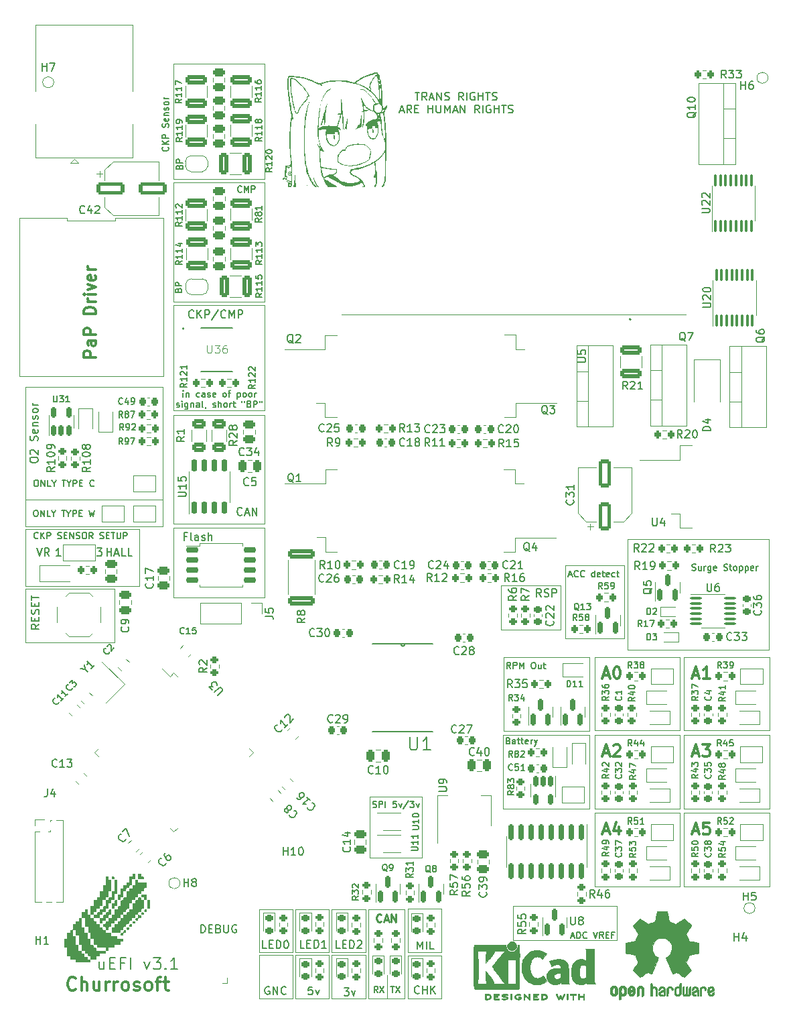
<source format=gto>
%TF.GenerationSoftware,KiCad,Pcbnew,(6.0.7)*%
%TF.CreationDate,2022-09-29T18:44:06-03:00*%
%TF.ProjectId,uEFI_rev3,75454649-5f72-4657-9633-2e6b69636164,v3.0*%
%TF.SameCoordinates,Original*%
%TF.FileFunction,Legend,Top*%
%TF.FilePolarity,Positive*%
%FSLAX46Y46*%
G04 Gerber Fmt 4.6, Leading zero omitted, Abs format (unit mm)*
G04 Created by KiCad (PCBNEW (6.0.7)) date 2022-09-29 18:44:06*
%MOMM*%
%LPD*%
G01*
G04 APERTURE LIST*
G04 Aperture macros list*
%AMRoundRect*
0 Rectangle with rounded corners*
0 $1 Rounding radius*
0 $2 $3 $4 $5 $6 $7 $8 $9 X,Y pos of 4 corners*
0 Add a 4 corners polygon primitive as box body*
4,1,4,$2,$3,$4,$5,$6,$7,$8,$9,$2,$3,0*
0 Add four circle primitives for the rounded corners*
1,1,$1+$1,$2,$3*
1,1,$1+$1,$4,$5*
1,1,$1+$1,$6,$7*
1,1,$1+$1,$8,$9*
0 Add four rect primitives between the rounded corners*
20,1,$1+$1,$2,$3,$4,$5,0*
20,1,$1+$1,$4,$5,$6,$7,0*
20,1,$1+$1,$6,$7,$8,$9,0*
20,1,$1+$1,$8,$9,$2,$3,0*%
%AMRotRect*
0 Rectangle, with rotation*
0 The origin of the aperture is its center*
0 $1 length*
0 $2 width*
0 $3 Rotation angle, in degrees counterclockwise*
0 Add horizontal line*
21,1,$1,$2,0,0,$3*%
%AMFreePoly0*
4,1,6,1.000000,0.000000,0.500000,-0.750000,-0.500000,-0.750000,-0.500000,0.750000,0.500000,0.750000,1.000000,0.000000,1.000000,0.000000,$1*%
%AMFreePoly1*
4,1,6,0.500000,-0.750000,-0.650000,-0.750000,-0.150000,0.000000,-0.650000,0.750000,0.500000,0.750000,0.500000,-0.750000,0.500000,-0.750000,$1*%
%AMFreePoly2*
4,1,22,0.500000,-0.750000,0.000000,-0.750000,0.000000,-0.745033,-0.079941,-0.743568,-0.215256,-0.701293,-0.333266,-0.622738,-0.424486,-0.514219,-0.481581,-0.384460,-0.499164,-0.250000,-0.500000,-0.250000,-0.500000,0.250000,-0.499164,0.250000,-0.499963,0.256109,-0.478152,0.396186,-0.417904,0.524511,-0.324060,0.630769,-0.204165,0.706417,-0.067858,0.745374,0.000000,0.744959,0.000000,0.750000,
0.500000,0.750000,0.500000,-0.750000,0.500000,-0.750000,$1*%
%AMFreePoly3*
4,1,20,0.000000,0.744959,0.073905,0.744508,0.209726,0.703889,0.328688,0.626782,0.421226,0.519385,0.479903,0.390333,0.500000,0.250000,0.500000,-0.250000,0.499851,-0.262216,0.476331,-0.402017,0.414519,-0.529596,0.319384,-0.634700,0.198574,-0.708877,0.061801,-0.746166,0.000000,-0.745033,0.000000,-0.750000,-0.500000,-0.750000,-0.500000,0.750000,0.000000,0.750000,0.000000,0.744959,
0.000000,0.744959,$1*%
G04 Aperture macros list end*
%ADD10C,0.120000*%
%ADD11C,0.150000*%
%ADD12C,0.250000*%
%ADD13C,0.300000*%
%ADD14C,0.015000*%
%ADD15C,0.010000*%
%ADD16C,0.152400*%
%ADD17C,0.127000*%
%ADD18C,0.200000*%
%ADD19C,0.100000*%
%ADD20R,0.600000X0.450000*%
%ADD21R,0.450000X0.600000*%
%ADD22RoundRect,0.225000X0.225000X0.250000X-0.225000X0.250000X-0.225000X-0.250000X0.225000X-0.250000X0*%
%ADD23RoundRect,0.200000X0.200000X0.275000X-0.200000X0.275000X-0.200000X-0.275000X0.200000X-0.275000X0*%
%ADD24RoundRect,0.200000X-0.200000X-0.275000X0.200000X-0.275000X0.200000X0.275000X-0.200000X0.275000X0*%
%ADD25RoundRect,0.150000X0.150000X-0.512500X0.150000X0.512500X-0.150000X0.512500X-0.150000X-0.512500X0*%
%ADD26FreePoly0,0.000000*%
%ADD27FreePoly1,0.000000*%
%ADD28FreePoly0,180.000000*%
%ADD29FreePoly1,180.000000*%
%ADD30RoundRect,0.200000X-0.275000X0.200000X-0.275000X-0.200000X0.275000X-0.200000X0.275000X0.200000X0*%
%ADD31RoundRect,0.200000X0.275000X-0.200000X0.275000X0.200000X-0.275000X0.200000X-0.275000X-0.200000X0*%
%ADD32R,0.600000X0.700000*%
%ADD33RoundRect,0.225000X-0.225000X-0.250000X0.225000X-0.250000X0.225000X0.250000X-0.225000X0.250000X0*%
%ADD34RoundRect,0.250000X0.475000X-0.250000X0.475000X0.250000X-0.475000X0.250000X-0.475000X-0.250000X0*%
%ADD35RoundRect,0.250000X0.512652X0.159099X0.159099X0.512652X-0.512652X-0.159099X-0.159099X-0.512652X0*%
%ADD36RoundRect,0.150000X0.150000X-0.587500X0.150000X0.587500X-0.150000X0.587500X-0.150000X-0.587500X0*%
%ADD37C,0.700000*%
%ADD38C,4.400000*%
%ADD39RoundRect,0.218750X-0.256250X0.218750X-0.256250X-0.218750X0.256250X-0.218750X0.256250X0.218750X0*%
%ADD40RoundRect,0.250000X0.550000X-1.500000X0.550000X1.500000X-0.550000X1.500000X-0.550000X-1.500000X0*%
%ADD41FreePoly2,0.000000*%
%ADD42FreePoly3,0.000000*%
%ADD43RoundRect,0.150000X-0.150000X0.825000X-0.150000X-0.825000X0.150000X-0.825000X0.150000X0.825000X0*%
%ADD44RoundRect,0.250000X-0.512652X-0.159099X-0.159099X-0.512652X0.512652X0.159099X0.159099X0.512652X0*%
%ADD45RoundRect,0.225000X0.250000X-0.225000X0.250000X0.225000X-0.250000X0.225000X-0.250000X-0.225000X0*%
%ADD46RoundRect,0.250000X-0.475000X0.250000X-0.475000X-0.250000X0.475000X-0.250000X0.475000X0.250000X0*%
%ADD47C,1.000000*%
%ADD48RoundRect,0.100000X0.100000X-0.637500X0.100000X0.637500X-0.100000X0.637500X-0.100000X-0.637500X0*%
%ADD49R,1.100000X1.100000*%
%ADD50R,0.800000X0.300000*%
%ADD51RoundRect,0.100000X-0.625000X-0.100000X0.625000X-0.100000X0.625000X0.100000X-0.625000X0.100000X0*%
%ADD52RoundRect,0.250000X-1.075000X0.312500X-1.075000X-0.312500X1.075000X-0.312500X1.075000X0.312500X0*%
%ADD53RoundRect,0.075000X-0.565685X0.459619X0.459619X-0.565685X0.565685X-0.459619X-0.459619X0.565685X0*%
%ADD54RoundRect,0.075000X-0.565685X-0.459619X-0.459619X-0.565685X0.565685X0.459619X0.459619X0.565685X0*%
%ADD55R,2.000000X1.905000*%
%ADD56O,2.000000X1.905000*%
%ADD57R,1.700000X1.700000*%
%ADD58O,1.700000X1.700000*%
%ADD59R,1.800000X2.500000*%
%ADD60RoundRect,0.250000X0.159099X-0.512652X0.512652X-0.159099X-0.159099X0.512652X-0.512652X0.159099X0*%
%ADD61RoundRect,0.250000X-0.625000X0.312500X-0.625000X-0.312500X0.625000X-0.312500X0.625000X0.312500X0*%
%ADD62R,4.600000X1.100000*%
%ADD63R,9.400000X10.800000*%
%ADD64RoundRect,0.250000X-0.250000X-0.475000X0.250000X-0.475000X0.250000X0.475000X-0.250000X0.475000X0*%
%ADD65RoundRect,0.250000X-0.159099X0.512652X-0.512652X0.159099X0.159099X-0.512652X0.512652X-0.159099X0*%
%ADD66R,1.000000X1.500000*%
%ADD67RoundRect,0.250000X-1.500000X-0.550000X1.500000X-0.550000X1.500000X0.550000X-1.500000X0.550000X0*%
%ADD68O,2.000000X1.200000*%
%ADD69C,2.374900*%
%ADD70C,0.990600*%
%ADD71C,0.787400*%
%ADD72RoundRect,0.150000X-0.650000X-0.150000X0.650000X-0.150000X0.650000X0.150000X-0.650000X0.150000X0*%
%ADD73R,1.000000X1.000000*%
%ADD74O,1.000000X1.000000*%
%ADD75R,1.500000X2.000000*%
%ADD76R,3.800000X2.000000*%
%ADD77RoundRect,0.250000X-1.425000X0.362500X-1.425000X-0.362500X1.425000X-0.362500X1.425000X0.362500X0*%
%ADD78R,1.600200X0.431800*%
%ADD79R,4.953000X4.953000*%
%ADD80RoundRect,0.250000X0.312500X1.075000X-0.312500X1.075000X-0.312500X-1.075000X0.312500X-1.075000X0*%
%ADD81RoundRect,0.150000X-0.150000X0.512500X-0.150000X-0.512500X0.150000X-0.512500X0.150000X0.512500X0*%
%ADD82RoundRect,0.225000X-0.250000X0.225000X-0.250000X-0.225000X0.250000X-0.225000X0.250000X0.225000X0*%
%ADD83C,1.700000*%
%ADD84C,3.500000*%
%ADD85R,1.640000X0.410000*%
%ADD86R,1.700000X1.000000*%
%ADD87RoundRect,0.250000X0.250000X0.475000X-0.250000X0.475000X-0.250000X-0.475000X0.250000X-0.475000X0*%
%ADD88RoundRect,0.250000X1.075000X-0.312500X1.075000X0.312500X-1.075000X0.312500X-1.075000X-0.312500X0*%
%ADD89RoundRect,0.150000X0.150000X-0.650000X0.150000X0.650000X-0.150000X0.650000X-0.150000X-0.650000X0*%
%ADD90C,1.800000*%
%ADD91C,4.125000*%
%ADD92RotRect,1.400000X1.200000X135.000000*%
G04 APERTURE END LIST*
D10*
X101600000Y-136652000D02*
X108204000Y-136652000D01*
X108204000Y-136652000D02*
X108204000Y-144399000D01*
X108204000Y-144399000D02*
X101600000Y-144399000D01*
X101600000Y-144399000D02*
X101600000Y-136652000D01*
X58041000Y-84984200D02*
X75440000Y-84984200D01*
X75440000Y-84984200D02*
X75440000Y-102555200D01*
X75440000Y-102555200D02*
X58041000Y-102555200D01*
X58041000Y-102555200D02*
X58041000Y-84984200D01*
X118237000Y-109982000D02*
X125730000Y-109982000D01*
X125730000Y-109982000D02*
X125730000Y-115570000D01*
X125730000Y-115570000D02*
X118237000Y-115570000D01*
X118237000Y-115570000D02*
X118237000Y-109982000D01*
X126357000Y-107500000D02*
X133800000Y-107500000D01*
X133800000Y-107500000D02*
X133800000Y-116688000D01*
X133800000Y-116688000D02*
X126357000Y-116688000D01*
X126357000Y-116688000D02*
X126357000Y-107500000D01*
X106405002Y-156704475D02*
X110656334Y-156704475D01*
X110656334Y-156704475D02*
X110656334Y-162162000D01*
X110656334Y-162162000D02*
X106405002Y-162162000D01*
X106405002Y-162162000D02*
X106405002Y-156704475D01*
X76825349Y-88526400D02*
X88292400Y-88526400D01*
X88292400Y-88526400D02*
X88292400Y-102242400D01*
X88292400Y-102242400D02*
X76825349Y-102242400D01*
X76825349Y-102242400D02*
X76825349Y-88526400D01*
X92202000Y-150879475D02*
X96453332Y-150879475D01*
X96453332Y-150879475D02*
X96453332Y-156337000D01*
X96453332Y-156337000D02*
X92202000Y-156337000D01*
X92202000Y-156337000D02*
X92202000Y-150879475D01*
X130048000Y-119062500D02*
X140843000Y-119062500D01*
X140843000Y-119062500D02*
X140843000Y-128333500D01*
X140843000Y-128333500D02*
X130048000Y-128333500D01*
X130048000Y-128333500D02*
X130048000Y-119062500D01*
X118541800Y-119075200D02*
X129336800Y-119075200D01*
X129336800Y-119075200D02*
X129336800Y-128346200D01*
X129336800Y-128346200D02*
X118541800Y-128346200D01*
X118541800Y-128346200D02*
X118541800Y-119075200D01*
X141348000Y-128905000D02*
X152143000Y-128905000D01*
X152143000Y-128905000D02*
X152143000Y-138176000D01*
X152143000Y-138176000D02*
X141348000Y-138176000D01*
X141348000Y-138176000D02*
X141348000Y-128905000D01*
X118478300Y-128917700D02*
X129413000Y-128917700D01*
X129413000Y-128917700D02*
X129413000Y-138188700D01*
X129413000Y-138188700D02*
X118478300Y-138188700D01*
X118478300Y-138188700D02*
X118478300Y-128917700D01*
X76815000Y-102768400D02*
X88315000Y-102768400D01*
X88315000Y-102768400D02*
X88315000Y-111518400D01*
X88315000Y-111518400D02*
X76815000Y-111518400D01*
X76815000Y-111518400D02*
X76815000Y-102768400D01*
X141351000Y-119062500D02*
X152146000Y-119062500D01*
X152146000Y-119062500D02*
X152146000Y-128333500D01*
X152146000Y-128333500D02*
X141351000Y-128333500D01*
X141351000Y-128333500D02*
X141351000Y-119062500D01*
X134238000Y-118160000D02*
X152082000Y-118160000D01*
X152082000Y-118160000D02*
X152082000Y-104160000D01*
X152082000Y-104160000D02*
X134238000Y-104160000D01*
X134238000Y-104160000D02*
X134238000Y-118160000D01*
X76819400Y-59100000D02*
X88291550Y-59100000D01*
X88291550Y-59100000D02*
X88291550Y-74159226D01*
X88291550Y-74159226D02*
X76819400Y-74159226D01*
X76819400Y-74159226D02*
X76819400Y-59100000D01*
X92190002Y-156684475D02*
X96441334Y-156684475D01*
X96441334Y-156684475D02*
X96441334Y-162142000D01*
X96441334Y-162142000D02*
X92190002Y-162142000D01*
X92190002Y-162142000D02*
X92190002Y-156684475D01*
X130048000Y-128905000D02*
X140843000Y-128905000D01*
X140843000Y-128905000D02*
X140843000Y-138176000D01*
X140843000Y-138176000D02*
X130048000Y-138176000D01*
X130048000Y-138176000D02*
X130048000Y-128905000D01*
X141351000Y-138747500D02*
X152146000Y-138747500D01*
X152146000Y-138747500D02*
X152146000Y-148018500D01*
X152146000Y-148018500D02*
X141351000Y-148018500D01*
X141351000Y-148018500D02*
X141351000Y-138747500D01*
X96809320Y-156694183D02*
X101060652Y-156694183D01*
X101060652Y-156694183D02*
X101060652Y-162151708D01*
X101060652Y-162151708D02*
X96809320Y-162151708D01*
X96809320Y-162151708D02*
X96809320Y-156694183D01*
X106403670Y-150851976D02*
X110655002Y-150851976D01*
X110655002Y-150851976D02*
X110655002Y-156309501D01*
X110655002Y-156309501D02*
X106403670Y-156309501D01*
X106403670Y-156309501D02*
X106403670Y-150851976D01*
X87590002Y-150868213D02*
X91841334Y-150868213D01*
X91841334Y-150868213D02*
X91841334Y-156325738D01*
X91841334Y-156325738D02*
X87590002Y-156325738D01*
X87590002Y-156325738D02*
X87590002Y-150868213D01*
X58193400Y-99132000D02*
X75363800Y-99132000D01*
X87608670Y-156676975D02*
X91860002Y-156676975D01*
X91860002Y-156676975D02*
X91860002Y-162134500D01*
X91860002Y-162134500D02*
X87608670Y-162134500D01*
X87608670Y-162134500D02*
X87608670Y-156676975D01*
X76790000Y-44146000D02*
X88300000Y-44146000D01*
X88300000Y-44146000D02*
X88300000Y-58700000D01*
X88300000Y-58700000D02*
X76790000Y-58700000D01*
X76790000Y-58700000D02*
X76790000Y-44146000D01*
X103785129Y-159205322D02*
X103785600Y-162156546D01*
X119761000Y-150495000D02*
X132842000Y-150495000D01*
X132842000Y-150495000D02*
X132842000Y-154813000D01*
X132842000Y-154813000D02*
X119761000Y-154813000D01*
X119761000Y-154813000D02*
X119761000Y-150495000D01*
X58050000Y-102900000D02*
X72500000Y-102900000D01*
X72500000Y-102900000D02*
X72500000Y-110100000D01*
X72500000Y-110100000D02*
X58050000Y-110100000D01*
X58050000Y-110100000D02*
X58050000Y-102900000D01*
X58050000Y-110450000D02*
X69350000Y-110450000D01*
X69350000Y-110450000D02*
X69350000Y-117200000D01*
X69350000Y-117200000D02*
X58050000Y-117200000D01*
X58050000Y-117200000D02*
X58050000Y-110450000D01*
X130048000Y-138747500D02*
X140843000Y-138747500D01*
X140843000Y-138747500D02*
X140843000Y-148018500D01*
X140843000Y-148018500D02*
X130048000Y-148018500D01*
X130048000Y-148018500D02*
X130048000Y-138747500D01*
X96816334Y-150876975D02*
X101067666Y-150876975D01*
X101067666Y-150876975D02*
X101067666Y-156334500D01*
X101067666Y-156334500D02*
X96816334Y-156334500D01*
X96816334Y-156334500D02*
X96816334Y-150876975D01*
X101461727Y-150867438D02*
X106025878Y-150867438D01*
X106025878Y-150867438D02*
X106025878Y-162162419D01*
X106025878Y-162162419D02*
X101461727Y-162162419D01*
X101461727Y-162162419D02*
X101461727Y-150867438D01*
X88268968Y-74657730D02*
X76825349Y-74657730D01*
X76825349Y-74657730D02*
X76825349Y-87950323D01*
X76825349Y-87950323D02*
X88268968Y-87950323D01*
X88268968Y-87950323D02*
X88268968Y-74657730D01*
D11*
X59310904Y-100519604D02*
X59463285Y-100519604D01*
X59539476Y-100557700D01*
X59615666Y-100633890D01*
X59653761Y-100786271D01*
X59653761Y-101052938D01*
X59615666Y-101205319D01*
X59539476Y-101281509D01*
X59463285Y-101319604D01*
X59310904Y-101319604D01*
X59234714Y-101281509D01*
X59158523Y-101205319D01*
X59120428Y-101052938D01*
X59120428Y-100786271D01*
X59158523Y-100633890D01*
X59234714Y-100557700D01*
X59310904Y-100519604D01*
X59996619Y-101319604D02*
X59996619Y-100519604D01*
X60453761Y-101319604D01*
X60453761Y-100519604D01*
X61215666Y-101319604D02*
X60834714Y-101319604D01*
X60834714Y-100519604D01*
X61634714Y-100938652D02*
X61634714Y-101319604D01*
X61368047Y-100519604D02*
X61634714Y-100938652D01*
X61901380Y-100519604D01*
X62663285Y-100519604D02*
X63120428Y-100519604D01*
X62891857Y-101319604D02*
X62891857Y-100519604D01*
X63539476Y-100938652D02*
X63539476Y-101319604D01*
X63272809Y-100519604D02*
X63539476Y-100938652D01*
X63806142Y-100519604D01*
X64072809Y-101319604D02*
X64072809Y-100519604D01*
X64377571Y-100519604D01*
X64453761Y-100557700D01*
X64491857Y-100595795D01*
X64529952Y-100671985D01*
X64529952Y-100786271D01*
X64491857Y-100862461D01*
X64453761Y-100900557D01*
X64377571Y-100938652D01*
X64072809Y-100938652D01*
X64872809Y-100900557D02*
X65139476Y-100900557D01*
X65253761Y-101319604D02*
X64872809Y-101319604D01*
X64872809Y-100519604D01*
X65253761Y-100519604D01*
X66129952Y-100519604D02*
X66320428Y-101319604D01*
X66472809Y-100748176D01*
X66625190Y-101319604D01*
X66815666Y-100519604D01*
X59516666Y-105302380D02*
X59850000Y-106302380D01*
X60183333Y-105302380D01*
X61088095Y-106302380D02*
X60754761Y-105826190D01*
X60516666Y-106302380D02*
X60516666Y-105302380D01*
X60897619Y-105302380D01*
X60992857Y-105350000D01*
X61040476Y-105397619D01*
X61088095Y-105492857D01*
X61088095Y-105635714D01*
X61040476Y-105730952D01*
X60992857Y-105778571D01*
X60897619Y-105826190D01*
X60516666Y-105826190D01*
D12*
X103063476Y-152414142D02*
X103015857Y-152461761D01*
X102873000Y-152509380D01*
X102777762Y-152509380D01*
X102634905Y-152461761D01*
X102539667Y-152366523D01*
X102492048Y-152271285D01*
X102444429Y-152080809D01*
X102444429Y-151937952D01*
X102492048Y-151747476D01*
X102539667Y-151652238D01*
X102634905Y-151557000D01*
X102777762Y-151509380D01*
X102873000Y-151509380D01*
X103015857Y-151557000D01*
X103063476Y-151604619D01*
X103444429Y-152223666D02*
X103920619Y-152223666D01*
X103349191Y-152509380D02*
X103682524Y-151509380D01*
X104015857Y-152509380D01*
X104349191Y-152509380D02*
X104349191Y-151509380D01*
X104920619Y-152509380D01*
X104920619Y-151509380D01*
D11*
X98350716Y-160809355D02*
X98969763Y-160809355D01*
X98636430Y-161190308D01*
X98779287Y-161190308D01*
X98874525Y-161237927D01*
X98922144Y-161285546D01*
X98969763Y-161380784D01*
X98969763Y-161618879D01*
X98922144Y-161714117D01*
X98874525Y-161761736D01*
X98779287Y-161809355D01*
X98493573Y-161809355D01*
X98398335Y-161761736D01*
X98350716Y-161714117D01*
X99303097Y-161142689D02*
X99541192Y-161809355D01*
X99779287Y-161142689D01*
X123285333Y-111450380D02*
X122952000Y-110974190D01*
X122713904Y-111450380D02*
X122713904Y-110450380D01*
X123094857Y-110450380D01*
X123190095Y-110498000D01*
X123237714Y-110545619D01*
X123285333Y-110640857D01*
X123285333Y-110783714D01*
X123237714Y-110878952D01*
X123190095Y-110926571D01*
X123094857Y-110974190D01*
X122713904Y-110974190D01*
X123666285Y-111402761D02*
X123809142Y-111450380D01*
X124047238Y-111450380D01*
X124142476Y-111402761D01*
X124190095Y-111355142D01*
X124237714Y-111259904D01*
X124237714Y-111164666D01*
X124190095Y-111069428D01*
X124142476Y-111021809D01*
X124047238Y-110974190D01*
X123856761Y-110926571D01*
X123761523Y-110878952D01*
X123713904Y-110831333D01*
X123666285Y-110736095D01*
X123666285Y-110640857D01*
X123713904Y-110545619D01*
X123761523Y-110498000D01*
X123856761Y-110450380D01*
X124094857Y-110450380D01*
X124237714Y-110498000D01*
X124666285Y-111450380D02*
X124666285Y-110450380D01*
X125047238Y-110450380D01*
X125142476Y-110498000D01*
X125190095Y-110545619D01*
X125237714Y-110640857D01*
X125237714Y-110783714D01*
X125190095Y-110878952D01*
X125142476Y-110926571D01*
X125047238Y-110974190D01*
X124666285Y-110974190D01*
X85463142Y-101068142D02*
X85415523Y-101115761D01*
X85272666Y-101163380D01*
X85177428Y-101163380D01*
X85034571Y-101115761D01*
X84939333Y-101020523D01*
X84891714Y-100925285D01*
X84844095Y-100734809D01*
X84844095Y-100591952D01*
X84891714Y-100401476D01*
X84939333Y-100306238D01*
X85034571Y-100211000D01*
X85177428Y-100163380D01*
X85272666Y-100163380D01*
X85415523Y-100211000D01*
X85463142Y-100258619D01*
X85844095Y-100877666D02*
X86320285Y-100877666D01*
X85748857Y-101163380D02*
X86082190Y-100163380D01*
X86415523Y-101163380D01*
X86748857Y-101163380D02*
X86748857Y-100163380D01*
X87320285Y-101163380D01*
X87320285Y-100163380D01*
X78461428Y-103796971D02*
X78128095Y-103796971D01*
X78128095Y-104320780D02*
X78128095Y-103320780D01*
X78604285Y-103320780D01*
X79128095Y-104320780D02*
X79032857Y-104273161D01*
X78985238Y-104177923D01*
X78985238Y-103320780D01*
X79937619Y-104320780D02*
X79937619Y-103796971D01*
X79890000Y-103701733D01*
X79794761Y-103654114D01*
X79604285Y-103654114D01*
X79509047Y-103701733D01*
X79937619Y-104273161D02*
X79842380Y-104320780D01*
X79604285Y-104320780D01*
X79509047Y-104273161D01*
X79461428Y-104177923D01*
X79461428Y-104082685D01*
X79509047Y-103987447D01*
X79604285Y-103939828D01*
X79842380Y-103939828D01*
X79937619Y-103892209D01*
X80366190Y-104273161D02*
X80461428Y-104320780D01*
X80651904Y-104320780D01*
X80747142Y-104273161D01*
X80794761Y-104177923D01*
X80794761Y-104130304D01*
X80747142Y-104035066D01*
X80651904Y-103987447D01*
X80509047Y-103987447D01*
X80413809Y-103939828D01*
X80366190Y-103844590D01*
X80366190Y-103796971D01*
X80413809Y-103701733D01*
X80509047Y-103654114D01*
X80651904Y-103654114D01*
X80747142Y-103701733D01*
X81223333Y-104320780D02*
X81223333Y-103320780D01*
X81651904Y-104320780D02*
X81651904Y-103796971D01*
X81604285Y-103701733D01*
X81509047Y-103654114D01*
X81366190Y-103654114D01*
X81270952Y-103701733D01*
X81223333Y-103749352D01*
X76085714Y-54676190D02*
X76123809Y-54714285D01*
X76161904Y-54828571D01*
X76161904Y-54904761D01*
X76123809Y-55019047D01*
X76047619Y-55095238D01*
X75971428Y-55133333D01*
X75819047Y-55171428D01*
X75704761Y-55171428D01*
X75552380Y-55133333D01*
X75476190Y-55095238D01*
X75400000Y-55019047D01*
X75361904Y-54904761D01*
X75361904Y-54828571D01*
X75400000Y-54714285D01*
X75438095Y-54676190D01*
X76161904Y-54333333D02*
X75361904Y-54333333D01*
X76161904Y-53876190D02*
X75704761Y-54219047D01*
X75361904Y-53876190D02*
X75819047Y-54333333D01*
X76161904Y-53533333D02*
X75361904Y-53533333D01*
X75361904Y-53228571D01*
X75400000Y-53152380D01*
X75438095Y-53114285D01*
X75514285Y-53076190D01*
X75628571Y-53076190D01*
X75704761Y-53114285D01*
X75742857Y-53152380D01*
X75780952Y-53228571D01*
X75780952Y-53533333D01*
X76123809Y-52161904D02*
X76161904Y-52047619D01*
X76161904Y-51857142D01*
X76123809Y-51780952D01*
X76085714Y-51742857D01*
X76009523Y-51704761D01*
X75933333Y-51704761D01*
X75857142Y-51742857D01*
X75819047Y-51780952D01*
X75780952Y-51857142D01*
X75742857Y-52009523D01*
X75704761Y-52085714D01*
X75666666Y-52123809D01*
X75590476Y-52161904D01*
X75514285Y-52161904D01*
X75438095Y-52123809D01*
X75400000Y-52085714D01*
X75361904Y-52009523D01*
X75361904Y-51819047D01*
X75400000Y-51704761D01*
X76123809Y-51057142D02*
X76161904Y-51133333D01*
X76161904Y-51285714D01*
X76123809Y-51361904D01*
X76047619Y-51400000D01*
X75742857Y-51400000D01*
X75666666Y-51361904D01*
X75628571Y-51285714D01*
X75628571Y-51133333D01*
X75666666Y-51057142D01*
X75742857Y-51019047D01*
X75819047Y-51019047D01*
X75895238Y-51400000D01*
X75628571Y-50676190D02*
X76161904Y-50676190D01*
X75704761Y-50676190D02*
X75666666Y-50638095D01*
X75628571Y-50561904D01*
X75628571Y-50447619D01*
X75666666Y-50371428D01*
X75742857Y-50333333D01*
X76161904Y-50333333D01*
X76123809Y-49990476D02*
X76161904Y-49914285D01*
X76161904Y-49761904D01*
X76123809Y-49685714D01*
X76047619Y-49647619D01*
X76009523Y-49647619D01*
X75933333Y-49685714D01*
X75895238Y-49761904D01*
X75895238Y-49876190D01*
X75857142Y-49952380D01*
X75780952Y-49990476D01*
X75742857Y-49990476D01*
X75666666Y-49952380D01*
X75628571Y-49876190D01*
X75628571Y-49761904D01*
X75666666Y-49685714D01*
X76161904Y-49190476D02*
X76123809Y-49266666D01*
X76085714Y-49304761D01*
X76009523Y-49342857D01*
X75780952Y-49342857D01*
X75704761Y-49304761D01*
X75666666Y-49266666D01*
X75628571Y-49190476D01*
X75628571Y-49076190D01*
X75666666Y-49000000D01*
X75704761Y-48961904D01*
X75780952Y-48923809D01*
X76009523Y-48923809D01*
X76085714Y-48961904D01*
X76123809Y-49000000D01*
X76161904Y-49076190D01*
X76161904Y-49190476D01*
X76161904Y-48580952D02*
X75628571Y-48580952D01*
X75780952Y-48580952D02*
X75704761Y-48542857D01*
X75666666Y-48504761D01*
X75628571Y-48428571D01*
X75628571Y-48352380D01*
X107333114Y-47745580D02*
X107904542Y-47745580D01*
X107618828Y-48745580D02*
X107618828Y-47745580D01*
X108809304Y-48745580D02*
X108475971Y-48269390D01*
X108237876Y-48745580D02*
X108237876Y-47745580D01*
X108618828Y-47745580D01*
X108714066Y-47793200D01*
X108761685Y-47840819D01*
X108809304Y-47936057D01*
X108809304Y-48078914D01*
X108761685Y-48174152D01*
X108714066Y-48221771D01*
X108618828Y-48269390D01*
X108237876Y-48269390D01*
X109190257Y-48459866D02*
X109666447Y-48459866D01*
X109095019Y-48745580D02*
X109428352Y-47745580D01*
X109761685Y-48745580D01*
X110095019Y-48745580D02*
X110095019Y-47745580D01*
X110666447Y-48745580D01*
X110666447Y-47745580D01*
X111095019Y-48697961D02*
X111237876Y-48745580D01*
X111475971Y-48745580D01*
X111571209Y-48697961D01*
X111618828Y-48650342D01*
X111666447Y-48555104D01*
X111666447Y-48459866D01*
X111618828Y-48364628D01*
X111571209Y-48317009D01*
X111475971Y-48269390D01*
X111285495Y-48221771D01*
X111190257Y-48174152D01*
X111142638Y-48126533D01*
X111095019Y-48031295D01*
X111095019Y-47936057D01*
X111142638Y-47840819D01*
X111190257Y-47793200D01*
X111285495Y-47745580D01*
X111523590Y-47745580D01*
X111666447Y-47793200D01*
X113428352Y-48745580D02*
X113095019Y-48269390D01*
X112856923Y-48745580D02*
X112856923Y-47745580D01*
X113237876Y-47745580D01*
X113333114Y-47793200D01*
X113380733Y-47840819D01*
X113428352Y-47936057D01*
X113428352Y-48078914D01*
X113380733Y-48174152D01*
X113333114Y-48221771D01*
X113237876Y-48269390D01*
X112856923Y-48269390D01*
X113856923Y-48745580D02*
X113856923Y-47745580D01*
X114856923Y-47793200D02*
X114761685Y-47745580D01*
X114618828Y-47745580D01*
X114475971Y-47793200D01*
X114380733Y-47888438D01*
X114333114Y-47983676D01*
X114285495Y-48174152D01*
X114285495Y-48317009D01*
X114333114Y-48507485D01*
X114380733Y-48602723D01*
X114475971Y-48697961D01*
X114618828Y-48745580D01*
X114714066Y-48745580D01*
X114856923Y-48697961D01*
X114904542Y-48650342D01*
X114904542Y-48317009D01*
X114714066Y-48317009D01*
X115333114Y-48745580D02*
X115333114Y-47745580D01*
X115333114Y-48221771D02*
X115904542Y-48221771D01*
X115904542Y-48745580D02*
X115904542Y-47745580D01*
X116237876Y-47745580D02*
X116809304Y-47745580D01*
X116523590Y-48745580D02*
X116523590Y-47745580D01*
X117095019Y-48697961D02*
X117237876Y-48745580D01*
X117475971Y-48745580D01*
X117571209Y-48697961D01*
X117618828Y-48650342D01*
X117666447Y-48555104D01*
X117666447Y-48459866D01*
X117618828Y-48364628D01*
X117571209Y-48317009D01*
X117475971Y-48269390D01*
X117285495Y-48221771D01*
X117190257Y-48174152D01*
X117142638Y-48126533D01*
X117095019Y-48031295D01*
X117095019Y-47936057D01*
X117142638Y-47840819D01*
X117190257Y-47793200D01*
X117285495Y-47745580D01*
X117523590Y-47745580D01*
X117666447Y-47793200D01*
X105404542Y-50069866D02*
X105880733Y-50069866D01*
X105309304Y-50355580D02*
X105642638Y-49355580D01*
X105975971Y-50355580D01*
X106880733Y-50355580D02*
X106547400Y-49879390D01*
X106309304Y-50355580D02*
X106309304Y-49355580D01*
X106690257Y-49355580D01*
X106785495Y-49403200D01*
X106833114Y-49450819D01*
X106880733Y-49546057D01*
X106880733Y-49688914D01*
X106833114Y-49784152D01*
X106785495Y-49831771D01*
X106690257Y-49879390D01*
X106309304Y-49879390D01*
X107309304Y-49831771D02*
X107642638Y-49831771D01*
X107785495Y-50355580D02*
X107309304Y-50355580D01*
X107309304Y-49355580D01*
X107785495Y-49355580D01*
X108975971Y-50355580D02*
X108975971Y-49355580D01*
X108975971Y-49831771D02*
X109547400Y-49831771D01*
X109547400Y-50355580D02*
X109547400Y-49355580D01*
X110023590Y-49355580D02*
X110023590Y-50165104D01*
X110071209Y-50260342D01*
X110118828Y-50307961D01*
X110214066Y-50355580D01*
X110404542Y-50355580D01*
X110499780Y-50307961D01*
X110547400Y-50260342D01*
X110595019Y-50165104D01*
X110595019Y-49355580D01*
X111071209Y-50355580D02*
X111071209Y-49355580D01*
X111404542Y-50069866D01*
X111737876Y-49355580D01*
X111737876Y-50355580D01*
X112166447Y-50069866D02*
X112642638Y-50069866D01*
X112071209Y-50355580D02*
X112404542Y-49355580D01*
X112737876Y-50355580D01*
X113071209Y-50355580D02*
X113071209Y-49355580D01*
X113642638Y-50355580D01*
X113642638Y-49355580D01*
X115452161Y-50355580D02*
X115118828Y-49879390D01*
X114880733Y-50355580D02*
X114880733Y-49355580D01*
X115261685Y-49355580D01*
X115356923Y-49403200D01*
X115404542Y-49450819D01*
X115452161Y-49546057D01*
X115452161Y-49688914D01*
X115404542Y-49784152D01*
X115356923Y-49831771D01*
X115261685Y-49879390D01*
X114880733Y-49879390D01*
X115880733Y-50355580D02*
X115880733Y-49355580D01*
X116880733Y-49403200D02*
X116785495Y-49355580D01*
X116642638Y-49355580D01*
X116499780Y-49403200D01*
X116404542Y-49498438D01*
X116356923Y-49593676D01*
X116309304Y-49784152D01*
X116309304Y-49927009D01*
X116356923Y-50117485D01*
X116404542Y-50212723D01*
X116499780Y-50307961D01*
X116642638Y-50355580D01*
X116737876Y-50355580D01*
X116880733Y-50307961D01*
X116928352Y-50260342D01*
X116928352Y-49927009D01*
X116737876Y-49927009D01*
X117356923Y-50355580D02*
X117356923Y-49355580D01*
X117356923Y-49831771D02*
X117928352Y-49831771D01*
X117928352Y-50355580D02*
X117928352Y-49355580D01*
X118261685Y-49355580D02*
X118833114Y-49355580D01*
X118547400Y-50355580D02*
X118547400Y-49355580D01*
X119118828Y-50307961D02*
X119261685Y-50355580D01*
X119499780Y-50355580D01*
X119595019Y-50307961D01*
X119642638Y-50260342D01*
X119690257Y-50165104D01*
X119690257Y-50069866D01*
X119642638Y-49974628D01*
X119595019Y-49927009D01*
X119499780Y-49879390D01*
X119309304Y-49831771D01*
X119214066Y-49784152D01*
X119166447Y-49736533D01*
X119118828Y-49641295D01*
X119118828Y-49546057D01*
X119166447Y-49450819D01*
X119214066Y-49403200D01*
X119309304Y-49355580D01*
X119547400Y-49355580D01*
X119690257Y-49403200D01*
X94352144Y-160696855D02*
X93875954Y-160696855D01*
X93828335Y-161173046D01*
X93875954Y-161125427D01*
X93971192Y-161077808D01*
X94209287Y-161077808D01*
X94304525Y-161125427D01*
X94352144Y-161173046D01*
X94399763Y-161268284D01*
X94399763Y-161506379D01*
X94352144Y-161601617D01*
X94304525Y-161649236D01*
X94209287Y-161696855D01*
X93971192Y-161696855D01*
X93875954Y-161649236D01*
X93828335Y-161601617D01*
X94733097Y-161030189D02*
X94971192Y-161696855D01*
X95209287Y-161030189D01*
X88908097Y-160696975D02*
X88812859Y-160649355D01*
X88670002Y-160649355D01*
X88527144Y-160696975D01*
X88431906Y-160792213D01*
X88384287Y-160887451D01*
X88336668Y-161077927D01*
X88336668Y-161220784D01*
X88384287Y-161411260D01*
X88431906Y-161506498D01*
X88527144Y-161601736D01*
X88670002Y-161649355D01*
X88765240Y-161649355D01*
X88908097Y-161601736D01*
X88955716Y-161554117D01*
X88955716Y-161220784D01*
X88765240Y-161220784D01*
X89384287Y-161649355D02*
X89384287Y-160649355D01*
X89955716Y-161649355D01*
X89955716Y-160649355D01*
X91003335Y-161554117D02*
X90955716Y-161601736D01*
X90812859Y-161649355D01*
X90717621Y-161649355D01*
X90574763Y-161601736D01*
X90479525Y-161506498D01*
X90431906Y-161411260D01*
X90384287Y-161220784D01*
X90384287Y-161077927D01*
X90431906Y-160887451D01*
X90479525Y-160792213D01*
X90574763Y-160696975D01*
X90717621Y-160649355D01*
X90812859Y-160649355D01*
X90955716Y-160696975D01*
X91003335Y-160744594D01*
D13*
X142438571Y-121344500D02*
X143152857Y-121344500D01*
X142295714Y-121773071D02*
X142795714Y-120273071D01*
X143295714Y-121773071D01*
X144581428Y-121773071D02*
X143724285Y-121773071D01*
X144152857Y-121773071D02*
X144152857Y-120273071D01*
X144010000Y-120487357D01*
X143867142Y-120630214D01*
X143724285Y-120701642D01*
X142438571Y-141029500D02*
X143152857Y-141029500D01*
X142295714Y-141458071D02*
X142795714Y-139958071D01*
X143295714Y-141458071D01*
X144510000Y-139958071D02*
X143795714Y-139958071D01*
X143724285Y-140672357D01*
X143795714Y-140600928D01*
X143938571Y-140529500D01*
X144295714Y-140529500D01*
X144438571Y-140600928D01*
X144510000Y-140672357D01*
X144581428Y-140815214D01*
X144581428Y-141172357D01*
X144510000Y-141315214D01*
X144438571Y-141386642D01*
X144295714Y-141458071D01*
X143938571Y-141458071D01*
X143795714Y-141386642D01*
X143724285Y-141315214D01*
X131135571Y-131187000D02*
X131849857Y-131187000D01*
X130992714Y-131615571D02*
X131492714Y-130115571D01*
X131992714Y-131615571D01*
X132421285Y-130258428D02*
X132492714Y-130187000D01*
X132635571Y-130115571D01*
X132992714Y-130115571D01*
X133135571Y-130187000D01*
X133207000Y-130258428D01*
X133278428Y-130401285D01*
X133278428Y-130544142D01*
X133207000Y-130758428D01*
X132349857Y-131615571D01*
X133278428Y-131615571D01*
D11*
X127051142Y-154311333D02*
X127432095Y-154311333D01*
X126974952Y-154539904D02*
X127241619Y-153739904D01*
X127508285Y-154539904D01*
X127774952Y-154539904D02*
X127774952Y-153739904D01*
X127965428Y-153739904D01*
X128079714Y-153778000D01*
X128155904Y-153854190D01*
X128194000Y-153930380D01*
X128232095Y-154082761D01*
X128232095Y-154197047D01*
X128194000Y-154349428D01*
X128155904Y-154425619D01*
X128079714Y-154501809D01*
X127965428Y-154539904D01*
X127774952Y-154539904D01*
X129032095Y-154463714D02*
X128994000Y-154501809D01*
X128879714Y-154539904D01*
X128803523Y-154539904D01*
X128689238Y-154501809D01*
X128613047Y-154425619D01*
X128574952Y-154349428D01*
X128536857Y-154197047D01*
X128536857Y-154082761D01*
X128574952Y-153930380D01*
X128613047Y-153854190D01*
X128689238Y-153778000D01*
X128803523Y-153739904D01*
X128879714Y-153739904D01*
X128994000Y-153778000D01*
X129032095Y-153816095D01*
X129870190Y-153739904D02*
X130136857Y-154539904D01*
X130403523Y-153739904D01*
X131127333Y-154539904D02*
X130860666Y-154158952D01*
X130670190Y-154539904D02*
X130670190Y-153739904D01*
X130974952Y-153739904D01*
X131051142Y-153778000D01*
X131089238Y-153816095D01*
X131127333Y-153892285D01*
X131127333Y-154006571D01*
X131089238Y-154082761D01*
X131051142Y-154120857D01*
X130974952Y-154158952D01*
X130670190Y-154158952D01*
X131470190Y-154120857D02*
X131736857Y-154120857D01*
X131851142Y-154539904D02*
X131470190Y-154539904D01*
X131470190Y-153739904D01*
X131851142Y-153739904D01*
X132460666Y-154120857D02*
X132194000Y-154120857D01*
X132194000Y-154539904D02*
X132194000Y-153739904D01*
X132574952Y-153739904D01*
X68376190Y-106302380D02*
X68376190Y-105302380D01*
X68376190Y-105778571D02*
X68947619Y-105778571D01*
X68947619Y-106302380D02*
X68947619Y-105302380D01*
X69376190Y-106016666D02*
X69852380Y-106016666D01*
X69280952Y-106302380D02*
X69614285Y-105302380D01*
X69947619Y-106302380D01*
X70757142Y-106302380D02*
X70280952Y-106302380D01*
X70280952Y-105302380D01*
X71566666Y-106302380D02*
X71090476Y-106302380D01*
X71090476Y-105302380D01*
X102613000Y-161408904D02*
X102346334Y-161027952D01*
X102155857Y-161408904D02*
X102155857Y-160608904D01*
X102460619Y-160608904D01*
X102536810Y-160647000D01*
X102574905Y-160685095D01*
X102613000Y-160761285D01*
X102613000Y-160875571D01*
X102574905Y-160951761D01*
X102536810Y-160989857D01*
X102460619Y-161027952D01*
X102155857Y-161027952D01*
X102879667Y-160608904D02*
X103413000Y-161408904D01*
X103413000Y-160608904D02*
X102879667Y-161408904D01*
D13*
X131135571Y-121344500D02*
X131849857Y-121344500D01*
X130992714Y-121773071D02*
X131492714Y-120273071D01*
X131992714Y-121773071D01*
X132778428Y-120273071D02*
X132921285Y-120273071D01*
X133064142Y-120344500D01*
X133135571Y-120415928D01*
X133207000Y-120558785D01*
X133278428Y-120844500D01*
X133278428Y-121201642D01*
X133207000Y-121487357D01*
X133135571Y-121630214D01*
X133064142Y-121701642D01*
X132921285Y-121773071D01*
X132778428Y-121773071D01*
X132635571Y-121701642D01*
X132564142Y-121630214D01*
X132492714Y-121487357D01*
X132421285Y-121201642D01*
X132421285Y-120844500D01*
X132492714Y-120558785D01*
X132564142Y-120415928D01*
X132635571Y-120344500D01*
X132778428Y-120273071D01*
D11*
X79354285Y-76150742D02*
X79306666Y-76198361D01*
X79163809Y-76245980D01*
X79068571Y-76245980D01*
X78925714Y-76198361D01*
X78830476Y-76103123D01*
X78782857Y-76007885D01*
X78735238Y-75817409D01*
X78735238Y-75674552D01*
X78782857Y-75484076D01*
X78830476Y-75388838D01*
X78925714Y-75293600D01*
X79068571Y-75245980D01*
X79163809Y-75245980D01*
X79306666Y-75293600D01*
X79354285Y-75341219D01*
X79782857Y-76245980D02*
X79782857Y-75245980D01*
X80354285Y-76245980D02*
X79925714Y-75674552D01*
X80354285Y-75245980D02*
X79782857Y-75817409D01*
X80782857Y-76245980D02*
X80782857Y-75245980D01*
X81163809Y-75245980D01*
X81259047Y-75293600D01*
X81306666Y-75341219D01*
X81354285Y-75436457D01*
X81354285Y-75579314D01*
X81306666Y-75674552D01*
X81259047Y-75722171D01*
X81163809Y-75769790D01*
X80782857Y-75769790D01*
X82497142Y-75198361D02*
X81640000Y-76484076D01*
X83401904Y-76150742D02*
X83354285Y-76198361D01*
X83211428Y-76245980D01*
X83116190Y-76245980D01*
X82973333Y-76198361D01*
X82878095Y-76103123D01*
X82830476Y-76007885D01*
X82782857Y-75817409D01*
X82782857Y-75674552D01*
X82830476Y-75484076D01*
X82878095Y-75388838D01*
X82973333Y-75293600D01*
X83116190Y-75245980D01*
X83211428Y-75245980D01*
X83354285Y-75293600D01*
X83401904Y-75341219D01*
X83830476Y-76245980D02*
X83830476Y-75245980D01*
X84163809Y-75960266D01*
X84497142Y-75245980D01*
X84497142Y-76245980D01*
X84973333Y-76245980D02*
X84973333Y-75245980D01*
X85354285Y-75245980D01*
X85449523Y-75293600D01*
X85497142Y-75341219D01*
X85544761Y-75436457D01*
X85544761Y-75579314D01*
X85497142Y-75674552D01*
X85449523Y-75722171D01*
X85354285Y-75769790D01*
X84973333Y-75769790D01*
X80261904Y-153852380D02*
X80261904Y-152852380D01*
X80500000Y-152852380D01*
X80642857Y-152900000D01*
X80738095Y-152995238D01*
X80785714Y-153090476D01*
X80833333Y-153280952D01*
X80833333Y-153423809D01*
X80785714Y-153614285D01*
X80738095Y-153709523D01*
X80642857Y-153804761D01*
X80500000Y-153852380D01*
X80261904Y-153852380D01*
X81261904Y-153328571D02*
X81595238Y-153328571D01*
X81738095Y-153852380D02*
X81261904Y-153852380D01*
X81261904Y-152852380D01*
X81738095Y-152852380D01*
X82500000Y-153328571D02*
X82642857Y-153376190D01*
X82690476Y-153423809D01*
X82738095Y-153519047D01*
X82738095Y-153661904D01*
X82690476Y-153757142D01*
X82642857Y-153804761D01*
X82547619Y-153852380D01*
X82166666Y-153852380D01*
X82166666Y-152852380D01*
X82500000Y-152852380D01*
X82595238Y-152900000D01*
X82642857Y-152947619D01*
X82690476Y-153042857D01*
X82690476Y-153138095D01*
X82642857Y-153233333D01*
X82595238Y-153280952D01*
X82500000Y-153328571D01*
X82166666Y-153328571D01*
X83166666Y-152852380D02*
X83166666Y-153661904D01*
X83214285Y-153757142D01*
X83261904Y-153804761D01*
X83357142Y-153852380D01*
X83547619Y-153852380D01*
X83642857Y-153804761D01*
X83690476Y-153757142D01*
X83738095Y-153661904D01*
X83738095Y-152852380D01*
X84738095Y-152900000D02*
X84642857Y-152852380D01*
X84500000Y-152852380D01*
X84357142Y-152900000D01*
X84261904Y-152995238D01*
X84214285Y-153090476D01*
X84166666Y-153280952D01*
X84166666Y-153423809D01*
X84214285Y-153614285D01*
X84261904Y-153709523D01*
X84357142Y-153804761D01*
X84500000Y-153852380D01*
X84595238Y-153852380D01*
X84738095Y-153804761D01*
X84785714Y-153757142D01*
X84785714Y-153423809D01*
X84595238Y-153423809D01*
D13*
X131135571Y-141029500D02*
X131849857Y-141029500D01*
X130992714Y-141458071D02*
X131492714Y-139958071D01*
X131992714Y-141458071D01*
X133135571Y-140458071D02*
X133135571Y-141458071D01*
X132778428Y-139886642D02*
X132421285Y-140958071D01*
X133349857Y-140958071D01*
D11*
X104246810Y-160628904D02*
X104703953Y-160628904D01*
X104475381Y-161428904D02*
X104475381Y-160628904D01*
X104894429Y-160628904D02*
X105427762Y-161428904D01*
X105427762Y-160628904D02*
X104894429Y-161428904D01*
X142366666Y-108073809D02*
X142480952Y-108111904D01*
X142671428Y-108111904D01*
X142747619Y-108073809D01*
X142785714Y-108035714D01*
X142823809Y-107959523D01*
X142823809Y-107883333D01*
X142785714Y-107807142D01*
X142747619Y-107769047D01*
X142671428Y-107730952D01*
X142519047Y-107692857D01*
X142442857Y-107654761D01*
X142404761Y-107616666D01*
X142366666Y-107540476D01*
X142366666Y-107464285D01*
X142404761Y-107388095D01*
X142442857Y-107350000D01*
X142519047Y-107311904D01*
X142709523Y-107311904D01*
X142823809Y-107350000D01*
X143509523Y-107578571D02*
X143509523Y-108111904D01*
X143166666Y-107578571D02*
X143166666Y-107997619D01*
X143204761Y-108073809D01*
X143280952Y-108111904D01*
X143395238Y-108111904D01*
X143471428Y-108073809D01*
X143509523Y-108035714D01*
X143890476Y-108111904D02*
X143890476Y-107578571D01*
X143890476Y-107730952D02*
X143928571Y-107654761D01*
X143966666Y-107616666D01*
X144042857Y-107578571D01*
X144119047Y-107578571D01*
X144728571Y-107578571D02*
X144728571Y-108226190D01*
X144690476Y-108302380D01*
X144652380Y-108340476D01*
X144576190Y-108378571D01*
X144461904Y-108378571D01*
X144385714Y-108340476D01*
X144728571Y-108073809D02*
X144652380Y-108111904D01*
X144500000Y-108111904D01*
X144423809Y-108073809D01*
X144385714Y-108035714D01*
X144347619Y-107959523D01*
X144347619Y-107730952D01*
X144385714Y-107654761D01*
X144423809Y-107616666D01*
X144500000Y-107578571D01*
X144652380Y-107578571D01*
X144728571Y-107616666D01*
X145414285Y-108073809D02*
X145338095Y-108111904D01*
X145185714Y-108111904D01*
X145109523Y-108073809D01*
X145071428Y-107997619D01*
X145071428Y-107692857D01*
X145109523Y-107616666D01*
X145185714Y-107578571D01*
X145338095Y-107578571D01*
X145414285Y-107616666D01*
X145452380Y-107692857D01*
X145452380Y-107769047D01*
X145071428Y-107845238D01*
X146366666Y-108073809D02*
X146480952Y-108111904D01*
X146671428Y-108111904D01*
X146747619Y-108073809D01*
X146785714Y-108035714D01*
X146823809Y-107959523D01*
X146823809Y-107883333D01*
X146785714Y-107807142D01*
X146747619Y-107769047D01*
X146671428Y-107730952D01*
X146519047Y-107692857D01*
X146442857Y-107654761D01*
X146404761Y-107616666D01*
X146366666Y-107540476D01*
X146366666Y-107464285D01*
X146404761Y-107388095D01*
X146442857Y-107350000D01*
X146519047Y-107311904D01*
X146709523Y-107311904D01*
X146823809Y-107350000D01*
X147052380Y-107578571D02*
X147357142Y-107578571D01*
X147166666Y-107311904D02*
X147166666Y-107997619D01*
X147204761Y-108073809D01*
X147280952Y-108111904D01*
X147357142Y-108111904D01*
X147738095Y-108111904D02*
X147661904Y-108073809D01*
X147623809Y-108035714D01*
X147585714Y-107959523D01*
X147585714Y-107730952D01*
X147623809Y-107654761D01*
X147661904Y-107616666D01*
X147738095Y-107578571D01*
X147852380Y-107578571D01*
X147928571Y-107616666D01*
X147966666Y-107654761D01*
X148004761Y-107730952D01*
X148004761Y-107959523D01*
X147966666Y-108035714D01*
X147928571Y-108073809D01*
X147852380Y-108111904D01*
X147738095Y-108111904D01*
X148347619Y-107578571D02*
X148347619Y-108378571D01*
X148347619Y-107616666D02*
X148423809Y-107578571D01*
X148576190Y-107578571D01*
X148652380Y-107616666D01*
X148690476Y-107654761D01*
X148728571Y-107730952D01*
X148728571Y-107959523D01*
X148690476Y-108035714D01*
X148652380Y-108073809D01*
X148576190Y-108111904D01*
X148423809Y-108111904D01*
X148347619Y-108073809D01*
X149071428Y-107578571D02*
X149071428Y-108378571D01*
X149071428Y-107616666D02*
X149147619Y-107578571D01*
X149300000Y-107578571D01*
X149376190Y-107616666D01*
X149414285Y-107654761D01*
X149452380Y-107730952D01*
X149452380Y-107959523D01*
X149414285Y-108035714D01*
X149376190Y-108073809D01*
X149300000Y-108111904D01*
X149147619Y-108111904D01*
X149071428Y-108073809D01*
X150100000Y-108073809D02*
X150023809Y-108111904D01*
X149871428Y-108111904D01*
X149795238Y-108073809D01*
X149757142Y-107997619D01*
X149757142Y-107692857D01*
X149795238Y-107616666D01*
X149871428Y-107578571D01*
X150023809Y-107578571D01*
X150100000Y-107616666D01*
X150138095Y-107692857D01*
X150138095Y-107769047D01*
X149757142Y-107845238D01*
X150480952Y-108111904D02*
X150480952Y-107578571D01*
X150480952Y-107730952D02*
X150519047Y-107654761D01*
X150557142Y-107616666D01*
X150633333Y-107578571D01*
X150709523Y-107578571D01*
X107870716Y-161479142D02*
X107823097Y-161526761D01*
X107680240Y-161574380D01*
X107585002Y-161574380D01*
X107442144Y-161526761D01*
X107346906Y-161431523D01*
X107299287Y-161336285D01*
X107251668Y-161145809D01*
X107251668Y-161002952D01*
X107299287Y-160812476D01*
X107346906Y-160717238D01*
X107442144Y-160622000D01*
X107585002Y-160574380D01*
X107680240Y-160574380D01*
X107823097Y-160622000D01*
X107870716Y-160669619D01*
X108299287Y-161574380D02*
X108299287Y-160574380D01*
X108299287Y-161050571D02*
X108870716Y-161050571D01*
X108870716Y-161574380D02*
X108870716Y-160574380D01*
X109346906Y-161574380D02*
X109346906Y-160574380D01*
X109918335Y-161574380D02*
X109489763Y-161002952D01*
X109918335Y-160574380D02*
X109346906Y-161145809D01*
X119418476Y-120503904D02*
X119151809Y-120122952D01*
X118961333Y-120503904D02*
X118961333Y-119703904D01*
X119266095Y-119703904D01*
X119342285Y-119742000D01*
X119380380Y-119780095D01*
X119418476Y-119856285D01*
X119418476Y-119970571D01*
X119380380Y-120046761D01*
X119342285Y-120084857D01*
X119266095Y-120122952D01*
X118961333Y-120122952D01*
X119761333Y-120503904D02*
X119761333Y-119703904D01*
X120066095Y-119703904D01*
X120142285Y-119742000D01*
X120180380Y-119780095D01*
X120218476Y-119856285D01*
X120218476Y-119970571D01*
X120180380Y-120046761D01*
X120142285Y-120084857D01*
X120066095Y-120122952D01*
X119761333Y-120122952D01*
X120561333Y-120503904D02*
X120561333Y-119703904D01*
X120828000Y-120275333D01*
X121094666Y-119703904D01*
X121094666Y-120503904D01*
X122237523Y-119703904D02*
X122389904Y-119703904D01*
X122466095Y-119742000D01*
X122542285Y-119818190D01*
X122580380Y-119970571D01*
X122580380Y-120237238D01*
X122542285Y-120389619D01*
X122466095Y-120465809D01*
X122389904Y-120503904D01*
X122237523Y-120503904D01*
X122161333Y-120465809D01*
X122085142Y-120389619D01*
X122047047Y-120237238D01*
X122047047Y-119970571D01*
X122085142Y-119818190D01*
X122161333Y-119742000D01*
X122237523Y-119703904D01*
X123266095Y-119970571D02*
X123266095Y-120503904D01*
X122923238Y-119970571D02*
X122923238Y-120389619D01*
X122961333Y-120465809D01*
X123037523Y-120503904D01*
X123151809Y-120503904D01*
X123228000Y-120465809D01*
X123266095Y-120427714D01*
X123532761Y-119970571D02*
X123837523Y-119970571D01*
X123647047Y-119703904D02*
X123647047Y-120389619D01*
X123685142Y-120465809D01*
X123761333Y-120503904D01*
X123837523Y-120503904D01*
X107633145Y-155931881D02*
X107633145Y-154931881D01*
X107966478Y-155646167D01*
X108299812Y-154931881D01*
X108299812Y-155931881D01*
X108776002Y-155931881D02*
X108776002Y-154931881D01*
X109728383Y-155931881D02*
X109252193Y-155931881D01*
X109252193Y-154931881D01*
X68014285Y-157478571D02*
X68014285Y-158478571D01*
X67371428Y-157478571D02*
X67371428Y-158264285D01*
X67442857Y-158407142D01*
X67585714Y-158478571D01*
X67800000Y-158478571D01*
X67942857Y-158407142D01*
X68014285Y-158335714D01*
X68728571Y-157692857D02*
X69228571Y-157692857D01*
X69442857Y-158478571D02*
X68728571Y-158478571D01*
X68728571Y-156978571D01*
X69442857Y-156978571D01*
X70585714Y-157692857D02*
X70085714Y-157692857D01*
X70085714Y-158478571D02*
X70085714Y-156978571D01*
X70800000Y-156978571D01*
X71371428Y-158478571D02*
X71371428Y-156978571D01*
X73085714Y-157478571D02*
X73442857Y-158478571D01*
X73800000Y-157478571D01*
X74228571Y-156978571D02*
X75157142Y-156978571D01*
X74657142Y-157550000D01*
X74871428Y-157550000D01*
X75014285Y-157621428D01*
X75085714Y-157692857D01*
X75157142Y-157835714D01*
X75157142Y-158192857D01*
X75085714Y-158335714D01*
X75014285Y-158407142D01*
X74871428Y-158478571D01*
X74442857Y-158478571D01*
X74300000Y-158407142D01*
X74228571Y-158335714D01*
X75800000Y-158335714D02*
X75871428Y-158407142D01*
X75800000Y-158478571D01*
X75728571Y-158407142D01*
X75800000Y-158335714D01*
X75800000Y-158478571D01*
X77300000Y-158478571D02*
X76442857Y-158478571D01*
X76871428Y-158478571D02*
X76871428Y-156978571D01*
X76728571Y-157192857D01*
X76585714Y-157335714D01*
X76442857Y-157407142D01*
X77532857Y-57161257D02*
X77570952Y-57046971D01*
X77609047Y-57008876D01*
X77685238Y-56970780D01*
X77799523Y-56970780D01*
X77875714Y-57008876D01*
X77913809Y-57046971D01*
X77951904Y-57123161D01*
X77951904Y-57427923D01*
X77151904Y-57427923D01*
X77151904Y-57161257D01*
X77190000Y-57085066D01*
X77228095Y-57046971D01*
X77304285Y-57008876D01*
X77380476Y-57008876D01*
X77456666Y-57046971D01*
X77494761Y-57085066D01*
X77532857Y-57161257D01*
X77532857Y-57427923D01*
X77951904Y-56627923D02*
X77151904Y-56627923D01*
X77151904Y-56323161D01*
X77190000Y-56246971D01*
X77228095Y-56208876D01*
X77304285Y-56170780D01*
X77418571Y-56170780D01*
X77494761Y-56208876D01*
X77532857Y-56246971D01*
X77570952Y-56323161D01*
X77570952Y-56627923D01*
X97848619Y-155826855D02*
X97372428Y-155826855D01*
X97372428Y-154826855D01*
X98181952Y-155303046D02*
X98515286Y-155303046D01*
X98658143Y-155826855D02*
X98181952Y-155826855D01*
X98181952Y-154826855D01*
X98658143Y-154826855D01*
X99086714Y-155826855D02*
X99086714Y-154826855D01*
X99324809Y-154826855D01*
X99467667Y-154874475D01*
X99562905Y-154969713D01*
X99610524Y-155064951D01*
X99658143Y-155255427D01*
X99658143Y-155398284D01*
X99610524Y-155588760D01*
X99562905Y-155683998D01*
X99467667Y-155779236D01*
X99324809Y-155826855D01*
X99086714Y-155826855D01*
X100039095Y-154922094D02*
X100086714Y-154874475D01*
X100181952Y-154826855D01*
X100420047Y-154826855D01*
X100515286Y-154874475D01*
X100562905Y-154922094D01*
X100610524Y-155017332D01*
X100610524Y-155112570D01*
X100562905Y-155255427D01*
X99991476Y-155826855D01*
X100610524Y-155826855D01*
X88560954Y-155829355D02*
X88084763Y-155829355D01*
X88084763Y-154829355D01*
X88894287Y-155305546D02*
X89227621Y-155305546D01*
X89370478Y-155829355D02*
X88894287Y-155829355D01*
X88894287Y-154829355D01*
X89370478Y-154829355D01*
X89799049Y-155829355D02*
X89799049Y-154829355D01*
X90037144Y-154829355D01*
X90180002Y-154876975D01*
X90275240Y-154972213D01*
X90322859Y-155067451D01*
X90370478Y-155257927D01*
X90370478Y-155400784D01*
X90322859Y-155591260D01*
X90275240Y-155686498D01*
X90180002Y-155781736D01*
X90037144Y-155829355D01*
X89799049Y-155829355D01*
X90989525Y-154829355D02*
X91084763Y-154829355D01*
X91180002Y-154876975D01*
X91227621Y-154924594D01*
X91275240Y-155019832D01*
X91322859Y-155210308D01*
X91322859Y-155448403D01*
X91275240Y-155638879D01*
X91227621Y-155734117D01*
X91180002Y-155781736D01*
X91084763Y-155829355D01*
X90989525Y-155829355D01*
X90894287Y-155781736D01*
X90846668Y-155734117D01*
X90799049Y-155638879D01*
X90751430Y-155448403D01*
X90751430Y-155210308D01*
X90799049Y-155019832D01*
X90846668Y-154924594D01*
X90894287Y-154876975D01*
X90989525Y-154829355D01*
X59659523Y-104035714D02*
X59621428Y-104073809D01*
X59507142Y-104111904D01*
X59430952Y-104111904D01*
X59316666Y-104073809D01*
X59240476Y-103997619D01*
X59202380Y-103921428D01*
X59164285Y-103769047D01*
X59164285Y-103654761D01*
X59202380Y-103502380D01*
X59240476Y-103426190D01*
X59316666Y-103350000D01*
X59430952Y-103311904D01*
X59507142Y-103311904D01*
X59621428Y-103350000D01*
X59659523Y-103388095D01*
X60002380Y-104111904D02*
X60002380Y-103311904D01*
X60459523Y-104111904D02*
X60116666Y-103654761D01*
X60459523Y-103311904D02*
X60002380Y-103769047D01*
X60802380Y-104111904D02*
X60802380Y-103311904D01*
X61107142Y-103311904D01*
X61183333Y-103350000D01*
X61221428Y-103388095D01*
X61259523Y-103464285D01*
X61259523Y-103578571D01*
X61221428Y-103654761D01*
X61183333Y-103692857D01*
X61107142Y-103730952D01*
X60802380Y-103730952D01*
X62173809Y-104073809D02*
X62288095Y-104111904D01*
X62478571Y-104111904D01*
X62554761Y-104073809D01*
X62592857Y-104035714D01*
X62630952Y-103959523D01*
X62630952Y-103883333D01*
X62592857Y-103807142D01*
X62554761Y-103769047D01*
X62478571Y-103730952D01*
X62326190Y-103692857D01*
X62250000Y-103654761D01*
X62211904Y-103616666D01*
X62173809Y-103540476D01*
X62173809Y-103464285D01*
X62211904Y-103388095D01*
X62250000Y-103350000D01*
X62326190Y-103311904D01*
X62516666Y-103311904D01*
X62630952Y-103350000D01*
X62973809Y-103692857D02*
X63240476Y-103692857D01*
X63354761Y-104111904D02*
X62973809Y-104111904D01*
X62973809Y-103311904D01*
X63354761Y-103311904D01*
X63697619Y-104111904D02*
X63697619Y-103311904D01*
X64154761Y-104111904D01*
X64154761Y-103311904D01*
X64497619Y-104073809D02*
X64611904Y-104111904D01*
X64802380Y-104111904D01*
X64878571Y-104073809D01*
X64916666Y-104035714D01*
X64954761Y-103959523D01*
X64954761Y-103883333D01*
X64916666Y-103807142D01*
X64878571Y-103769047D01*
X64802380Y-103730952D01*
X64650000Y-103692857D01*
X64573809Y-103654761D01*
X64535714Y-103616666D01*
X64497619Y-103540476D01*
X64497619Y-103464285D01*
X64535714Y-103388095D01*
X64573809Y-103350000D01*
X64650000Y-103311904D01*
X64840476Y-103311904D01*
X64954761Y-103350000D01*
X65450000Y-103311904D02*
X65602380Y-103311904D01*
X65678571Y-103350000D01*
X65754761Y-103426190D01*
X65792857Y-103578571D01*
X65792857Y-103845238D01*
X65754761Y-103997619D01*
X65678571Y-104073809D01*
X65602380Y-104111904D01*
X65450000Y-104111904D01*
X65373809Y-104073809D01*
X65297619Y-103997619D01*
X65259523Y-103845238D01*
X65259523Y-103578571D01*
X65297619Y-103426190D01*
X65373809Y-103350000D01*
X65450000Y-103311904D01*
X66592857Y-104111904D02*
X66326190Y-103730952D01*
X66135714Y-104111904D02*
X66135714Y-103311904D01*
X66440476Y-103311904D01*
X66516666Y-103350000D01*
X66554761Y-103388095D01*
X66592857Y-103464285D01*
X66592857Y-103578571D01*
X66554761Y-103654761D01*
X66516666Y-103692857D01*
X66440476Y-103730952D01*
X66135714Y-103730952D01*
X67507142Y-104073809D02*
X67621428Y-104111904D01*
X67811904Y-104111904D01*
X67888095Y-104073809D01*
X67926190Y-104035714D01*
X67964285Y-103959523D01*
X67964285Y-103883333D01*
X67926190Y-103807142D01*
X67888095Y-103769047D01*
X67811904Y-103730952D01*
X67659523Y-103692857D01*
X67583333Y-103654761D01*
X67545238Y-103616666D01*
X67507142Y-103540476D01*
X67507142Y-103464285D01*
X67545238Y-103388095D01*
X67583333Y-103350000D01*
X67659523Y-103311904D01*
X67850000Y-103311904D01*
X67964285Y-103350000D01*
X68307142Y-103692857D02*
X68573809Y-103692857D01*
X68688095Y-104111904D02*
X68307142Y-104111904D01*
X68307142Y-103311904D01*
X68688095Y-103311904D01*
X68916666Y-103311904D02*
X69373809Y-103311904D01*
X69145238Y-104111904D02*
X69145238Y-103311904D01*
X69640476Y-103311904D02*
X69640476Y-103959523D01*
X69678571Y-104035714D01*
X69716666Y-104073809D01*
X69792857Y-104111904D01*
X69945238Y-104111904D01*
X70021428Y-104073809D01*
X70059523Y-104035714D01*
X70097619Y-103959523D01*
X70097619Y-103311904D01*
X70478571Y-104111904D02*
X70478571Y-103311904D01*
X70783333Y-103311904D01*
X70859523Y-103350000D01*
X70897619Y-103388095D01*
X70935714Y-103464285D01*
X70935714Y-103578571D01*
X70897619Y-103654761D01*
X70859523Y-103692857D01*
X70783333Y-103730952D01*
X70478571Y-103730952D01*
X58650580Y-94244590D02*
X58650580Y-94054114D01*
X58698200Y-93958876D01*
X58793438Y-93863638D01*
X58983914Y-93816019D01*
X59317247Y-93816019D01*
X59507723Y-93863638D01*
X59602961Y-93958876D01*
X59650580Y-94054114D01*
X59650580Y-94244590D01*
X59602961Y-94339828D01*
X59507723Y-94435066D01*
X59317247Y-94482685D01*
X58983914Y-94482685D01*
X58793438Y-94435066D01*
X58698200Y-94339828D01*
X58650580Y-94244590D01*
X58745819Y-93435066D02*
X58698200Y-93387447D01*
X58650580Y-93292209D01*
X58650580Y-93054114D01*
X58698200Y-92958876D01*
X58745819Y-92911257D01*
X58841057Y-92863638D01*
X58936295Y-92863638D01*
X59079152Y-92911257D01*
X59650580Y-93482685D01*
X59650580Y-92863638D01*
X59602961Y-91720780D02*
X59650580Y-91577923D01*
X59650580Y-91339828D01*
X59602961Y-91244590D01*
X59555342Y-91196971D01*
X59460104Y-91149352D01*
X59364866Y-91149352D01*
X59269628Y-91196971D01*
X59222009Y-91244590D01*
X59174390Y-91339828D01*
X59126771Y-91530304D01*
X59079152Y-91625542D01*
X59031533Y-91673161D01*
X58936295Y-91720780D01*
X58841057Y-91720780D01*
X58745819Y-91673161D01*
X58698200Y-91625542D01*
X58650580Y-91530304D01*
X58650580Y-91292209D01*
X58698200Y-91149352D01*
X59602961Y-90339828D02*
X59650580Y-90435066D01*
X59650580Y-90625542D01*
X59602961Y-90720780D01*
X59507723Y-90768400D01*
X59126771Y-90768400D01*
X59031533Y-90720780D01*
X58983914Y-90625542D01*
X58983914Y-90435066D01*
X59031533Y-90339828D01*
X59126771Y-90292209D01*
X59222009Y-90292209D01*
X59317247Y-90768400D01*
X58983914Y-89863638D02*
X59650580Y-89863638D01*
X59079152Y-89863638D02*
X59031533Y-89816019D01*
X58983914Y-89720780D01*
X58983914Y-89577923D01*
X59031533Y-89482685D01*
X59126771Y-89435066D01*
X59650580Y-89435066D01*
X59602961Y-89006495D02*
X59650580Y-88911257D01*
X59650580Y-88720780D01*
X59602961Y-88625542D01*
X59507723Y-88577923D01*
X59460104Y-88577923D01*
X59364866Y-88625542D01*
X59317247Y-88720780D01*
X59317247Y-88863638D01*
X59269628Y-88958876D01*
X59174390Y-89006495D01*
X59126771Y-89006495D01*
X59031533Y-88958876D01*
X58983914Y-88863638D01*
X58983914Y-88720780D01*
X59031533Y-88625542D01*
X59650580Y-88006495D02*
X59602961Y-88101733D01*
X59555342Y-88149352D01*
X59460104Y-88196971D01*
X59174390Y-88196971D01*
X59079152Y-88149352D01*
X59031533Y-88101733D01*
X58983914Y-88006495D01*
X58983914Y-87863638D01*
X59031533Y-87768400D01*
X59079152Y-87720780D01*
X59174390Y-87673161D01*
X59460104Y-87673161D01*
X59555342Y-87720780D01*
X59602961Y-87768400D01*
X59650580Y-87863638D01*
X59650580Y-88006495D01*
X59650580Y-87244590D02*
X58983914Y-87244590D01*
X59174390Y-87244590D02*
X59079152Y-87196971D01*
X59031533Y-87149352D01*
X58983914Y-87054114D01*
X58983914Y-86958876D01*
X101987714Y-137991809D02*
X102102000Y-138029904D01*
X102292476Y-138029904D01*
X102368666Y-137991809D01*
X102406761Y-137953714D01*
X102444857Y-137877523D01*
X102444857Y-137801333D01*
X102406761Y-137725142D01*
X102368666Y-137687047D01*
X102292476Y-137648952D01*
X102140095Y-137610857D01*
X102063904Y-137572761D01*
X102025809Y-137534666D01*
X101987714Y-137458476D01*
X101987714Y-137382285D01*
X102025809Y-137306095D01*
X102063904Y-137268000D01*
X102140095Y-137229904D01*
X102330571Y-137229904D01*
X102444857Y-137268000D01*
X102787714Y-138029904D02*
X102787714Y-137229904D01*
X103092476Y-137229904D01*
X103168666Y-137268000D01*
X103206761Y-137306095D01*
X103244857Y-137382285D01*
X103244857Y-137496571D01*
X103206761Y-137572761D01*
X103168666Y-137610857D01*
X103092476Y-137648952D01*
X102787714Y-137648952D01*
X103587714Y-138029904D02*
X103587714Y-137229904D01*
X104959142Y-137229904D02*
X104578190Y-137229904D01*
X104540095Y-137610857D01*
X104578190Y-137572761D01*
X104654380Y-137534666D01*
X104844857Y-137534666D01*
X104921047Y-137572761D01*
X104959142Y-137610857D01*
X104997238Y-137687047D01*
X104997238Y-137877523D01*
X104959142Y-137953714D01*
X104921047Y-137991809D01*
X104844857Y-138029904D01*
X104654380Y-138029904D01*
X104578190Y-137991809D01*
X104540095Y-137953714D01*
X105263904Y-137496571D02*
X105454380Y-138029904D01*
X105644857Y-137496571D01*
X106521047Y-137191809D02*
X105835333Y-138220380D01*
X106711523Y-137229904D02*
X107206761Y-137229904D01*
X106940095Y-137534666D01*
X107054380Y-137534666D01*
X107130571Y-137572761D01*
X107168666Y-137610857D01*
X107206761Y-137687047D01*
X107206761Y-137877523D01*
X107168666Y-137953714D01*
X107130571Y-137991809D01*
X107054380Y-138029904D01*
X106825809Y-138029904D01*
X106749619Y-137991809D01*
X106711523Y-137953714D01*
X107473428Y-137496571D02*
X107663904Y-138029904D01*
X107854380Y-137496571D01*
D13*
X142435571Y-131187000D02*
X143149857Y-131187000D01*
X142292714Y-131615571D02*
X142792714Y-130115571D01*
X143292714Y-131615571D01*
X143649857Y-130115571D02*
X144578428Y-130115571D01*
X144078428Y-130687000D01*
X144292714Y-130687000D01*
X144435571Y-130758428D01*
X144507000Y-130829857D01*
X144578428Y-130972714D01*
X144578428Y-131329857D01*
X144507000Y-131472714D01*
X144435571Y-131544142D01*
X144292714Y-131615571D01*
X143864142Y-131615571D01*
X143721285Y-131544142D01*
X143649857Y-131472714D01*
D11*
X59368047Y-96709604D02*
X59520428Y-96709604D01*
X59596619Y-96747700D01*
X59672809Y-96823890D01*
X59710904Y-96976271D01*
X59710904Y-97242938D01*
X59672809Y-97395319D01*
X59596619Y-97471509D01*
X59520428Y-97509604D01*
X59368047Y-97509604D01*
X59291857Y-97471509D01*
X59215666Y-97395319D01*
X59177571Y-97242938D01*
X59177571Y-96976271D01*
X59215666Y-96823890D01*
X59291857Y-96747700D01*
X59368047Y-96709604D01*
X60053761Y-97509604D02*
X60053761Y-96709604D01*
X60510904Y-97509604D01*
X60510904Y-96709604D01*
X61272809Y-97509604D02*
X60891857Y-97509604D01*
X60891857Y-96709604D01*
X61691857Y-97128652D02*
X61691857Y-97509604D01*
X61425190Y-96709604D02*
X61691857Y-97128652D01*
X61958523Y-96709604D01*
X62720428Y-96709604D02*
X63177571Y-96709604D01*
X62949000Y-97509604D02*
X62949000Y-96709604D01*
X63596619Y-97128652D02*
X63596619Y-97509604D01*
X63329952Y-96709604D02*
X63596619Y-97128652D01*
X63863285Y-96709604D01*
X64129952Y-97509604D02*
X64129952Y-96709604D01*
X64434714Y-96709604D01*
X64510904Y-96747700D01*
X64549000Y-96785795D01*
X64587095Y-96861985D01*
X64587095Y-96976271D01*
X64549000Y-97052461D01*
X64510904Y-97090557D01*
X64434714Y-97128652D01*
X64129952Y-97128652D01*
X64929952Y-97090557D02*
X65196619Y-97090557D01*
X65310904Y-97509604D02*
X64929952Y-97509604D01*
X64929952Y-96709604D01*
X65310904Y-96709604D01*
X66720428Y-97433414D02*
X66682333Y-97471509D01*
X66568047Y-97509604D01*
X66491857Y-97509604D01*
X66377571Y-97471509D01*
X66301380Y-97395319D01*
X66263285Y-97319128D01*
X66225190Y-97166747D01*
X66225190Y-97052461D01*
X66263285Y-96900080D01*
X66301380Y-96823890D01*
X66377571Y-96747700D01*
X66491857Y-96709604D01*
X66568047Y-96709604D01*
X66682333Y-96747700D01*
X66720428Y-96785795D01*
X77412257Y-72732657D02*
X77450352Y-72618371D01*
X77488447Y-72580276D01*
X77564638Y-72542180D01*
X77678923Y-72542180D01*
X77755114Y-72580276D01*
X77793209Y-72618371D01*
X77831304Y-72694561D01*
X77831304Y-72999323D01*
X77031304Y-72999323D01*
X77031304Y-72732657D01*
X77069400Y-72656466D01*
X77107495Y-72618371D01*
X77183685Y-72580276D01*
X77259876Y-72580276D01*
X77336066Y-72618371D01*
X77374161Y-72656466D01*
X77412257Y-72732657D01*
X77412257Y-72999323D01*
X77831304Y-72199323D02*
X77031304Y-72199323D01*
X77031304Y-71894561D01*
X77069400Y-71818371D01*
X77107495Y-71780276D01*
X77183685Y-71742180D01*
X77297971Y-71742180D01*
X77374161Y-71780276D01*
X77412257Y-71818371D01*
X77450352Y-71894561D01*
X77450352Y-72199323D01*
X78018571Y-86212304D02*
X78018571Y-85678971D01*
X78018571Y-85412304D02*
X77980476Y-85450400D01*
X78018571Y-85488495D01*
X78056666Y-85450400D01*
X78018571Y-85412304D01*
X78018571Y-85488495D01*
X78399523Y-85678971D02*
X78399523Y-86212304D01*
X78399523Y-85755161D02*
X78437619Y-85717066D01*
X78513809Y-85678971D01*
X78628095Y-85678971D01*
X78704285Y-85717066D01*
X78742380Y-85793257D01*
X78742380Y-86212304D01*
X80075714Y-86174209D02*
X79999523Y-86212304D01*
X79847142Y-86212304D01*
X79770952Y-86174209D01*
X79732857Y-86136114D01*
X79694761Y-86059923D01*
X79694761Y-85831352D01*
X79732857Y-85755161D01*
X79770952Y-85717066D01*
X79847142Y-85678971D01*
X79999523Y-85678971D01*
X80075714Y-85717066D01*
X80761428Y-86212304D02*
X80761428Y-85793257D01*
X80723333Y-85717066D01*
X80647142Y-85678971D01*
X80494761Y-85678971D01*
X80418571Y-85717066D01*
X80761428Y-86174209D02*
X80685238Y-86212304D01*
X80494761Y-86212304D01*
X80418571Y-86174209D01*
X80380476Y-86098019D01*
X80380476Y-86021828D01*
X80418571Y-85945638D01*
X80494761Y-85907542D01*
X80685238Y-85907542D01*
X80761428Y-85869447D01*
X81104285Y-86174209D02*
X81180476Y-86212304D01*
X81332857Y-86212304D01*
X81409047Y-86174209D01*
X81447142Y-86098019D01*
X81447142Y-86059923D01*
X81409047Y-85983733D01*
X81332857Y-85945638D01*
X81218571Y-85945638D01*
X81142380Y-85907542D01*
X81104285Y-85831352D01*
X81104285Y-85793257D01*
X81142380Y-85717066D01*
X81218571Y-85678971D01*
X81332857Y-85678971D01*
X81409047Y-85717066D01*
X82094761Y-86174209D02*
X82018571Y-86212304D01*
X81866190Y-86212304D01*
X81790000Y-86174209D01*
X81751904Y-86098019D01*
X81751904Y-85793257D01*
X81790000Y-85717066D01*
X81866190Y-85678971D01*
X82018571Y-85678971D01*
X82094761Y-85717066D01*
X82132857Y-85793257D01*
X82132857Y-85869447D01*
X81751904Y-85945638D01*
X83199523Y-86212304D02*
X83123333Y-86174209D01*
X83085238Y-86136114D01*
X83047142Y-86059923D01*
X83047142Y-85831352D01*
X83085238Y-85755161D01*
X83123333Y-85717066D01*
X83199523Y-85678971D01*
X83313809Y-85678971D01*
X83390000Y-85717066D01*
X83428095Y-85755161D01*
X83466190Y-85831352D01*
X83466190Y-86059923D01*
X83428095Y-86136114D01*
X83390000Y-86174209D01*
X83313809Y-86212304D01*
X83199523Y-86212304D01*
X83694761Y-85678971D02*
X83999523Y-85678971D01*
X83809047Y-86212304D02*
X83809047Y-85526590D01*
X83847142Y-85450400D01*
X83923333Y-85412304D01*
X83999523Y-85412304D01*
X84875714Y-85678971D02*
X84875714Y-86478971D01*
X84875714Y-85717066D02*
X84951904Y-85678971D01*
X85104285Y-85678971D01*
X85180476Y-85717066D01*
X85218571Y-85755161D01*
X85256666Y-85831352D01*
X85256666Y-86059923D01*
X85218571Y-86136114D01*
X85180476Y-86174209D01*
X85104285Y-86212304D01*
X84951904Y-86212304D01*
X84875714Y-86174209D01*
X85713809Y-86212304D02*
X85637619Y-86174209D01*
X85599523Y-86136114D01*
X85561428Y-86059923D01*
X85561428Y-85831352D01*
X85599523Y-85755161D01*
X85637619Y-85717066D01*
X85713809Y-85678971D01*
X85828095Y-85678971D01*
X85904285Y-85717066D01*
X85942380Y-85755161D01*
X85980476Y-85831352D01*
X85980476Y-86059923D01*
X85942380Y-86136114D01*
X85904285Y-86174209D01*
X85828095Y-86212304D01*
X85713809Y-86212304D01*
X86437619Y-86212304D02*
X86361428Y-86174209D01*
X86323333Y-86136114D01*
X86285238Y-86059923D01*
X86285238Y-85831352D01*
X86323333Y-85755161D01*
X86361428Y-85717066D01*
X86437619Y-85678971D01*
X86551904Y-85678971D01*
X86628095Y-85717066D01*
X86666190Y-85755161D01*
X86704285Y-85831352D01*
X86704285Y-86059923D01*
X86666190Y-86136114D01*
X86628095Y-86174209D01*
X86551904Y-86212304D01*
X86437619Y-86212304D01*
X87047142Y-86212304D02*
X87047142Y-85678971D01*
X87047142Y-85831352D02*
X87085238Y-85755161D01*
X87123333Y-85717066D01*
X87199523Y-85678971D01*
X87275714Y-85678971D01*
X77199523Y-87462209D02*
X77275714Y-87500304D01*
X77428095Y-87500304D01*
X77504285Y-87462209D01*
X77542380Y-87386019D01*
X77542380Y-87347923D01*
X77504285Y-87271733D01*
X77428095Y-87233638D01*
X77313809Y-87233638D01*
X77237619Y-87195542D01*
X77199523Y-87119352D01*
X77199523Y-87081257D01*
X77237619Y-87005066D01*
X77313809Y-86966971D01*
X77428095Y-86966971D01*
X77504285Y-87005066D01*
X77885238Y-87500304D02*
X77885238Y-86966971D01*
X77885238Y-86700304D02*
X77847142Y-86738400D01*
X77885238Y-86776495D01*
X77923333Y-86738400D01*
X77885238Y-86700304D01*
X77885238Y-86776495D01*
X78609047Y-86966971D02*
X78609047Y-87614590D01*
X78570952Y-87690780D01*
X78532857Y-87728876D01*
X78456666Y-87766971D01*
X78342380Y-87766971D01*
X78266190Y-87728876D01*
X78609047Y-87462209D02*
X78532857Y-87500304D01*
X78380476Y-87500304D01*
X78304285Y-87462209D01*
X78266190Y-87424114D01*
X78228095Y-87347923D01*
X78228095Y-87119352D01*
X78266190Y-87043161D01*
X78304285Y-87005066D01*
X78380476Y-86966971D01*
X78532857Y-86966971D01*
X78609047Y-87005066D01*
X78990000Y-86966971D02*
X78990000Y-87500304D01*
X78990000Y-87043161D02*
X79028095Y-87005066D01*
X79104285Y-86966971D01*
X79218571Y-86966971D01*
X79294761Y-87005066D01*
X79332857Y-87081257D01*
X79332857Y-87500304D01*
X80056666Y-87500304D02*
X80056666Y-87081257D01*
X80018571Y-87005066D01*
X79942380Y-86966971D01*
X79790000Y-86966971D01*
X79713809Y-87005066D01*
X80056666Y-87462209D02*
X79980476Y-87500304D01*
X79790000Y-87500304D01*
X79713809Y-87462209D01*
X79675714Y-87386019D01*
X79675714Y-87309828D01*
X79713809Y-87233638D01*
X79790000Y-87195542D01*
X79980476Y-87195542D01*
X80056666Y-87157447D01*
X80551904Y-87500304D02*
X80475714Y-87462209D01*
X80437619Y-87386019D01*
X80437619Y-86700304D01*
X80894761Y-87462209D02*
X80894761Y-87500304D01*
X80856666Y-87576495D01*
X80818571Y-87614590D01*
X81809047Y-87462209D02*
X81885238Y-87500304D01*
X82037619Y-87500304D01*
X82113809Y-87462209D01*
X82151904Y-87386019D01*
X82151904Y-87347923D01*
X82113809Y-87271733D01*
X82037619Y-87233638D01*
X81923333Y-87233638D01*
X81847142Y-87195542D01*
X81809047Y-87119352D01*
X81809047Y-87081257D01*
X81847142Y-87005066D01*
X81923333Y-86966971D01*
X82037619Y-86966971D01*
X82113809Y-87005066D01*
X82494761Y-87500304D02*
X82494761Y-86700304D01*
X82837619Y-87500304D02*
X82837619Y-87081257D01*
X82799523Y-87005066D01*
X82723333Y-86966971D01*
X82609047Y-86966971D01*
X82532857Y-87005066D01*
X82494761Y-87043161D01*
X83332857Y-87500304D02*
X83256666Y-87462209D01*
X83218571Y-87424114D01*
X83180476Y-87347923D01*
X83180476Y-87119352D01*
X83218571Y-87043161D01*
X83256666Y-87005066D01*
X83332857Y-86966971D01*
X83447142Y-86966971D01*
X83523333Y-87005066D01*
X83561428Y-87043161D01*
X83599523Y-87119352D01*
X83599523Y-87347923D01*
X83561428Y-87424114D01*
X83523333Y-87462209D01*
X83447142Y-87500304D01*
X83332857Y-87500304D01*
X83942380Y-87500304D02*
X83942380Y-86966971D01*
X83942380Y-87119352D02*
X83980476Y-87043161D01*
X84018571Y-87005066D01*
X84094761Y-86966971D01*
X84170952Y-86966971D01*
X84323333Y-86966971D02*
X84628095Y-86966971D01*
X84437619Y-86700304D02*
X84437619Y-87386019D01*
X84475714Y-87462209D01*
X84551904Y-87500304D01*
X84628095Y-87500304D01*
X85466190Y-86700304D02*
X85466190Y-86852685D01*
X85770952Y-86700304D02*
X85770952Y-86852685D01*
X86380476Y-87081257D02*
X86494761Y-87119352D01*
X86532857Y-87157447D01*
X86570952Y-87233638D01*
X86570952Y-87347923D01*
X86532857Y-87424114D01*
X86494761Y-87462209D01*
X86418571Y-87500304D01*
X86113809Y-87500304D01*
X86113809Y-86700304D01*
X86380476Y-86700304D01*
X86456666Y-86738400D01*
X86494761Y-86776495D01*
X86532857Y-86852685D01*
X86532857Y-86928876D01*
X86494761Y-87005066D01*
X86456666Y-87043161D01*
X86380476Y-87081257D01*
X86113809Y-87081257D01*
X86913809Y-87500304D02*
X86913809Y-86700304D01*
X87218571Y-86700304D01*
X87294761Y-86738400D01*
X87332857Y-86776495D01*
X87370952Y-86852685D01*
X87370952Y-86966971D01*
X87332857Y-87043161D01*
X87294761Y-87081257D01*
X87218571Y-87119352D01*
X86913809Y-87119352D01*
X87675714Y-86700304D02*
X87675714Y-86852685D01*
X87980476Y-86700304D02*
X87980476Y-86852685D01*
X59802380Y-114902380D02*
X59326190Y-115235714D01*
X59802380Y-115473809D02*
X58802380Y-115473809D01*
X58802380Y-115092857D01*
X58850000Y-114997619D01*
X58897619Y-114950000D01*
X58992857Y-114902380D01*
X59135714Y-114902380D01*
X59230952Y-114950000D01*
X59278571Y-114997619D01*
X59326190Y-115092857D01*
X59326190Y-115473809D01*
X59278571Y-114473809D02*
X59278571Y-114140476D01*
X59802380Y-113997619D02*
X59802380Y-114473809D01*
X58802380Y-114473809D01*
X58802380Y-113997619D01*
X59754761Y-113616666D02*
X59802380Y-113473809D01*
X59802380Y-113235714D01*
X59754761Y-113140476D01*
X59707142Y-113092857D01*
X59611904Y-113045238D01*
X59516666Y-113045238D01*
X59421428Y-113092857D01*
X59373809Y-113140476D01*
X59326190Y-113235714D01*
X59278571Y-113426190D01*
X59230952Y-113521428D01*
X59183333Y-113569047D01*
X59088095Y-113616666D01*
X58992857Y-113616666D01*
X58897619Y-113569047D01*
X58850000Y-113521428D01*
X58802380Y-113426190D01*
X58802380Y-113188095D01*
X58850000Y-113045238D01*
X59278571Y-112616666D02*
X59278571Y-112283333D01*
X59802380Y-112140476D02*
X59802380Y-112616666D01*
X58802380Y-112616666D01*
X58802380Y-112140476D01*
X58802380Y-111854761D02*
X58802380Y-111283333D01*
X59802380Y-111569047D02*
X58802380Y-111569047D01*
X119119857Y-129609857D02*
X119234142Y-129647952D01*
X119272238Y-129686047D01*
X119310333Y-129762238D01*
X119310333Y-129876523D01*
X119272238Y-129952714D01*
X119234142Y-129990809D01*
X119157952Y-130028904D01*
X118853190Y-130028904D01*
X118853190Y-129228904D01*
X119119857Y-129228904D01*
X119196047Y-129267000D01*
X119234142Y-129305095D01*
X119272238Y-129381285D01*
X119272238Y-129457476D01*
X119234142Y-129533666D01*
X119196047Y-129571761D01*
X119119857Y-129609857D01*
X118853190Y-129609857D01*
X119996047Y-130028904D02*
X119996047Y-129609857D01*
X119957952Y-129533666D01*
X119881761Y-129495571D01*
X119729380Y-129495571D01*
X119653190Y-129533666D01*
X119996047Y-129990809D02*
X119919857Y-130028904D01*
X119729380Y-130028904D01*
X119653190Y-129990809D01*
X119615095Y-129914619D01*
X119615095Y-129838428D01*
X119653190Y-129762238D01*
X119729380Y-129724142D01*
X119919857Y-129724142D01*
X119996047Y-129686047D01*
X120262714Y-129495571D02*
X120567476Y-129495571D01*
X120377000Y-129228904D02*
X120377000Y-129914619D01*
X120415095Y-129990809D01*
X120491285Y-130028904D01*
X120567476Y-130028904D01*
X120719857Y-129495571D02*
X121024619Y-129495571D01*
X120834142Y-129228904D02*
X120834142Y-129914619D01*
X120872238Y-129990809D01*
X120948428Y-130028904D01*
X121024619Y-130028904D01*
X121596047Y-129990809D02*
X121519857Y-130028904D01*
X121367476Y-130028904D01*
X121291285Y-129990809D01*
X121253190Y-129914619D01*
X121253190Y-129609857D01*
X121291285Y-129533666D01*
X121367476Y-129495571D01*
X121519857Y-129495571D01*
X121596047Y-129533666D01*
X121634142Y-129609857D01*
X121634142Y-129686047D01*
X121253190Y-129762238D01*
X121977000Y-130028904D02*
X121977000Y-129495571D01*
X121977000Y-129647952D02*
X122015095Y-129571761D01*
X122053190Y-129533666D01*
X122129380Y-129495571D01*
X122205571Y-129495571D01*
X122396047Y-129495571D02*
X122586523Y-130028904D01*
X122777000Y-129495571D02*
X122586523Y-130028904D01*
X122510333Y-130219380D01*
X122472238Y-130257476D01*
X122396047Y-130295571D01*
X93338619Y-155776855D02*
X92862428Y-155776855D01*
X92862428Y-154776855D01*
X93671952Y-155253046D02*
X94005286Y-155253046D01*
X94148143Y-155776855D02*
X93671952Y-155776855D01*
X93671952Y-154776855D01*
X94148143Y-154776855D01*
X94576714Y-155776855D02*
X94576714Y-154776855D01*
X94814809Y-154776855D01*
X94957667Y-154824475D01*
X95052905Y-154919713D01*
X95100524Y-155014951D01*
X95148143Y-155205427D01*
X95148143Y-155348284D01*
X95100524Y-155538760D01*
X95052905Y-155633998D01*
X94957667Y-155729236D01*
X94814809Y-155776855D01*
X94576714Y-155776855D01*
X96100524Y-155776855D02*
X95529095Y-155776855D01*
X95814809Y-155776855D02*
X95814809Y-154776855D01*
X95719571Y-154919713D01*
X95624333Y-155014951D01*
X95529095Y-155062570D01*
D13*
X66972571Y-81207857D02*
X65472571Y-81207857D01*
X65472571Y-80636428D01*
X65544000Y-80493571D01*
X65615428Y-80422142D01*
X65758285Y-80350714D01*
X65972571Y-80350714D01*
X66115428Y-80422142D01*
X66186857Y-80493571D01*
X66258285Y-80636428D01*
X66258285Y-81207857D01*
X66972571Y-79065000D02*
X66186857Y-79065000D01*
X66044000Y-79136428D01*
X65972571Y-79279285D01*
X65972571Y-79565000D01*
X66044000Y-79707857D01*
X66901142Y-79065000D02*
X66972571Y-79207857D01*
X66972571Y-79565000D01*
X66901142Y-79707857D01*
X66758285Y-79779285D01*
X66615428Y-79779285D01*
X66472571Y-79707857D01*
X66401142Y-79565000D01*
X66401142Y-79207857D01*
X66329714Y-79065000D01*
X66972571Y-78350714D02*
X65472571Y-78350714D01*
X65472571Y-77779285D01*
X65544000Y-77636428D01*
X65615428Y-77565000D01*
X65758285Y-77493571D01*
X65972571Y-77493571D01*
X66115428Y-77565000D01*
X66186857Y-77636428D01*
X66258285Y-77779285D01*
X66258285Y-78350714D01*
X66972571Y-75707857D02*
X65472571Y-75707857D01*
X65472571Y-75350714D01*
X65544000Y-75136428D01*
X65686857Y-74993571D01*
X65829714Y-74922142D01*
X66115428Y-74850714D01*
X66329714Y-74850714D01*
X66615428Y-74922142D01*
X66758285Y-74993571D01*
X66901142Y-75136428D01*
X66972571Y-75350714D01*
X66972571Y-75707857D01*
X66972571Y-74207857D02*
X65972571Y-74207857D01*
X66258285Y-74207857D02*
X66115428Y-74136428D01*
X66044000Y-74065000D01*
X65972571Y-73922142D01*
X65972571Y-73779285D01*
X66972571Y-73279285D02*
X65972571Y-73279285D01*
X65472571Y-73279285D02*
X65544000Y-73350714D01*
X65615428Y-73279285D01*
X65544000Y-73207857D01*
X65472571Y-73279285D01*
X65615428Y-73279285D01*
X65972571Y-72707857D02*
X66972571Y-72350714D01*
X65972571Y-71993571D01*
X66901142Y-70850714D02*
X66972571Y-70993571D01*
X66972571Y-71279285D01*
X66901142Y-71422142D01*
X66758285Y-71493571D01*
X66186857Y-71493571D01*
X66044000Y-71422142D01*
X65972571Y-71279285D01*
X65972571Y-70993571D01*
X66044000Y-70850714D01*
X66186857Y-70779285D01*
X66329714Y-70779285D01*
X66472571Y-71493571D01*
X66972571Y-70136428D02*
X65972571Y-70136428D01*
X66258285Y-70136428D02*
X66115428Y-70065000D01*
X66044000Y-69993571D01*
X65972571Y-69850714D01*
X65972571Y-69707857D01*
D11*
X126757142Y-108683333D02*
X127138095Y-108683333D01*
X126680952Y-108911904D02*
X126947619Y-108111904D01*
X127214285Y-108911904D01*
X127938095Y-108835714D02*
X127900000Y-108873809D01*
X127785714Y-108911904D01*
X127709523Y-108911904D01*
X127595238Y-108873809D01*
X127519047Y-108797619D01*
X127480952Y-108721428D01*
X127442857Y-108569047D01*
X127442857Y-108454761D01*
X127480952Y-108302380D01*
X127519047Y-108226190D01*
X127595238Y-108150000D01*
X127709523Y-108111904D01*
X127785714Y-108111904D01*
X127900000Y-108150000D01*
X127938095Y-108188095D01*
X128738095Y-108835714D02*
X128700000Y-108873809D01*
X128585714Y-108911904D01*
X128509523Y-108911904D01*
X128395238Y-108873809D01*
X128319047Y-108797619D01*
X128280952Y-108721428D01*
X128242857Y-108569047D01*
X128242857Y-108454761D01*
X128280952Y-108302380D01*
X128319047Y-108226190D01*
X128395238Y-108150000D01*
X128509523Y-108111904D01*
X128585714Y-108111904D01*
X128700000Y-108150000D01*
X128738095Y-108188095D01*
X130033333Y-108911904D02*
X130033333Y-108111904D01*
X130033333Y-108873809D02*
X129957142Y-108911904D01*
X129804761Y-108911904D01*
X129728571Y-108873809D01*
X129690476Y-108835714D01*
X129652380Y-108759523D01*
X129652380Y-108530952D01*
X129690476Y-108454761D01*
X129728571Y-108416666D01*
X129804761Y-108378571D01*
X129957142Y-108378571D01*
X130033333Y-108416666D01*
X130719047Y-108873809D02*
X130642857Y-108911904D01*
X130490476Y-108911904D01*
X130414285Y-108873809D01*
X130376190Y-108797619D01*
X130376190Y-108492857D01*
X130414285Y-108416666D01*
X130490476Y-108378571D01*
X130642857Y-108378571D01*
X130719047Y-108416666D01*
X130757142Y-108492857D01*
X130757142Y-108569047D01*
X130376190Y-108645238D01*
X130985714Y-108378571D02*
X131290476Y-108378571D01*
X131100000Y-108111904D02*
X131100000Y-108797619D01*
X131138095Y-108873809D01*
X131214285Y-108911904D01*
X131290476Y-108911904D01*
X131861904Y-108873809D02*
X131785714Y-108911904D01*
X131633333Y-108911904D01*
X131557142Y-108873809D01*
X131519047Y-108797619D01*
X131519047Y-108492857D01*
X131557142Y-108416666D01*
X131633333Y-108378571D01*
X131785714Y-108378571D01*
X131861904Y-108416666D01*
X131900000Y-108492857D01*
X131900000Y-108569047D01*
X131519047Y-108645238D01*
X132585714Y-108873809D02*
X132509523Y-108911904D01*
X132357142Y-108911904D01*
X132280952Y-108873809D01*
X132242857Y-108835714D01*
X132204761Y-108759523D01*
X132204761Y-108530952D01*
X132242857Y-108454761D01*
X132280952Y-108416666D01*
X132357142Y-108378571D01*
X132509523Y-108378571D01*
X132585714Y-108416666D01*
X132814285Y-108378571D02*
X133119047Y-108378571D01*
X132928571Y-108111904D02*
X132928571Y-108797619D01*
X132966666Y-108873809D01*
X133042857Y-108911904D01*
X133119047Y-108911904D01*
X85390476Y-60285714D02*
X85352380Y-60323809D01*
X85238095Y-60361904D01*
X85161904Y-60361904D01*
X85047619Y-60323809D01*
X84971428Y-60247619D01*
X84933333Y-60171428D01*
X84895238Y-60019047D01*
X84895238Y-59904761D01*
X84933333Y-59752380D01*
X84971428Y-59676190D01*
X85047619Y-59600000D01*
X85161904Y-59561904D01*
X85238095Y-59561904D01*
X85352380Y-59600000D01*
X85390476Y-59638095D01*
X85733333Y-60361904D02*
X85733333Y-59561904D01*
X86000000Y-60133333D01*
X86266666Y-59561904D01*
X86266666Y-60361904D01*
X86647619Y-60361904D02*
X86647619Y-59561904D01*
X86952380Y-59561904D01*
X87028571Y-59600000D01*
X87066666Y-59638095D01*
X87104761Y-59714285D01*
X87104761Y-59828571D01*
X87066666Y-59904761D01*
X87028571Y-59942857D01*
X86952380Y-59980952D01*
X86647619Y-59980952D01*
%TO.C,C49*%
X70351714Y-87064814D02*
X70313619Y-87102909D01*
X70199333Y-87141004D01*
X70123142Y-87141004D01*
X70008857Y-87102909D01*
X69932666Y-87026719D01*
X69894571Y-86950528D01*
X69856476Y-86798147D01*
X69856476Y-86683861D01*
X69894571Y-86531480D01*
X69932666Y-86455290D01*
X70008857Y-86379100D01*
X70123142Y-86341004D01*
X70199333Y-86341004D01*
X70313619Y-86379100D01*
X70351714Y-86417195D01*
X71037428Y-86607671D02*
X71037428Y-87141004D01*
X70846952Y-86302909D02*
X70656476Y-86874338D01*
X71151714Y-86874338D01*
X71494571Y-87141004D02*
X71646952Y-87141004D01*
X71723142Y-87102909D01*
X71761238Y-87064814D01*
X71837428Y-86950528D01*
X71875523Y-86798147D01*
X71875523Y-86493385D01*
X71837428Y-86417195D01*
X71799333Y-86379100D01*
X71723142Y-86341004D01*
X71570761Y-86341004D01*
X71494571Y-86379100D01*
X71456476Y-86417195D01*
X71418380Y-86493385D01*
X71418380Y-86683861D01*
X71456476Y-86760052D01*
X71494571Y-86798147D01*
X71570761Y-86836242D01*
X71723142Y-86836242D01*
X71799333Y-86798147D01*
X71837428Y-86760052D01*
X71875523Y-86683861D01*
%TO.C,R87*%
X70351714Y-88817404D02*
X70085047Y-88436452D01*
X69894571Y-88817404D02*
X69894571Y-88017404D01*
X70199333Y-88017404D01*
X70275523Y-88055500D01*
X70313619Y-88093595D01*
X70351714Y-88169785D01*
X70351714Y-88284071D01*
X70313619Y-88360261D01*
X70275523Y-88398357D01*
X70199333Y-88436452D01*
X69894571Y-88436452D01*
X70808857Y-88360261D02*
X70732666Y-88322166D01*
X70694571Y-88284071D01*
X70656476Y-88207880D01*
X70656476Y-88169785D01*
X70694571Y-88093595D01*
X70732666Y-88055500D01*
X70808857Y-88017404D01*
X70961238Y-88017404D01*
X71037428Y-88055500D01*
X71075523Y-88093595D01*
X71113619Y-88169785D01*
X71113619Y-88207880D01*
X71075523Y-88284071D01*
X71037428Y-88322166D01*
X70961238Y-88360261D01*
X70808857Y-88360261D01*
X70732666Y-88398357D01*
X70694571Y-88436452D01*
X70656476Y-88512642D01*
X70656476Y-88665023D01*
X70694571Y-88741214D01*
X70732666Y-88779309D01*
X70808857Y-88817404D01*
X70961238Y-88817404D01*
X71037428Y-88779309D01*
X71075523Y-88741214D01*
X71113619Y-88665023D01*
X71113619Y-88512642D01*
X71075523Y-88436452D01*
X71037428Y-88398357D01*
X70961238Y-88360261D01*
X71380285Y-88017404D02*
X71913619Y-88017404D01*
X71570761Y-88817404D01*
%TO.C,R92*%
X70478714Y-90404904D02*
X70212047Y-90023952D01*
X70021571Y-90404904D02*
X70021571Y-89604904D01*
X70326333Y-89604904D01*
X70402523Y-89643000D01*
X70440619Y-89681095D01*
X70478714Y-89757285D01*
X70478714Y-89871571D01*
X70440619Y-89947761D01*
X70402523Y-89985857D01*
X70326333Y-90023952D01*
X70021571Y-90023952D01*
X70859666Y-90404904D02*
X71012047Y-90404904D01*
X71088238Y-90366809D01*
X71126333Y-90328714D01*
X71202523Y-90214428D01*
X71240619Y-90062047D01*
X71240619Y-89757285D01*
X71202523Y-89681095D01*
X71164428Y-89643000D01*
X71088238Y-89604904D01*
X70935857Y-89604904D01*
X70859666Y-89643000D01*
X70821571Y-89681095D01*
X70783476Y-89757285D01*
X70783476Y-89947761D01*
X70821571Y-90023952D01*
X70859666Y-90062047D01*
X70935857Y-90100142D01*
X71088238Y-90100142D01*
X71164428Y-90062047D01*
X71202523Y-90023952D01*
X71240619Y-89947761D01*
X71545380Y-89681095D02*
X71583476Y-89643000D01*
X71659666Y-89604904D01*
X71850142Y-89604904D01*
X71926333Y-89643000D01*
X71964428Y-89681095D01*
X72002523Y-89757285D01*
X72002523Y-89833476D01*
X71964428Y-89947761D01*
X71507285Y-90404904D01*
X72002523Y-90404904D01*
%TO.C,R97*%
X70351714Y-92182904D02*
X70085047Y-91801952D01*
X69894571Y-92182904D02*
X69894571Y-91382904D01*
X70199333Y-91382904D01*
X70275523Y-91421000D01*
X70313619Y-91459095D01*
X70351714Y-91535285D01*
X70351714Y-91649571D01*
X70313619Y-91725761D01*
X70275523Y-91763857D01*
X70199333Y-91801952D01*
X69894571Y-91801952D01*
X70732666Y-92182904D02*
X70885047Y-92182904D01*
X70961238Y-92144809D01*
X70999333Y-92106714D01*
X71075523Y-91992428D01*
X71113619Y-91840047D01*
X71113619Y-91535285D01*
X71075523Y-91459095D01*
X71037428Y-91421000D01*
X70961238Y-91382904D01*
X70808857Y-91382904D01*
X70732666Y-91421000D01*
X70694571Y-91459095D01*
X70656476Y-91535285D01*
X70656476Y-91725761D01*
X70694571Y-91801952D01*
X70732666Y-91840047D01*
X70808857Y-91878142D01*
X70961238Y-91878142D01*
X71037428Y-91840047D01*
X71075523Y-91801952D01*
X71113619Y-91725761D01*
X71380285Y-91382904D02*
X71913619Y-91382904D01*
X71570761Y-92182904D01*
%TO.C,U31*%
X61620523Y-86048904D02*
X61620523Y-86696523D01*
X61658619Y-86772714D01*
X61696714Y-86810809D01*
X61772904Y-86848904D01*
X61925285Y-86848904D01*
X62001476Y-86810809D01*
X62039571Y-86772714D01*
X62077666Y-86696523D01*
X62077666Y-86048904D01*
X62382428Y-86048904D02*
X62877666Y-86048904D01*
X62611000Y-86353666D01*
X62725285Y-86353666D01*
X62801476Y-86391761D01*
X62839571Y-86429857D01*
X62877666Y-86506047D01*
X62877666Y-86696523D01*
X62839571Y-86772714D01*
X62801476Y-86810809D01*
X62725285Y-86848904D01*
X62496714Y-86848904D01*
X62420523Y-86810809D01*
X62382428Y-86772714D01*
X63639571Y-86848904D02*
X63182428Y-86848904D01*
X63411000Y-86848904D02*
X63411000Y-86048904D01*
X63334809Y-86163190D01*
X63258619Y-86239380D01*
X63182428Y-86277476D01*
%TO.C,R108*%
X66271380Y-95069347D02*
X65795190Y-95402680D01*
X66271380Y-95640776D02*
X65271380Y-95640776D01*
X65271380Y-95259823D01*
X65319000Y-95164585D01*
X65366619Y-95116966D01*
X65461857Y-95069347D01*
X65604714Y-95069347D01*
X65699952Y-95116966D01*
X65747571Y-95164585D01*
X65795190Y-95259823D01*
X65795190Y-95640776D01*
X66271380Y-94116966D02*
X66271380Y-94688395D01*
X66271380Y-94402680D02*
X65271380Y-94402680D01*
X65414238Y-94497919D01*
X65509476Y-94593157D01*
X65557095Y-94688395D01*
X65271380Y-93497919D02*
X65271380Y-93402680D01*
X65319000Y-93307442D01*
X65366619Y-93259823D01*
X65461857Y-93212204D01*
X65652333Y-93164585D01*
X65890428Y-93164585D01*
X66080904Y-93212204D01*
X66176142Y-93259823D01*
X66223761Y-93307442D01*
X66271380Y-93402680D01*
X66271380Y-93497919D01*
X66223761Y-93593157D01*
X66176142Y-93640776D01*
X66080904Y-93688395D01*
X65890428Y-93736014D01*
X65652333Y-93736014D01*
X65461857Y-93688395D01*
X65366619Y-93640776D01*
X65319000Y-93593157D01*
X65271380Y-93497919D01*
X65699952Y-92593157D02*
X65652333Y-92688395D01*
X65604714Y-92736014D01*
X65509476Y-92783633D01*
X65461857Y-92783633D01*
X65366619Y-92736014D01*
X65319000Y-92688395D01*
X65271380Y-92593157D01*
X65271380Y-92402680D01*
X65319000Y-92307442D01*
X65366619Y-92259823D01*
X65461857Y-92212204D01*
X65509476Y-92212204D01*
X65604714Y-92259823D01*
X65652333Y-92307442D01*
X65699952Y-92402680D01*
X65699952Y-92593157D01*
X65747571Y-92688395D01*
X65795190Y-92736014D01*
X65890428Y-92783633D01*
X66080904Y-92783633D01*
X66176142Y-92736014D01*
X66223761Y-92688395D01*
X66271380Y-92593157D01*
X66271380Y-92402680D01*
X66223761Y-92307442D01*
X66176142Y-92259823D01*
X66080904Y-92212204D01*
X65890428Y-92212204D01*
X65795190Y-92259823D01*
X65747571Y-92307442D01*
X65699952Y-92402680D01*
%TO.C,R109*%
X61769180Y-95061147D02*
X61292990Y-95394480D01*
X61769180Y-95632576D02*
X60769180Y-95632576D01*
X60769180Y-95251623D01*
X60816800Y-95156385D01*
X60864419Y-95108766D01*
X60959657Y-95061147D01*
X61102514Y-95061147D01*
X61197752Y-95108766D01*
X61245371Y-95156385D01*
X61292990Y-95251623D01*
X61292990Y-95632576D01*
X61769180Y-94108766D02*
X61769180Y-94680195D01*
X61769180Y-94394480D02*
X60769180Y-94394480D01*
X60912038Y-94489719D01*
X61007276Y-94584957D01*
X61054895Y-94680195D01*
X60769180Y-93489719D02*
X60769180Y-93394480D01*
X60816800Y-93299242D01*
X60864419Y-93251623D01*
X60959657Y-93204004D01*
X61150133Y-93156385D01*
X61388228Y-93156385D01*
X61578704Y-93204004D01*
X61673942Y-93251623D01*
X61721561Y-93299242D01*
X61769180Y-93394480D01*
X61769180Y-93489719D01*
X61721561Y-93584957D01*
X61673942Y-93632576D01*
X61578704Y-93680195D01*
X61388228Y-93727814D01*
X61150133Y-93727814D01*
X60959657Y-93680195D01*
X60864419Y-93632576D01*
X60816800Y-93584957D01*
X60769180Y-93489719D01*
X61769180Y-92680195D02*
X61769180Y-92489719D01*
X61721561Y-92394480D01*
X61673942Y-92346861D01*
X61531085Y-92251623D01*
X61340609Y-92204004D01*
X60959657Y-92204004D01*
X60864419Y-92251623D01*
X60816800Y-92299242D01*
X60769180Y-92394480D01*
X60769180Y-92584957D01*
X60816800Y-92680195D01*
X60864419Y-92727814D01*
X60959657Y-92775433D01*
X61197752Y-92775433D01*
X61292990Y-92727814D01*
X61340609Y-92680195D01*
X61388228Y-92584957D01*
X61388228Y-92394480D01*
X61340609Y-92299242D01*
X61292990Y-92251623D01*
X61197752Y-92204004D01*
%TO.C,R122*%
X87102904Y-84675238D02*
X86721952Y-84941904D01*
X87102904Y-85132380D02*
X86302904Y-85132380D01*
X86302904Y-84827619D01*
X86341000Y-84751428D01*
X86379095Y-84713333D01*
X86455285Y-84675238D01*
X86569571Y-84675238D01*
X86645761Y-84713333D01*
X86683857Y-84751428D01*
X86721952Y-84827619D01*
X86721952Y-85132380D01*
X87102904Y-83913333D02*
X87102904Y-84370476D01*
X87102904Y-84141904D02*
X86302904Y-84141904D01*
X86417190Y-84218095D01*
X86493380Y-84294285D01*
X86531476Y-84370476D01*
X86379095Y-83608571D02*
X86341000Y-83570476D01*
X86302904Y-83494285D01*
X86302904Y-83303809D01*
X86341000Y-83227619D01*
X86379095Y-83189523D01*
X86455285Y-83151428D01*
X86531476Y-83151428D01*
X86645761Y-83189523D01*
X87102904Y-83646666D01*
X87102904Y-83151428D01*
X86379095Y-82846666D02*
X86341000Y-82808571D01*
X86302904Y-82732380D01*
X86302904Y-82541904D01*
X86341000Y-82465714D01*
X86379095Y-82427619D01*
X86455285Y-82389523D01*
X86531476Y-82389523D01*
X86645761Y-82427619D01*
X87102904Y-82884761D01*
X87102904Y-82389523D01*
%TO.C,D2*%
X136659523Y-113659904D02*
X136659523Y-112859904D01*
X136850000Y-112859904D01*
X136964285Y-112898000D01*
X137040476Y-112974190D01*
X137078571Y-113050380D01*
X137116666Y-113202761D01*
X137116666Y-113317047D01*
X137078571Y-113469428D01*
X137040476Y-113545619D01*
X136964285Y-113621809D01*
X136850000Y-113659904D01*
X136659523Y-113659904D01*
X137421428Y-112936095D02*
X137459523Y-112898000D01*
X137535714Y-112859904D01*
X137726190Y-112859904D01*
X137802380Y-112898000D01*
X137840476Y-112936095D01*
X137878571Y-113012285D01*
X137878571Y-113088476D01*
X137840476Y-113202761D01*
X137383333Y-113659904D01*
X137878571Y-113659904D01*
%TO.C,C21*%
X119041142Y-107799142D02*
X118993523Y-107846761D01*
X118850666Y-107894380D01*
X118755428Y-107894380D01*
X118612571Y-107846761D01*
X118517333Y-107751523D01*
X118469714Y-107656285D01*
X118422095Y-107465809D01*
X118422095Y-107322952D01*
X118469714Y-107132476D01*
X118517333Y-107037238D01*
X118612571Y-106942000D01*
X118755428Y-106894380D01*
X118850666Y-106894380D01*
X118993523Y-106942000D01*
X119041142Y-106989619D01*
X119422095Y-106989619D02*
X119469714Y-106942000D01*
X119564952Y-106894380D01*
X119803047Y-106894380D01*
X119898285Y-106942000D01*
X119945904Y-106989619D01*
X119993523Y-107084857D01*
X119993523Y-107180095D01*
X119945904Y-107322952D01*
X119374476Y-107894380D01*
X119993523Y-107894380D01*
X120945904Y-107894380D02*
X120374476Y-107894380D01*
X120660190Y-107894380D02*
X120660190Y-106894380D01*
X120564952Y-107037238D01*
X120469714Y-107132476D01*
X120374476Y-107180095D01*
%TO.C,R34*%
X119627714Y-124567904D02*
X119361047Y-124186952D01*
X119170571Y-124567904D02*
X119170571Y-123767904D01*
X119475333Y-123767904D01*
X119551523Y-123806000D01*
X119589619Y-123844095D01*
X119627714Y-123920285D01*
X119627714Y-124034571D01*
X119589619Y-124110761D01*
X119551523Y-124148857D01*
X119475333Y-124186952D01*
X119170571Y-124186952D01*
X119894380Y-123767904D02*
X120389619Y-123767904D01*
X120122952Y-124072666D01*
X120237238Y-124072666D01*
X120313428Y-124110761D01*
X120351523Y-124148857D01*
X120389619Y-124225047D01*
X120389619Y-124415523D01*
X120351523Y-124491714D01*
X120313428Y-124529809D01*
X120237238Y-124567904D01*
X120008666Y-124567904D01*
X119932476Y-124529809D01*
X119894380Y-124491714D01*
X121075333Y-124034571D02*
X121075333Y-124567904D01*
X120884857Y-123729809D02*
X120694380Y-124301238D01*
X121189619Y-124301238D01*
%TO.C,R54*%
X146538904Y-143833785D02*
X146157952Y-144100452D01*
X146538904Y-144290928D02*
X145738904Y-144290928D01*
X145738904Y-143986166D01*
X145777000Y-143909976D01*
X145815095Y-143871880D01*
X145891285Y-143833785D01*
X146005571Y-143833785D01*
X146081761Y-143871880D01*
X146119857Y-143909976D01*
X146157952Y-143986166D01*
X146157952Y-144290928D01*
X145738904Y-143109976D02*
X145738904Y-143490928D01*
X146119857Y-143529023D01*
X146081761Y-143490928D01*
X146043666Y-143414738D01*
X146043666Y-143224261D01*
X146081761Y-143148071D01*
X146119857Y-143109976D01*
X146196047Y-143071880D01*
X146386523Y-143071880D01*
X146462714Y-143109976D01*
X146500809Y-143148071D01*
X146538904Y-143224261D01*
X146538904Y-143414738D01*
X146500809Y-143490928D01*
X146462714Y-143529023D01*
X146005571Y-142386166D02*
X146538904Y-142386166D01*
X145700809Y-142576642D02*
X146272238Y-142767119D01*
X146272238Y-142271880D01*
%TO.C,C14*%
X99077142Y-143042857D02*
X99124761Y-143090476D01*
X99172380Y-143233333D01*
X99172380Y-143328571D01*
X99124761Y-143471428D01*
X99029523Y-143566666D01*
X98934285Y-143614285D01*
X98743809Y-143661904D01*
X98600952Y-143661904D01*
X98410476Y-143614285D01*
X98315238Y-143566666D01*
X98220000Y-143471428D01*
X98172380Y-143328571D01*
X98172380Y-143233333D01*
X98220000Y-143090476D01*
X98267619Y-143042857D01*
X99172380Y-142090476D02*
X99172380Y-142661904D01*
X99172380Y-142376190D02*
X98172380Y-142376190D01*
X98315238Y-142471428D01*
X98410476Y-142566666D01*
X98458095Y-142661904D01*
X98505714Y-141233333D02*
X99172380Y-141233333D01*
X98124761Y-141471428D02*
X98839047Y-141709523D01*
X98839047Y-141090476D01*
%TO.C,C11*%
X62288375Y-124715685D02*
X62288375Y-124769560D01*
X62234500Y-124877309D01*
X62180625Y-124931184D01*
X62072876Y-124985059D01*
X61965126Y-124985059D01*
X61884314Y-124958122D01*
X61749627Y-124877309D01*
X61668815Y-124796497D01*
X61588003Y-124661810D01*
X61561065Y-124580998D01*
X61561065Y-124473248D01*
X61614940Y-124365499D01*
X61668815Y-124311624D01*
X61776564Y-124257749D01*
X61830439Y-124257749D01*
X62880998Y-124230812D02*
X62557749Y-124554061D01*
X62719374Y-124392436D02*
X62153688Y-123826751D01*
X62180625Y-123961438D01*
X62180625Y-124069187D01*
X62153688Y-124150000D01*
X63419746Y-123692064D02*
X63096497Y-124015312D01*
X63258122Y-123853688D02*
X62692436Y-123288003D01*
X62719374Y-123422690D01*
X62719374Y-123530439D01*
X62692436Y-123611251D01*
%TO.C,C9*%
X71056142Y-115239266D02*
X71103761Y-115286885D01*
X71151380Y-115429742D01*
X71151380Y-115524980D01*
X71103761Y-115667838D01*
X71008523Y-115763076D01*
X70913285Y-115810695D01*
X70722809Y-115858314D01*
X70579952Y-115858314D01*
X70389476Y-115810695D01*
X70294238Y-115763076D01*
X70199000Y-115667838D01*
X70151380Y-115524980D01*
X70151380Y-115429742D01*
X70199000Y-115286885D01*
X70246619Y-115239266D01*
X71151380Y-114763076D02*
X71151380Y-114572600D01*
X71103761Y-114477361D01*
X71056142Y-114429742D01*
X70913285Y-114334504D01*
X70722809Y-114286885D01*
X70341857Y-114286885D01*
X70246619Y-114334504D01*
X70199000Y-114382123D01*
X70151380Y-114477361D01*
X70151380Y-114667838D01*
X70199000Y-114763076D01*
X70246619Y-114810695D01*
X70341857Y-114858314D01*
X70579952Y-114858314D01*
X70675190Y-114810695D01*
X70722809Y-114763076D01*
X70770428Y-114667838D01*
X70770428Y-114477361D01*
X70722809Y-114382123D01*
X70675190Y-114334504D01*
X70579952Y-114286885D01*
%TO.C,U8*%
X127000095Y-151852380D02*
X127000095Y-152661904D01*
X127047714Y-152757142D01*
X127095333Y-152804761D01*
X127190571Y-152852380D01*
X127381047Y-152852380D01*
X127476285Y-152804761D01*
X127523904Y-152757142D01*
X127571523Y-152661904D01*
X127571523Y-151852380D01*
X128190571Y-152280952D02*
X128095333Y-152233333D01*
X128047714Y-152185714D01*
X128000095Y-152090476D01*
X128000095Y-152042857D01*
X128047714Y-151947619D01*
X128095333Y-151900000D01*
X128190571Y-151852380D01*
X128381047Y-151852380D01*
X128476285Y-151900000D01*
X128523904Y-151947619D01*
X128571523Y-152042857D01*
X128571523Y-152090476D01*
X128523904Y-152185714D01*
X128476285Y-152233333D01*
X128381047Y-152280952D01*
X128190571Y-152280952D01*
X128095333Y-152328571D01*
X128047714Y-152376190D01*
X128000095Y-152471428D01*
X128000095Y-152661904D01*
X128047714Y-152757142D01*
X128095333Y-152804761D01*
X128190571Y-152852380D01*
X128381047Y-152852380D01*
X128476285Y-152804761D01*
X128523904Y-152757142D01*
X128571523Y-152661904D01*
X128571523Y-152471428D01*
X128523904Y-152376190D01*
X128476285Y-152328571D01*
X128381047Y-152280952D01*
%TO.C,Q5*%
X137297619Y-110345238D02*
X137250000Y-110440476D01*
X137154761Y-110535714D01*
X137011904Y-110678571D01*
X136964285Y-110773809D01*
X136964285Y-110869047D01*
X137202380Y-110821428D02*
X137154761Y-110916666D01*
X137059523Y-111011904D01*
X136869047Y-111059523D01*
X136535714Y-111059523D01*
X136345238Y-111011904D01*
X136250000Y-110916666D01*
X136202380Y-110821428D01*
X136202380Y-110630952D01*
X136250000Y-110535714D01*
X136345238Y-110440476D01*
X136535714Y-110392857D01*
X136869047Y-110392857D01*
X137059523Y-110440476D01*
X137154761Y-110535714D01*
X137202380Y-110630952D01*
X137202380Y-110821428D01*
X136202380Y-109488095D02*
X136202380Y-109964285D01*
X136678571Y-110011904D01*
X136630952Y-109964285D01*
X136583333Y-109869047D01*
X136583333Y-109630952D01*
X136630952Y-109535714D01*
X136678571Y-109488095D01*
X136773809Y-109440476D01*
X137011904Y-109440476D01*
X137107142Y-109488095D01*
X137154761Y-109535714D01*
X137202380Y-109630952D01*
X137202380Y-109869047D01*
X137154761Y-109964285D01*
X137107142Y-110011904D01*
%TO.C,R11*%
X109164142Y-92422380D02*
X108830809Y-91946190D01*
X108592714Y-92422380D02*
X108592714Y-91422380D01*
X108973666Y-91422380D01*
X109068904Y-91470000D01*
X109116523Y-91517619D01*
X109164142Y-91612857D01*
X109164142Y-91755714D01*
X109116523Y-91850952D01*
X109068904Y-91898571D01*
X108973666Y-91946190D01*
X108592714Y-91946190D01*
X110116523Y-92422380D02*
X109545095Y-92422380D01*
X109830809Y-92422380D02*
X109830809Y-91422380D01*
X109735571Y-91565238D01*
X109640333Y-91660476D01*
X109545095Y-91708095D01*
X111068904Y-92422380D02*
X110497476Y-92422380D01*
X110783190Y-92422380D02*
X110783190Y-91422380D01*
X110687952Y-91565238D01*
X110592714Y-91660476D01*
X110497476Y-91708095D01*
%TO.C,R41*%
X146538904Y-124148785D02*
X146157952Y-124415452D01*
X146538904Y-124605928D02*
X145738904Y-124605928D01*
X145738904Y-124301166D01*
X145777000Y-124224976D01*
X145815095Y-124186880D01*
X145891285Y-124148785D01*
X146005571Y-124148785D01*
X146081761Y-124186880D01*
X146119857Y-124224976D01*
X146157952Y-124301166D01*
X146157952Y-124605928D01*
X146005571Y-123463071D02*
X146538904Y-123463071D01*
X145700809Y-123653547D02*
X146272238Y-123844023D01*
X146272238Y-123348785D01*
X146538904Y-122624976D02*
X146538904Y-123082119D01*
X146538904Y-122853547D02*
X145738904Y-122853547D01*
X145853190Y-122929738D01*
X145929380Y-123005928D01*
X145967476Y-123082119D01*
%TO.C,R12*%
X109441142Y-109494380D02*
X109107809Y-109018190D01*
X108869714Y-109494380D02*
X108869714Y-108494380D01*
X109250666Y-108494380D01*
X109345904Y-108542000D01*
X109393523Y-108589619D01*
X109441142Y-108684857D01*
X109441142Y-108827714D01*
X109393523Y-108922952D01*
X109345904Y-108970571D01*
X109250666Y-109018190D01*
X108869714Y-109018190D01*
X110393523Y-109494380D02*
X109822095Y-109494380D01*
X110107809Y-109494380D02*
X110107809Y-108494380D01*
X110012571Y-108637238D01*
X109917333Y-108732476D01*
X109822095Y-108780095D01*
X110774476Y-108589619D02*
X110822095Y-108542000D01*
X110917333Y-108494380D01*
X111155428Y-108494380D01*
X111250666Y-108542000D01*
X111298285Y-108589619D01*
X111345904Y-108684857D01*
X111345904Y-108780095D01*
X111298285Y-108922952D01*
X110726857Y-109494380D01*
X111345904Y-109494380D01*
%TO.C,C27*%
X112564942Y-128525542D02*
X112517323Y-128573161D01*
X112374466Y-128620780D01*
X112279228Y-128620780D01*
X112136371Y-128573161D01*
X112041133Y-128477923D01*
X111993514Y-128382685D01*
X111945895Y-128192209D01*
X111945895Y-128049352D01*
X111993514Y-127858876D01*
X112041133Y-127763638D01*
X112136371Y-127668400D01*
X112279228Y-127620780D01*
X112374466Y-127620780D01*
X112517323Y-127668400D01*
X112564942Y-127716019D01*
X112945895Y-127716019D02*
X112993514Y-127668400D01*
X113088752Y-127620780D01*
X113326847Y-127620780D01*
X113422085Y-127668400D01*
X113469704Y-127716019D01*
X113517323Y-127811257D01*
X113517323Y-127906495D01*
X113469704Y-128049352D01*
X112898276Y-128620780D01*
X113517323Y-128620780D01*
X113850657Y-127620780D02*
X114517323Y-127620780D01*
X114088752Y-128620780D01*
%TO.C,C23*%
X109189142Y-90627142D02*
X109141523Y-90674761D01*
X108998666Y-90722380D01*
X108903428Y-90722380D01*
X108760571Y-90674761D01*
X108665333Y-90579523D01*
X108617714Y-90484285D01*
X108570095Y-90293809D01*
X108570095Y-90150952D01*
X108617714Y-89960476D01*
X108665333Y-89865238D01*
X108760571Y-89770000D01*
X108903428Y-89722380D01*
X108998666Y-89722380D01*
X109141523Y-89770000D01*
X109189142Y-89817619D01*
X109570095Y-89817619D02*
X109617714Y-89770000D01*
X109712952Y-89722380D01*
X109951047Y-89722380D01*
X110046285Y-89770000D01*
X110093904Y-89817619D01*
X110141523Y-89912857D01*
X110141523Y-90008095D01*
X110093904Y-90150952D01*
X109522476Y-90722380D01*
X110141523Y-90722380D01*
X110474857Y-89722380D02*
X111093904Y-89722380D01*
X110760571Y-90103333D01*
X110903428Y-90103333D01*
X110998666Y-90150952D01*
X111046285Y-90198571D01*
X111093904Y-90293809D01*
X111093904Y-90531904D01*
X111046285Y-90627142D01*
X110998666Y-90674761D01*
X110903428Y-90722380D01*
X110617714Y-90722380D01*
X110522476Y-90674761D01*
X110474857Y-90627142D01*
%TO.C,C33*%
X147357142Y-116857142D02*
X147309523Y-116904761D01*
X147166666Y-116952380D01*
X147071428Y-116952380D01*
X146928571Y-116904761D01*
X146833333Y-116809523D01*
X146785714Y-116714285D01*
X146738095Y-116523809D01*
X146738095Y-116380952D01*
X146785714Y-116190476D01*
X146833333Y-116095238D01*
X146928571Y-116000000D01*
X147071428Y-115952380D01*
X147166666Y-115952380D01*
X147309523Y-116000000D01*
X147357142Y-116047619D01*
X147690476Y-115952380D02*
X148309523Y-115952380D01*
X147976190Y-116333333D01*
X148119047Y-116333333D01*
X148214285Y-116380952D01*
X148261904Y-116428571D01*
X148309523Y-116523809D01*
X148309523Y-116761904D01*
X148261904Y-116857142D01*
X148214285Y-116904761D01*
X148119047Y-116952380D01*
X147833333Y-116952380D01*
X147738095Y-116904761D01*
X147690476Y-116857142D01*
X148642857Y-115952380D02*
X149261904Y-115952380D01*
X148928571Y-116333333D01*
X149071428Y-116333333D01*
X149166666Y-116380952D01*
X149214285Y-116428571D01*
X149261904Y-116523809D01*
X149261904Y-116761904D01*
X149214285Y-116857142D01*
X149166666Y-116904761D01*
X149071428Y-116952380D01*
X148785714Y-116952380D01*
X148690476Y-116904761D01*
X148642857Y-116857142D01*
%TO.C,C31*%
X127325142Y-99194857D02*
X127372761Y-99242476D01*
X127420380Y-99385333D01*
X127420380Y-99480571D01*
X127372761Y-99623428D01*
X127277523Y-99718666D01*
X127182285Y-99766285D01*
X126991809Y-99813904D01*
X126848952Y-99813904D01*
X126658476Y-99766285D01*
X126563238Y-99718666D01*
X126468000Y-99623428D01*
X126420380Y-99480571D01*
X126420380Y-99385333D01*
X126468000Y-99242476D01*
X126515619Y-99194857D01*
X126420380Y-98861523D02*
X126420380Y-98242476D01*
X126801333Y-98575809D01*
X126801333Y-98432952D01*
X126848952Y-98337714D01*
X126896571Y-98290095D01*
X126991809Y-98242476D01*
X127229904Y-98242476D01*
X127325142Y-98290095D01*
X127372761Y-98337714D01*
X127420380Y-98432952D01*
X127420380Y-98718666D01*
X127372761Y-98813904D01*
X127325142Y-98861523D01*
X127420380Y-97290095D02*
X127420380Y-97861523D01*
X127420380Y-97575809D02*
X126420380Y-97575809D01*
X126563238Y-97671047D01*
X126658476Y-97766285D01*
X126706095Y-97861523D01*
%TO.C,C13*%
X62057142Y-132857142D02*
X62009523Y-132904761D01*
X61866666Y-132952380D01*
X61771428Y-132952380D01*
X61628571Y-132904761D01*
X61533333Y-132809523D01*
X61485714Y-132714285D01*
X61438095Y-132523809D01*
X61438095Y-132380952D01*
X61485714Y-132190476D01*
X61533333Y-132095238D01*
X61628571Y-132000000D01*
X61771428Y-131952380D01*
X61866666Y-131952380D01*
X62009523Y-132000000D01*
X62057142Y-132047619D01*
X63009523Y-132952380D02*
X62438095Y-132952380D01*
X62723809Y-132952380D02*
X62723809Y-131952380D01*
X62628571Y-132095238D01*
X62533333Y-132190476D01*
X62438095Y-132238095D01*
X63342857Y-131952380D02*
X63961904Y-131952380D01*
X63628571Y-132333333D01*
X63771428Y-132333333D01*
X63866666Y-132380952D01*
X63914285Y-132428571D01*
X63961904Y-132523809D01*
X63961904Y-132761904D01*
X63914285Y-132857142D01*
X63866666Y-132904761D01*
X63771428Y-132952380D01*
X63485714Y-132952380D01*
X63390476Y-132904761D01*
X63342857Y-132857142D01*
%TO.C,C25*%
X95814142Y-90527142D02*
X95766523Y-90574761D01*
X95623666Y-90622380D01*
X95528428Y-90622380D01*
X95385571Y-90574761D01*
X95290333Y-90479523D01*
X95242714Y-90384285D01*
X95195095Y-90193809D01*
X95195095Y-90050952D01*
X95242714Y-89860476D01*
X95290333Y-89765238D01*
X95385571Y-89670000D01*
X95528428Y-89622380D01*
X95623666Y-89622380D01*
X95766523Y-89670000D01*
X95814142Y-89717619D01*
X96195095Y-89717619D02*
X96242714Y-89670000D01*
X96337952Y-89622380D01*
X96576047Y-89622380D01*
X96671285Y-89670000D01*
X96718904Y-89717619D01*
X96766523Y-89812857D01*
X96766523Y-89908095D01*
X96718904Y-90050952D01*
X96147476Y-90622380D01*
X96766523Y-90622380D01*
X97671285Y-89622380D02*
X97195095Y-89622380D01*
X97147476Y-90098571D01*
X97195095Y-90050952D01*
X97290333Y-90003333D01*
X97528428Y-90003333D01*
X97623666Y-90050952D01*
X97671285Y-90098571D01*
X97718904Y-90193809D01*
X97718904Y-90431904D01*
X97671285Y-90527142D01*
X97623666Y-90574761D01*
X97528428Y-90622380D01*
X97290333Y-90622380D01*
X97195095Y-90574761D01*
X97147476Y-90527142D01*
D13*
%TO.C,Churrosoft*%
X64438095Y-161007142D02*
X64357142Y-161088095D01*
X64114285Y-161169047D01*
X63952380Y-161169047D01*
X63709523Y-161088095D01*
X63547619Y-160926190D01*
X63466666Y-160764285D01*
X63385714Y-160440476D01*
X63385714Y-160197619D01*
X63466666Y-159873809D01*
X63547619Y-159711904D01*
X63709523Y-159550000D01*
X63952380Y-159469047D01*
X64114285Y-159469047D01*
X64357142Y-159550000D01*
X64438095Y-159630952D01*
X65166666Y-161169047D02*
X65166666Y-159469047D01*
X65895238Y-161169047D02*
X65895238Y-160278571D01*
X65814285Y-160116666D01*
X65652380Y-160035714D01*
X65409523Y-160035714D01*
X65247619Y-160116666D01*
X65166666Y-160197619D01*
X67433333Y-160035714D02*
X67433333Y-161169047D01*
X66704761Y-160035714D02*
X66704761Y-160926190D01*
X66785714Y-161088095D01*
X66947619Y-161169047D01*
X67190476Y-161169047D01*
X67352380Y-161088095D01*
X67433333Y-161007142D01*
X68242857Y-161169047D02*
X68242857Y-160035714D01*
X68242857Y-160359523D02*
X68323809Y-160197619D01*
X68404761Y-160116666D01*
X68566666Y-160035714D01*
X68728571Y-160035714D01*
X69295238Y-161169047D02*
X69295238Y-160035714D01*
X69295238Y-160359523D02*
X69376190Y-160197619D01*
X69457142Y-160116666D01*
X69619047Y-160035714D01*
X69780952Y-160035714D01*
X70590476Y-161169047D02*
X70428571Y-161088095D01*
X70347619Y-161007142D01*
X70266666Y-160845238D01*
X70266666Y-160359523D01*
X70347619Y-160197619D01*
X70428571Y-160116666D01*
X70590476Y-160035714D01*
X70833333Y-160035714D01*
X70995238Y-160116666D01*
X71076190Y-160197619D01*
X71157142Y-160359523D01*
X71157142Y-160845238D01*
X71076190Y-161007142D01*
X70995238Y-161088095D01*
X70833333Y-161169047D01*
X70590476Y-161169047D01*
X71804761Y-161088095D02*
X71966666Y-161169047D01*
X72290476Y-161169047D01*
X72452380Y-161088095D01*
X72533333Y-160926190D01*
X72533333Y-160845238D01*
X72452380Y-160683333D01*
X72290476Y-160602380D01*
X72047619Y-160602380D01*
X71885714Y-160521428D01*
X71804761Y-160359523D01*
X71804761Y-160278571D01*
X71885714Y-160116666D01*
X72047619Y-160035714D01*
X72290476Y-160035714D01*
X72452380Y-160116666D01*
X73504761Y-161169047D02*
X73342857Y-161088095D01*
X73261904Y-161007142D01*
X73180952Y-160845238D01*
X73180952Y-160359523D01*
X73261904Y-160197619D01*
X73342857Y-160116666D01*
X73504761Y-160035714D01*
X73747619Y-160035714D01*
X73909523Y-160116666D01*
X73990476Y-160197619D01*
X74071428Y-160359523D01*
X74071428Y-160845238D01*
X73990476Y-161007142D01*
X73909523Y-161088095D01*
X73747619Y-161169047D01*
X73504761Y-161169047D01*
X74557142Y-160035714D02*
X75204761Y-160035714D01*
X74800000Y-161169047D02*
X74800000Y-159711904D01*
X74880952Y-159550000D01*
X75042857Y-159469047D01*
X75204761Y-159469047D01*
X75528571Y-160035714D02*
X76176190Y-160035714D01*
X75771428Y-159469047D02*
X75771428Y-160926190D01*
X75852380Y-161088095D01*
X76014285Y-161169047D01*
X76176190Y-161169047D01*
D11*
%TO.C,H10*%
X90661904Y-144052380D02*
X90661904Y-143052380D01*
X90661904Y-143528571D02*
X91233333Y-143528571D01*
X91233333Y-144052380D02*
X91233333Y-143052380D01*
X92233333Y-144052380D02*
X91661904Y-144052380D01*
X91947619Y-144052380D02*
X91947619Y-143052380D01*
X91852380Y-143195238D01*
X91757142Y-143290476D01*
X91661904Y-143338095D01*
X92852380Y-143052380D02*
X92947619Y-143052380D01*
X93042857Y-143100000D01*
X93090476Y-143147619D01*
X93138095Y-143242857D01*
X93185714Y-143433333D01*
X93185714Y-143671428D01*
X93138095Y-143861904D01*
X93090476Y-143957142D01*
X93042857Y-144004761D01*
X92947619Y-144052380D01*
X92852380Y-144052380D01*
X92757142Y-144004761D01*
X92709523Y-143957142D01*
X92661904Y-143861904D01*
X92614285Y-143671428D01*
X92614285Y-143433333D01*
X92661904Y-143242857D01*
X92709523Y-143147619D01*
X92757142Y-143100000D01*
X92852380Y-143052380D01*
%TO.C,C3*%
X63988749Y-122978311D02*
X63988749Y-123032186D01*
X63934874Y-123139935D01*
X63881000Y-123193810D01*
X63773250Y-123247685D01*
X63665500Y-123247685D01*
X63584688Y-123220748D01*
X63450001Y-123139935D01*
X63369189Y-123059123D01*
X63288377Y-122924436D01*
X63261439Y-122843624D01*
X63261439Y-122735874D01*
X63315314Y-122628125D01*
X63369189Y-122574250D01*
X63476938Y-122520375D01*
X63530813Y-122520375D01*
X63665500Y-122277938D02*
X64015687Y-121927752D01*
X64042624Y-122331813D01*
X64123436Y-122251001D01*
X64204248Y-122224064D01*
X64258123Y-122224064D01*
X64338935Y-122251001D01*
X64473622Y-122385688D01*
X64500560Y-122466500D01*
X64500560Y-122520375D01*
X64473622Y-122601187D01*
X64311998Y-122762812D01*
X64231186Y-122789749D01*
X64177311Y-122789749D01*
%TO.C,R43*%
X143106904Y-133864285D02*
X142725952Y-134130952D01*
X143106904Y-134321428D02*
X142306904Y-134321428D01*
X142306904Y-134016666D01*
X142345000Y-133940476D01*
X142383095Y-133902380D01*
X142459285Y-133864285D01*
X142573571Y-133864285D01*
X142649761Y-133902380D01*
X142687857Y-133940476D01*
X142725952Y-134016666D01*
X142725952Y-134321428D01*
X142573571Y-133178571D02*
X143106904Y-133178571D01*
X142268809Y-133369047D02*
X142840238Y-133559523D01*
X142840238Y-133064285D01*
X142306904Y-132835714D02*
X142306904Y-132340476D01*
X142611666Y-132607142D01*
X142611666Y-132492857D01*
X142649761Y-132416666D01*
X142687857Y-132378571D01*
X142764047Y-132340476D01*
X142954523Y-132340476D01*
X143030714Y-132378571D01*
X143068809Y-132416666D01*
X143106904Y-132492857D01*
X143106904Y-132721428D01*
X143068809Y-132797619D01*
X143030714Y-132835714D01*
%TO.C,R14*%
X105325142Y-109672380D02*
X104991809Y-109196190D01*
X104753714Y-109672380D02*
X104753714Y-108672380D01*
X105134666Y-108672380D01*
X105229904Y-108720000D01*
X105277523Y-108767619D01*
X105325142Y-108862857D01*
X105325142Y-109005714D01*
X105277523Y-109100952D01*
X105229904Y-109148571D01*
X105134666Y-109196190D01*
X104753714Y-109196190D01*
X106277523Y-109672380D02*
X105706095Y-109672380D01*
X105991809Y-109672380D02*
X105991809Y-108672380D01*
X105896571Y-108815238D01*
X105801333Y-108910476D01*
X105706095Y-108958095D01*
X107134666Y-109005714D02*
X107134666Y-109672380D01*
X106896571Y-108624761D02*
X106658476Y-109339047D01*
X107277523Y-109339047D01*
%TO.C,R48*%
X146535904Y-133991285D02*
X146154952Y-134257952D01*
X146535904Y-134448428D02*
X145735904Y-134448428D01*
X145735904Y-134143666D01*
X145774000Y-134067476D01*
X145812095Y-134029380D01*
X145888285Y-133991285D01*
X146002571Y-133991285D01*
X146078761Y-134029380D01*
X146116857Y-134067476D01*
X146154952Y-134143666D01*
X146154952Y-134448428D01*
X146002571Y-133305571D02*
X146535904Y-133305571D01*
X145697809Y-133496047D02*
X146269238Y-133686523D01*
X146269238Y-133191285D01*
X146078761Y-132772238D02*
X146040666Y-132848428D01*
X146002571Y-132886523D01*
X145926380Y-132924619D01*
X145888285Y-132924619D01*
X145812095Y-132886523D01*
X145774000Y-132848428D01*
X145735904Y-132772238D01*
X145735904Y-132619857D01*
X145774000Y-132543666D01*
X145812095Y-132505571D01*
X145888285Y-132467476D01*
X145926380Y-132467476D01*
X146002571Y-132505571D01*
X146040666Y-132543666D01*
X146078761Y-132619857D01*
X146078761Y-132772238D01*
X146116857Y-132848428D01*
X146154952Y-132886523D01*
X146231142Y-132924619D01*
X146383523Y-132924619D01*
X146459714Y-132886523D01*
X146497809Y-132848428D01*
X146535904Y-132772238D01*
X146535904Y-132619857D01*
X146497809Y-132543666D01*
X146459714Y-132505571D01*
X146383523Y-132467476D01*
X146231142Y-132467476D01*
X146154952Y-132505571D01*
X146116857Y-132543666D01*
X146078761Y-132619857D01*
%TO.C,C1*%
X133381714Y-124021833D02*
X133419809Y-124059928D01*
X133457904Y-124174214D01*
X133457904Y-124250404D01*
X133419809Y-124364690D01*
X133343619Y-124440880D01*
X133267428Y-124478976D01*
X133115047Y-124517071D01*
X133000761Y-124517071D01*
X132848380Y-124478976D01*
X132772190Y-124440880D01*
X132696000Y-124364690D01*
X132657904Y-124250404D01*
X132657904Y-124174214D01*
X132696000Y-124059928D01*
X132734095Y-124021833D01*
X133457904Y-123259928D02*
X133457904Y-123717071D01*
X133457904Y-123488500D02*
X132657904Y-123488500D01*
X132772190Y-123564690D01*
X132848380Y-123640880D01*
X132886476Y-123717071D01*
%TO.C,C39*%
X116308142Y-148724857D02*
X116355761Y-148772476D01*
X116403380Y-148915333D01*
X116403380Y-149010571D01*
X116355761Y-149153428D01*
X116260523Y-149248666D01*
X116165285Y-149296285D01*
X115974809Y-149343904D01*
X115831952Y-149343904D01*
X115641476Y-149296285D01*
X115546238Y-149248666D01*
X115451000Y-149153428D01*
X115403380Y-149010571D01*
X115403380Y-148915333D01*
X115451000Y-148772476D01*
X115498619Y-148724857D01*
X115403380Y-148391523D02*
X115403380Y-147772476D01*
X115784333Y-148105809D01*
X115784333Y-147962952D01*
X115831952Y-147867714D01*
X115879571Y-147820095D01*
X115974809Y-147772476D01*
X116212904Y-147772476D01*
X116308142Y-147820095D01*
X116355761Y-147867714D01*
X116403380Y-147962952D01*
X116403380Y-148248666D01*
X116355761Y-148343904D01*
X116308142Y-148391523D01*
X116403380Y-147296285D02*
X116403380Y-147105809D01*
X116355761Y-147010571D01*
X116308142Y-146962952D01*
X116165285Y-146867714D01*
X115974809Y-146820095D01*
X115593857Y-146820095D01*
X115498619Y-146867714D01*
X115451000Y-146915333D01*
X115403380Y-147010571D01*
X115403380Y-147201047D01*
X115451000Y-147296285D01*
X115498619Y-147343904D01*
X115593857Y-147391523D01*
X115831952Y-147391523D01*
X115927190Y-147343904D01*
X115974809Y-147296285D01*
X116022428Y-147201047D01*
X116022428Y-147010571D01*
X115974809Y-146915333D01*
X115927190Y-146867714D01*
X115831952Y-146820095D01*
%TO.C,R44*%
X134740714Y-130282904D02*
X134474047Y-129901952D01*
X134283571Y-130282904D02*
X134283571Y-129482904D01*
X134588333Y-129482904D01*
X134664523Y-129521000D01*
X134702619Y-129559095D01*
X134740714Y-129635285D01*
X134740714Y-129749571D01*
X134702619Y-129825761D01*
X134664523Y-129863857D01*
X134588333Y-129901952D01*
X134283571Y-129901952D01*
X135426428Y-129749571D02*
X135426428Y-130282904D01*
X135235952Y-129444809D02*
X135045476Y-130016238D01*
X135540714Y-130016238D01*
X136188333Y-129749571D02*
X136188333Y-130282904D01*
X135997857Y-129444809D02*
X135807380Y-130016238D01*
X136302619Y-130016238D01*
%TO.C,H5*%
X148844095Y-149753380D02*
X148844095Y-148753380D01*
X148844095Y-149229571D02*
X149415523Y-149229571D01*
X149415523Y-149753380D02*
X149415523Y-148753380D01*
X150367904Y-148753380D02*
X149891714Y-148753380D01*
X149844095Y-149229571D01*
X149891714Y-149181952D01*
X149986952Y-149134333D01*
X150225047Y-149134333D01*
X150320285Y-149181952D01*
X150367904Y-149229571D01*
X150415523Y-149324809D01*
X150415523Y-149562904D01*
X150367904Y-149658142D01*
X150320285Y-149705761D01*
X150225047Y-149753380D01*
X149986952Y-149753380D01*
X149891714Y-149705761D01*
X149844095Y-149658142D01*
%TO.C,R15*%
X118514142Y-92522380D02*
X118180809Y-92046190D01*
X117942714Y-92522380D02*
X117942714Y-91522380D01*
X118323666Y-91522380D01*
X118418904Y-91570000D01*
X118466523Y-91617619D01*
X118514142Y-91712857D01*
X118514142Y-91855714D01*
X118466523Y-91950952D01*
X118418904Y-91998571D01*
X118323666Y-92046190D01*
X117942714Y-92046190D01*
X119466523Y-92522380D02*
X118895095Y-92522380D01*
X119180809Y-92522380D02*
X119180809Y-91522380D01*
X119085571Y-91665238D01*
X118990333Y-91760476D01*
X118895095Y-91808095D01*
X120371285Y-91522380D02*
X119895095Y-91522380D01*
X119847476Y-91998571D01*
X119895095Y-91950952D01*
X119990333Y-91903333D01*
X120228428Y-91903333D01*
X120323666Y-91950952D01*
X120371285Y-91998571D01*
X120418904Y-92093809D01*
X120418904Y-92331904D01*
X120371285Y-92427142D01*
X120323666Y-92474761D01*
X120228428Y-92522380D01*
X119990333Y-92522380D01*
X119895095Y-92474761D01*
X119847476Y-92427142D01*
%TO.C,U20*%
X143703380Y-74898095D02*
X144512904Y-74898095D01*
X144608142Y-74850476D01*
X144655761Y-74802857D01*
X144703380Y-74707619D01*
X144703380Y-74517142D01*
X144655761Y-74421904D01*
X144608142Y-74374285D01*
X144512904Y-74326666D01*
X143703380Y-74326666D01*
X143798619Y-73898095D02*
X143751000Y-73850476D01*
X143703380Y-73755238D01*
X143703380Y-73517142D01*
X143751000Y-73421904D01*
X143798619Y-73374285D01*
X143893857Y-73326666D01*
X143989095Y-73326666D01*
X144131952Y-73374285D01*
X144703380Y-73945714D01*
X144703380Y-73326666D01*
X143703380Y-72707619D02*
X143703380Y-72612380D01*
X143751000Y-72517142D01*
X143798619Y-72469523D01*
X143893857Y-72421904D01*
X144084333Y-72374285D01*
X144322428Y-72374285D01*
X144512904Y-72421904D01*
X144608142Y-72469523D01*
X144655761Y-72517142D01*
X144703380Y-72612380D01*
X144703380Y-72707619D01*
X144655761Y-72802857D01*
X144608142Y-72850476D01*
X144512904Y-72898095D01*
X144322428Y-72945714D01*
X144084333Y-72945714D01*
X143893857Y-72898095D01*
X143798619Y-72850476D01*
X143751000Y-72802857D01*
X143703380Y-72707619D01*
%TO.C,R57*%
X112720380Y-148470857D02*
X112244190Y-148804190D01*
X112720380Y-149042285D02*
X111720380Y-149042285D01*
X111720380Y-148661333D01*
X111768000Y-148566095D01*
X111815619Y-148518476D01*
X111910857Y-148470857D01*
X112053714Y-148470857D01*
X112148952Y-148518476D01*
X112196571Y-148566095D01*
X112244190Y-148661333D01*
X112244190Y-149042285D01*
X111720380Y-147566095D02*
X111720380Y-148042285D01*
X112196571Y-148089904D01*
X112148952Y-148042285D01*
X112101333Y-147947047D01*
X112101333Y-147708952D01*
X112148952Y-147613714D01*
X112196571Y-147566095D01*
X112291809Y-147518476D01*
X112529904Y-147518476D01*
X112625142Y-147566095D01*
X112672761Y-147613714D01*
X112720380Y-147708952D01*
X112720380Y-147947047D01*
X112672761Y-148042285D01*
X112625142Y-148089904D01*
X111720380Y-147185142D02*
X111720380Y-146518476D01*
X112720380Y-146947047D01*
%TO.C,U22*%
X143576380Y-62960095D02*
X144385904Y-62960095D01*
X144481142Y-62912476D01*
X144528761Y-62864857D01*
X144576380Y-62769619D01*
X144576380Y-62579142D01*
X144528761Y-62483904D01*
X144481142Y-62436285D01*
X144385904Y-62388666D01*
X143576380Y-62388666D01*
X143671619Y-61960095D02*
X143624000Y-61912476D01*
X143576380Y-61817238D01*
X143576380Y-61579142D01*
X143624000Y-61483904D01*
X143671619Y-61436285D01*
X143766857Y-61388666D01*
X143862095Y-61388666D01*
X144004952Y-61436285D01*
X144576380Y-62007714D01*
X144576380Y-61388666D01*
X143671619Y-61007714D02*
X143624000Y-60960095D01*
X143576380Y-60864857D01*
X143576380Y-60626761D01*
X143624000Y-60531523D01*
X143671619Y-60483904D01*
X143766857Y-60436285D01*
X143862095Y-60436285D01*
X144004952Y-60483904D01*
X144576380Y-61055333D01*
X144576380Y-60436285D01*
%TO.C,U11*%
X106876904Y-143484476D02*
X107524523Y-143484476D01*
X107600714Y-143446380D01*
X107638809Y-143408285D01*
X107676904Y-143332095D01*
X107676904Y-143179714D01*
X107638809Y-143103523D01*
X107600714Y-143065428D01*
X107524523Y-143027333D01*
X106876904Y-143027333D01*
X107676904Y-142227333D02*
X107676904Y-142684476D01*
X107676904Y-142455904D02*
X106876904Y-142455904D01*
X106991190Y-142532095D01*
X107067380Y-142608285D01*
X107105476Y-142684476D01*
X107676904Y-141465428D02*
X107676904Y-141922571D01*
X107676904Y-141694000D02*
X106876904Y-141694000D01*
X106991190Y-141770190D01*
X107067380Y-141846380D01*
X107105476Y-141922571D01*
%TO.C,R50*%
X143109904Y-143770285D02*
X142728952Y-144036952D01*
X143109904Y-144227428D02*
X142309904Y-144227428D01*
X142309904Y-143922666D01*
X142348000Y-143846476D01*
X142386095Y-143808380D01*
X142462285Y-143770285D01*
X142576571Y-143770285D01*
X142652761Y-143808380D01*
X142690857Y-143846476D01*
X142728952Y-143922666D01*
X142728952Y-144227428D01*
X142309904Y-143046476D02*
X142309904Y-143427428D01*
X142690857Y-143465523D01*
X142652761Y-143427428D01*
X142614666Y-143351238D01*
X142614666Y-143160761D01*
X142652761Y-143084571D01*
X142690857Y-143046476D01*
X142767047Y-143008380D01*
X142957523Y-143008380D01*
X143033714Y-143046476D01*
X143071809Y-143084571D01*
X143109904Y-143160761D01*
X143109904Y-143351238D01*
X143071809Y-143427428D01*
X143033714Y-143465523D01*
X142309904Y-142513142D02*
X142309904Y-142436952D01*
X142348000Y-142360761D01*
X142386095Y-142322666D01*
X142462285Y-142284571D01*
X142614666Y-142246476D01*
X142805142Y-142246476D01*
X142957523Y-142284571D01*
X143033714Y-142322666D01*
X143071809Y-142360761D01*
X143109904Y-142436952D01*
X143109904Y-142513142D01*
X143071809Y-142589333D01*
X143033714Y-142627428D01*
X142957523Y-142665523D01*
X142805142Y-142703619D01*
X142614666Y-142703619D01*
X142462285Y-142665523D01*
X142386095Y-142627428D01*
X142348000Y-142589333D01*
X142309904Y-142513142D01*
%TO.C,R7*%
X121762380Y-111308666D02*
X121286190Y-111642000D01*
X121762380Y-111880095D02*
X120762380Y-111880095D01*
X120762380Y-111499142D01*
X120810000Y-111403904D01*
X120857619Y-111356285D01*
X120952857Y-111308666D01*
X121095714Y-111308666D01*
X121190952Y-111356285D01*
X121238571Y-111403904D01*
X121286190Y-111499142D01*
X121286190Y-111880095D01*
X120762380Y-110975333D02*
X120762380Y-110308666D01*
X121762380Y-110737238D01*
%TO.C,U6*%
X144238095Y-109752380D02*
X144238095Y-110561904D01*
X144285714Y-110657142D01*
X144333333Y-110704761D01*
X144428571Y-110752380D01*
X144619047Y-110752380D01*
X144714285Y-110704761D01*
X144761904Y-110657142D01*
X144809523Y-110561904D01*
X144809523Y-109752380D01*
X145714285Y-109752380D02*
X145523809Y-109752380D01*
X145428571Y-109800000D01*
X145380952Y-109847619D01*
X145285714Y-109990476D01*
X145238095Y-110180952D01*
X145238095Y-110561904D01*
X145285714Y-110657142D01*
X145333333Y-110704761D01*
X145428571Y-110752380D01*
X145619047Y-110752380D01*
X145714285Y-110704761D01*
X145761904Y-110657142D01*
X145809523Y-110561904D01*
X145809523Y-110323809D01*
X145761904Y-110228571D01*
X145714285Y-110180952D01*
X145619047Y-110133333D01*
X145428571Y-110133333D01*
X145333333Y-110180952D01*
X145285714Y-110228571D01*
X145238095Y-110323809D01*
%TO.C,R116*%
X87904904Y-48483238D02*
X87523952Y-48749904D01*
X87904904Y-48940380D02*
X87104904Y-48940380D01*
X87104904Y-48635619D01*
X87143000Y-48559428D01*
X87181095Y-48521333D01*
X87257285Y-48483238D01*
X87371571Y-48483238D01*
X87447761Y-48521333D01*
X87485857Y-48559428D01*
X87523952Y-48635619D01*
X87523952Y-48940380D01*
X87904904Y-47721333D02*
X87904904Y-48178476D01*
X87904904Y-47949904D02*
X87104904Y-47949904D01*
X87219190Y-48026095D01*
X87295380Y-48102285D01*
X87333476Y-48178476D01*
X87904904Y-46959428D02*
X87904904Y-47416571D01*
X87904904Y-47188000D02*
X87104904Y-47188000D01*
X87219190Y-47264190D01*
X87295380Y-47340380D01*
X87333476Y-47416571D01*
X87104904Y-46273714D02*
X87104904Y-46426095D01*
X87143000Y-46502285D01*
X87181095Y-46540380D01*
X87295380Y-46616571D01*
X87447761Y-46654666D01*
X87752523Y-46654666D01*
X87828714Y-46616571D01*
X87866809Y-46578476D01*
X87904904Y-46502285D01*
X87904904Y-46349904D01*
X87866809Y-46273714D01*
X87828714Y-46235619D01*
X87752523Y-46197523D01*
X87562047Y-46197523D01*
X87485857Y-46235619D01*
X87447761Y-46273714D01*
X87409666Y-46349904D01*
X87409666Y-46502285D01*
X87447761Y-46578476D01*
X87485857Y-46616571D01*
X87562047Y-46654666D01*
%TO.C,Q8*%
X109270809Y-146234095D02*
X109194619Y-146196000D01*
X109118428Y-146119809D01*
X109004142Y-146005523D01*
X108927952Y-145967428D01*
X108851761Y-145967428D01*
X108889857Y-146157904D02*
X108813666Y-146119809D01*
X108737476Y-146043619D01*
X108699380Y-145891238D01*
X108699380Y-145624571D01*
X108737476Y-145472190D01*
X108813666Y-145396000D01*
X108889857Y-145357904D01*
X109042238Y-145357904D01*
X109118428Y-145396000D01*
X109194619Y-145472190D01*
X109232714Y-145624571D01*
X109232714Y-145891238D01*
X109194619Y-146043619D01*
X109118428Y-146119809D01*
X109042238Y-146157904D01*
X108889857Y-146157904D01*
X109689857Y-145700761D02*
X109613666Y-145662666D01*
X109575571Y-145624571D01*
X109537476Y-145548380D01*
X109537476Y-145510285D01*
X109575571Y-145434095D01*
X109613666Y-145396000D01*
X109689857Y-145357904D01*
X109842238Y-145357904D01*
X109918428Y-145396000D01*
X109956523Y-145434095D01*
X109994619Y-145510285D01*
X109994619Y-145548380D01*
X109956523Y-145624571D01*
X109918428Y-145662666D01*
X109842238Y-145700761D01*
X109689857Y-145700761D01*
X109613666Y-145738857D01*
X109575571Y-145776952D01*
X109537476Y-145853142D01*
X109537476Y-146005523D01*
X109575571Y-146081714D01*
X109613666Y-146119809D01*
X109689857Y-146157904D01*
X109842238Y-146157904D01*
X109918428Y-146119809D01*
X109956523Y-146081714D01*
X109994619Y-146005523D01*
X109994619Y-145853142D01*
X109956523Y-145776952D01*
X109918428Y-145738857D01*
X109842238Y-145700761D01*
%TO.C,R58*%
X127785714Y-114431904D02*
X127519047Y-114050952D01*
X127328571Y-114431904D02*
X127328571Y-113631904D01*
X127633333Y-113631904D01*
X127709523Y-113670000D01*
X127747619Y-113708095D01*
X127785714Y-113784285D01*
X127785714Y-113898571D01*
X127747619Y-113974761D01*
X127709523Y-114012857D01*
X127633333Y-114050952D01*
X127328571Y-114050952D01*
X128509523Y-113631904D02*
X128128571Y-113631904D01*
X128090476Y-114012857D01*
X128128571Y-113974761D01*
X128204761Y-113936666D01*
X128395238Y-113936666D01*
X128471428Y-113974761D01*
X128509523Y-114012857D01*
X128547619Y-114089047D01*
X128547619Y-114279523D01*
X128509523Y-114355714D01*
X128471428Y-114393809D01*
X128395238Y-114431904D01*
X128204761Y-114431904D01*
X128128571Y-114393809D01*
X128090476Y-114355714D01*
X129004761Y-113974761D02*
X128928571Y-113936666D01*
X128890476Y-113898571D01*
X128852380Y-113822380D01*
X128852380Y-113784285D01*
X128890476Y-113708095D01*
X128928571Y-113670000D01*
X129004761Y-113631904D01*
X129157142Y-113631904D01*
X129233333Y-113670000D01*
X129271428Y-113708095D01*
X129309523Y-113784285D01*
X129309523Y-113822380D01*
X129271428Y-113898571D01*
X129233333Y-113936666D01*
X129157142Y-113974761D01*
X129004761Y-113974761D01*
X128928571Y-114012857D01*
X128890476Y-114050952D01*
X128852380Y-114127142D01*
X128852380Y-114279523D01*
X128890476Y-114355714D01*
X128928571Y-114393809D01*
X129004761Y-114431904D01*
X129157142Y-114431904D01*
X129233333Y-114393809D01*
X129271428Y-114355714D01*
X129309523Y-114279523D01*
X129309523Y-114127142D01*
X129271428Y-114050952D01*
X129233333Y-114012857D01*
X129157142Y-113974761D01*
%TO.C,R31*%
X107132380Y-146388785D02*
X106656190Y-146655452D01*
X107132380Y-146845928D02*
X106132380Y-146845928D01*
X106132380Y-146541166D01*
X106180000Y-146464976D01*
X106227619Y-146426880D01*
X106322857Y-146388785D01*
X106465714Y-146388785D01*
X106560952Y-146426880D01*
X106608571Y-146464976D01*
X106656190Y-146541166D01*
X106656190Y-146845928D01*
X106132380Y-146122119D02*
X106132380Y-145626880D01*
X106513333Y-145893547D01*
X106513333Y-145779261D01*
X106560952Y-145703071D01*
X106608571Y-145664976D01*
X106703809Y-145626880D01*
X106941904Y-145626880D01*
X107037142Y-145664976D01*
X107084761Y-145703071D01*
X107132380Y-145779261D01*
X107132380Y-146007833D01*
X107084761Y-146084023D01*
X107037142Y-146122119D01*
X107132380Y-144864976D02*
X107132380Y-145322119D01*
X107132380Y-145093547D02*
X106132380Y-145093547D01*
X106275238Y-145169738D01*
X106370476Y-145245928D01*
X106418095Y-145322119D01*
%TO.C,U3*%
X82361522Y-123914973D02*
X82933942Y-123342553D01*
X82967614Y-123241538D01*
X82967614Y-123174194D01*
X82933942Y-123073179D01*
X82799255Y-122938492D01*
X82698240Y-122904820D01*
X82630896Y-122904820D01*
X82529881Y-122938492D01*
X81957461Y-123510912D01*
X81688087Y-123241538D02*
X81250355Y-122803805D01*
X81755431Y-122770133D01*
X81654416Y-122669118D01*
X81620744Y-122568103D01*
X81620744Y-122500759D01*
X81654416Y-122399744D01*
X81822774Y-122231385D01*
X81923790Y-122197713D01*
X81991133Y-122197713D01*
X82092148Y-122231385D01*
X82294179Y-122433416D01*
X82327851Y-122534431D01*
X82327851Y-122601774D01*
%TO.C,R42*%
X131806904Y-133864285D02*
X131425952Y-134130952D01*
X131806904Y-134321428D02*
X131006904Y-134321428D01*
X131006904Y-134016666D01*
X131045000Y-133940476D01*
X131083095Y-133902380D01*
X131159285Y-133864285D01*
X131273571Y-133864285D01*
X131349761Y-133902380D01*
X131387857Y-133940476D01*
X131425952Y-134016666D01*
X131425952Y-134321428D01*
X131273571Y-133178571D02*
X131806904Y-133178571D01*
X130968809Y-133369047D02*
X131540238Y-133559523D01*
X131540238Y-133064285D01*
X131083095Y-132797619D02*
X131045000Y-132759523D01*
X131006904Y-132683333D01*
X131006904Y-132492857D01*
X131045000Y-132416666D01*
X131083095Y-132378571D01*
X131159285Y-132340476D01*
X131235476Y-132340476D01*
X131349761Y-132378571D01*
X131806904Y-132835714D01*
X131806904Y-132340476D01*
%TO.C,R53*%
X135235904Y-143833785D02*
X134854952Y-144100452D01*
X135235904Y-144290928D02*
X134435904Y-144290928D01*
X134435904Y-143986166D01*
X134474000Y-143909976D01*
X134512095Y-143871880D01*
X134588285Y-143833785D01*
X134702571Y-143833785D01*
X134778761Y-143871880D01*
X134816857Y-143909976D01*
X134854952Y-143986166D01*
X134854952Y-144290928D01*
X134435904Y-143109976D02*
X134435904Y-143490928D01*
X134816857Y-143529023D01*
X134778761Y-143490928D01*
X134740666Y-143414738D01*
X134740666Y-143224261D01*
X134778761Y-143148071D01*
X134816857Y-143109976D01*
X134893047Y-143071880D01*
X135083523Y-143071880D01*
X135159714Y-143109976D01*
X135197809Y-143148071D01*
X135235904Y-143224261D01*
X135235904Y-143414738D01*
X135197809Y-143490928D01*
X135159714Y-143529023D01*
X134435904Y-142805214D02*
X134435904Y-142309976D01*
X134740666Y-142576642D01*
X134740666Y-142462357D01*
X134778761Y-142386166D01*
X134816857Y-142348071D01*
X134893047Y-142309976D01*
X135083523Y-142309976D01*
X135159714Y-142348071D01*
X135197809Y-142386166D01*
X135235904Y-142462357D01*
X135235904Y-142690928D01*
X135197809Y-142767119D01*
X135159714Y-142805214D01*
%TO.C,U5*%
X127889380Y-81829904D02*
X128698904Y-81829904D01*
X128794142Y-81782285D01*
X128841761Y-81734666D01*
X128889380Y-81639428D01*
X128889380Y-81448952D01*
X128841761Y-81353714D01*
X128794142Y-81306095D01*
X128698904Y-81258476D01*
X127889380Y-81258476D01*
X127889380Y-80306095D02*
X127889380Y-80782285D01*
X128365571Y-80829904D01*
X128317952Y-80782285D01*
X128270333Y-80687047D01*
X128270333Y-80448952D01*
X128317952Y-80353714D01*
X128365571Y-80306095D01*
X128460809Y-80258476D01*
X128698904Y-80258476D01*
X128794142Y-80306095D01*
X128841761Y-80353714D01*
X128889380Y-80448952D01*
X128889380Y-80687047D01*
X128841761Y-80782285D01*
X128794142Y-80829904D01*
%TO.C,J5*%
X88396380Y-113871333D02*
X89110666Y-113871333D01*
X89253523Y-113918952D01*
X89348761Y-114014190D01*
X89396380Y-114157047D01*
X89396380Y-114252285D01*
X88396380Y-112918952D02*
X88396380Y-113395142D01*
X88872571Y-113442761D01*
X88824952Y-113395142D01*
X88777333Y-113299904D01*
X88777333Y-113061809D01*
X88824952Y-112966571D01*
X88872571Y-112918952D01*
X88967809Y-112871333D01*
X89205904Y-112871333D01*
X89301142Y-112918952D01*
X89348761Y-112966571D01*
X89396380Y-113061809D01*
X89396380Y-113299904D01*
X89348761Y-113395142D01*
X89301142Y-113442761D01*
%TO.C,C35*%
X144681714Y-133864285D02*
X144719809Y-133902380D01*
X144757904Y-134016666D01*
X144757904Y-134092857D01*
X144719809Y-134207142D01*
X144643619Y-134283333D01*
X144567428Y-134321428D01*
X144415047Y-134359523D01*
X144300761Y-134359523D01*
X144148380Y-134321428D01*
X144072190Y-134283333D01*
X143996000Y-134207142D01*
X143957904Y-134092857D01*
X143957904Y-134016666D01*
X143996000Y-133902380D01*
X144034095Y-133864285D01*
X143957904Y-133597619D02*
X143957904Y-133102380D01*
X144262666Y-133369047D01*
X144262666Y-133254761D01*
X144300761Y-133178571D01*
X144338857Y-133140476D01*
X144415047Y-133102380D01*
X144605523Y-133102380D01*
X144681714Y-133140476D01*
X144719809Y-133178571D01*
X144757904Y-133254761D01*
X144757904Y-133483333D01*
X144719809Y-133559523D01*
X144681714Y-133597619D01*
X143957904Y-132378571D02*
X143957904Y-132759523D01*
X144338857Y-132797619D01*
X144300761Y-132759523D01*
X144262666Y-132683333D01*
X144262666Y-132492857D01*
X144300761Y-132416666D01*
X144338857Y-132378571D01*
X144415047Y-132340476D01*
X144605523Y-132340476D01*
X144681714Y-132378571D01*
X144719809Y-132416666D01*
X144757904Y-132492857D01*
X144757904Y-132683333D01*
X144719809Y-132759523D01*
X144681714Y-132797619D01*
%TO.C,D4*%
X144698980Y-90482895D02*
X143698980Y-90482895D01*
X143698980Y-90244800D01*
X143746600Y-90101942D01*
X143841838Y-90006704D01*
X143937076Y-89959085D01*
X144127552Y-89911466D01*
X144270409Y-89911466D01*
X144460885Y-89959085D01*
X144556123Y-90006704D01*
X144651361Y-90101942D01*
X144698980Y-90244800D01*
X144698980Y-90482895D01*
X144032314Y-89054323D02*
X144698980Y-89054323D01*
X143651361Y-89292419D02*
X144365647Y-89530514D01*
X144365647Y-88911466D01*
%TO.C,C16*%
X94285355Y-137480279D02*
X94352699Y-137480279D01*
X94487386Y-137547623D01*
X94554729Y-137614966D01*
X94622073Y-137749653D01*
X94622073Y-137884340D01*
X94588401Y-137985355D01*
X94487386Y-138153714D01*
X94386371Y-138254729D01*
X94218012Y-138355745D01*
X94116997Y-138389416D01*
X93982310Y-138389416D01*
X93847623Y-138322073D01*
X93780279Y-138254729D01*
X93712936Y-138120042D01*
X93712936Y-138052699D01*
X93679264Y-136739500D02*
X94083325Y-137143561D01*
X93881294Y-136941531D02*
X93174187Y-137648638D01*
X93342546Y-137614966D01*
X93477233Y-137614966D01*
X93578248Y-137648638D01*
X92366065Y-136840516D02*
X92500752Y-136975203D01*
X92601768Y-137008874D01*
X92669111Y-137008874D01*
X92837470Y-136975203D01*
X93005829Y-136874187D01*
X93275203Y-136604813D01*
X93308874Y-136503798D01*
X93308874Y-136436455D01*
X93275203Y-136335439D01*
X93140516Y-136200752D01*
X93039500Y-136167081D01*
X92972157Y-136167081D01*
X92871142Y-136200752D01*
X92702783Y-136369111D01*
X92669111Y-136470126D01*
X92669111Y-136537470D01*
X92702783Y-136638485D01*
X92837470Y-136773172D01*
X92938485Y-136806844D01*
X93005829Y-136806844D01*
X93106844Y-136773172D01*
%TO.C,C26*%
X95800142Y-109477142D02*
X95752523Y-109524761D01*
X95609666Y-109572380D01*
X95514428Y-109572380D01*
X95371571Y-109524761D01*
X95276333Y-109429523D01*
X95228714Y-109334285D01*
X95181095Y-109143809D01*
X95181095Y-109000952D01*
X95228714Y-108810476D01*
X95276333Y-108715238D01*
X95371571Y-108620000D01*
X95514428Y-108572380D01*
X95609666Y-108572380D01*
X95752523Y-108620000D01*
X95800142Y-108667619D01*
X96181095Y-108667619D02*
X96228714Y-108620000D01*
X96323952Y-108572380D01*
X96562047Y-108572380D01*
X96657285Y-108620000D01*
X96704904Y-108667619D01*
X96752523Y-108762857D01*
X96752523Y-108858095D01*
X96704904Y-109000952D01*
X96133476Y-109572380D01*
X96752523Y-109572380D01*
X97609666Y-108572380D02*
X97419190Y-108572380D01*
X97323952Y-108620000D01*
X97276333Y-108667619D01*
X97181095Y-108810476D01*
X97133476Y-109000952D01*
X97133476Y-109381904D01*
X97181095Y-109477142D01*
X97228714Y-109524761D01*
X97323952Y-109572380D01*
X97514428Y-109572380D01*
X97609666Y-109524761D01*
X97657285Y-109477142D01*
X97704904Y-109381904D01*
X97704904Y-109143809D01*
X97657285Y-109048571D01*
X97609666Y-109000952D01*
X97514428Y-108953333D01*
X97323952Y-108953333D01*
X97228714Y-109000952D01*
X97181095Y-109048571D01*
X97133476Y-109143809D01*
%TO.C,C15*%
X78135714Y-116035714D02*
X78097619Y-116073809D01*
X77983333Y-116111904D01*
X77907142Y-116111904D01*
X77792857Y-116073809D01*
X77716666Y-115997619D01*
X77678571Y-115921428D01*
X77640476Y-115769047D01*
X77640476Y-115654761D01*
X77678571Y-115502380D01*
X77716666Y-115426190D01*
X77792857Y-115350000D01*
X77907142Y-115311904D01*
X77983333Y-115311904D01*
X78097619Y-115350000D01*
X78135714Y-115388095D01*
X78897619Y-116111904D02*
X78440476Y-116111904D01*
X78669047Y-116111904D02*
X78669047Y-115311904D01*
X78592857Y-115426190D01*
X78516666Y-115502380D01*
X78440476Y-115540476D01*
X79621428Y-115311904D02*
X79240476Y-115311904D01*
X79202380Y-115692857D01*
X79240476Y-115654761D01*
X79316666Y-115616666D01*
X79507142Y-115616666D01*
X79583333Y-115654761D01*
X79621428Y-115692857D01*
X79659523Y-115769047D01*
X79659523Y-115959523D01*
X79621428Y-116035714D01*
X79583333Y-116073809D01*
X79507142Y-116111904D01*
X79316666Y-116111904D01*
X79240476Y-116073809D01*
X79202380Y-116035714D01*
%TO.C,R1*%
X78178380Y-91233066D02*
X77702190Y-91566400D01*
X78178380Y-91804495D02*
X77178380Y-91804495D01*
X77178380Y-91423542D01*
X77226000Y-91328304D01*
X77273619Y-91280685D01*
X77368857Y-91233066D01*
X77511714Y-91233066D01*
X77606952Y-91280685D01*
X77654571Y-91328304D01*
X77702190Y-91423542D01*
X77702190Y-91804495D01*
X78178380Y-90280685D02*
X78178380Y-90852114D01*
X78178380Y-90566400D02*
X77178380Y-90566400D01*
X77321238Y-90661638D01*
X77416476Y-90756876D01*
X77464095Y-90852114D01*
%TO.C,D11*%
X126536571Y-122789904D02*
X126536571Y-121989904D01*
X126727047Y-121989904D01*
X126841333Y-122028000D01*
X126917523Y-122104190D01*
X126955619Y-122180380D01*
X126993714Y-122332761D01*
X126993714Y-122447047D01*
X126955619Y-122599428D01*
X126917523Y-122675619D01*
X126841333Y-122751809D01*
X126727047Y-122789904D01*
X126536571Y-122789904D01*
X127755619Y-122789904D02*
X127298476Y-122789904D01*
X127527047Y-122789904D02*
X127527047Y-121989904D01*
X127450857Y-122104190D01*
X127374666Y-122180380D01*
X127298476Y-122218476D01*
X128517523Y-122789904D02*
X128060380Y-122789904D01*
X128288952Y-122789904D02*
X128288952Y-121989904D01*
X128212761Y-122104190D01*
X128136571Y-122180380D01*
X128060380Y-122218476D01*
%TO.C,R112*%
X77881304Y-64129038D02*
X77500352Y-64395704D01*
X77881304Y-64586180D02*
X77081304Y-64586180D01*
X77081304Y-64281419D01*
X77119400Y-64205228D01*
X77157495Y-64167133D01*
X77233685Y-64129038D01*
X77347971Y-64129038D01*
X77424161Y-64167133D01*
X77462257Y-64205228D01*
X77500352Y-64281419D01*
X77500352Y-64586180D01*
X77881304Y-63367133D02*
X77881304Y-63824276D01*
X77881304Y-63595704D02*
X77081304Y-63595704D01*
X77195590Y-63671895D01*
X77271780Y-63748085D01*
X77309876Y-63824276D01*
X77881304Y-62605228D02*
X77881304Y-63062371D01*
X77881304Y-62833800D02*
X77081304Y-62833800D01*
X77195590Y-62909990D01*
X77271780Y-62986180D01*
X77309876Y-63062371D01*
X77157495Y-62300466D02*
X77119400Y-62262371D01*
X77081304Y-62186180D01*
X77081304Y-61995704D01*
X77119400Y-61919514D01*
X77157495Y-61881419D01*
X77233685Y-61843323D01*
X77309876Y-61843323D01*
X77424161Y-61881419D01*
X77881304Y-62338561D01*
X77881304Y-61843323D01*
%TO.C,R51*%
X134740714Y-140125404D02*
X134474047Y-139744452D01*
X134283571Y-140125404D02*
X134283571Y-139325404D01*
X134588333Y-139325404D01*
X134664523Y-139363500D01*
X134702619Y-139401595D01*
X134740714Y-139477785D01*
X134740714Y-139592071D01*
X134702619Y-139668261D01*
X134664523Y-139706357D01*
X134588333Y-139744452D01*
X134283571Y-139744452D01*
X135464523Y-139325404D02*
X135083571Y-139325404D01*
X135045476Y-139706357D01*
X135083571Y-139668261D01*
X135159761Y-139630166D01*
X135350238Y-139630166D01*
X135426428Y-139668261D01*
X135464523Y-139706357D01*
X135502619Y-139782547D01*
X135502619Y-139973023D01*
X135464523Y-140049214D01*
X135426428Y-140087309D01*
X135350238Y-140125404D01*
X135159761Y-140125404D01*
X135083571Y-140087309D01*
X135045476Y-140049214D01*
X136264523Y-140125404D02*
X135807380Y-140125404D01*
X136035952Y-140125404D02*
X136035952Y-139325404D01*
X135959761Y-139439690D01*
X135883571Y-139515880D01*
X135807380Y-139553976D01*
%TO.C,Q1*%
X91990761Y-96975619D02*
X91895523Y-96928000D01*
X91800285Y-96832761D01*
X91657428Y-96689904D01*
X91562190Y-96642285D01*
X91466952Y-96642285D01*
X91514571Y-96880380D02*
X91419333Y-96832761D01*
X91324095Y-96737523D01*
X91276476Y-96547047D01*
X91276476Y-96213714D01*
X91324095Y-96023238D01*
X91419333Y-95928000D01*
X91514571Y-95880380D01*
X91705047Y-95880380D01*
X91800285Y-95928000D01*
X91895523Y-96023238D01*
X91943142Y-96213714D01*
X91943142Y-96547047D01*
X91895523Y-96737523D01*
X91800285Y-96832761D01*
X91705047Y-96880380D01*
X91514571Y-96880380D01*
X92895523Y-96880380D02*
X92324095Y-96880380D01*
X92609809Y-96880380D02*
X92609809Y-95880380D01*
X92514571Y-96023238D01*
X92419333Y-96118476D01*
X92324095Y-96166095D01*
%TO.C,C40*%
X114800142Y-131392142D02*
X114752523Y-131439761D01*
X114609666Y-131487380D01*
X114514428Y-131487380D01*
X114371571Y-131439761D01*
X114276333Y-131344523D01*
X114228714Y-131249285D01*
X114181095Y-131058809D01*
X114181095Y-130915952D01*
X114228714Y-130725476D01*
X114276333Y-130630238D01*
X114371571Y-130535000D01*
X114514428Y-130487380D01*
X114609666Y-130487380D01*
X114752523Y-130535000D01*
X114800142Y-130582619D01*
X115657285Y-130820714D02*
X115657285Y-131487380D01*
X115419190Y-130439761D02*
X115181095Y-131154047D01*
X115800142Y-131154047D01*
X116371571Y-130487380D02*
X116466809Y-130487380D01*
X116562047Y-130535000D01*
X116609666Y-130582619D01*
X116657285Y-130677857D01*
X116704904Y-130868333D01*
X116704904Y-131106428D01*
X116657285Y-131296904D01*
X116609666Y-131392142D01*
X116562047Y-131439761D01*
X116466809Y-131487380D01*
X116371571Y-131487380D01*
X116276333Y-131439761D01*
X116228714Y-131392142D01*
X116181095Y-131296904D01*
X116133476Y-131106428D01*
X116133476Y-130868333D01*
X116181095Y-130677857D01*
X116228714Y-130582619D01*
X116276333Y-130535000D01*
X116371571Y-130487380D01*
%TO.C,R46*%
X130040142Y-149423380D02*
X129706809Y-148947190D01*
X129468714Y-149423380D02*
X129468714Y-148423380D01*
X129849666Y-148423380D01*
X129944904Y-148471000D01*
X129992523Y-148518619D01*
X130040142Y-148613857D01*
X130040142Y-148756714D01*
X129992523Y-148851952D01*
X129944904Y-148899571D01*
X129849666Y-148947190D01*
X129468714Y-148947190D01*
X130897285Y-148756714D02*
X130897285Y-149423380D01*
X130659190Y-148375761D02*
X130421095Y-149090047D01*
X131040142Y-149090047D01*
X131849666Y-148423380D02*
X131659190Y-148423380D01*
X131563952Y-148471000D01*
X131516333Y-148518619D01*
X131421095Y-148661476D01*
X131373476Y-148851952D01*
X131373476Y-149232904D01*
X131421095Y-149328142D01*
X131468714Y-149375761D01*
X131563952Y-149423380D01*
X131754428Y-149423380D01*
X131849666Y-149375761D01*
X131897285Y-149328142D01*
X131944904Y-149232904D01*
X131944904Y-148994809D01*
X131897285Y-148899571D01*
X131849666Y-148851952D01*
X131754428Y-148804333D01*
X131563952Y-148804333D01*
X131468714Y-148851952D01*
X131421095Y-148899571D01*
X131373476Y-148994809D01*
%TO.C,C7*%
X70746687Y-141975388D02*
X70746687Y-142042731D01*
X70679343Y-142177418D01*
X70612000Y-142244762D01*
X70477312Y-142312105D01*
X70342625Y-142312105D01*
X70241610Y-142278434D01*
X70073251Y-142177418D01*
X69972236Y-142076403D01*
X69871221Y-141908044D01*
X69837549Y-141807029D01*
X69837549Y-141672342D01*
X69904893Y-141537655D01*
X69972236Y-141470311D01*
X70106923Y-141402968D01*
X70174267Y-141402968D01*
X70342625Y-141099922D02*
X70814030Y-140628518D01*
X71218091Y-141638670D01*
%TO.C,R6*%
X120162380Y-111283666D02*
X119686190Y-111617000D01*
X120162380Y-111855095D02*
X119162380Y-111855095D01*
X119162380Y-111474142D01*
X119210000Y-111378904D01*
X119257619Y-111331285D01*
X119352857Y-111283666D01*
X119495714Y-111283666D01*
X119590952Y-111331285D01*
X119638571Y-111378904D01*
X119686190Y-111474142D01*
X119686190Y-111855095D01*
X119162380Y-110426523D02*
X119162380Y-110617000D01*
X119210000Y-110712238D01*
X119257619Y-110759857D01*
X119400476Y-110855095D01*
X119590952Y-110902714D01*
X119971904Y-110902714D01*
X120067142Y-110855095D01*
X120114761Y-110807476D01*
X120162380Y-110712238D01*
X120162380Y-110521761D01*
X120114761Y-110426523D01*
X120067142Y-110378904D01*
X119971904Y-110331285D01*
X119733809Y-110331285D01*
X119638571Y-110378904D01*
X119590952Y-110426523D01*
X119543333Y-110521761D01*
X119543333Y-110712238D01*
X119590952Y-110807476D01*
X119638571Y-110855095D01*
X119733809Y-110902714D01*
%TO.C,R119*%
X77901904Y-53463638D02*
X77520952Y-53730304D01*
X77901904Y-53920780D02*
X77101904Y-53920780D01*
X77101904Y-53616019D01*
X77140000Y-53539828D01*
X77178095Y-53501733D01*
X77254285Y-53463638D01*
X77368571Y-53463638D01*
X77444761Y-53501733D01*
X77482857Y-53539828D01*
X77520952Y-53616019D01*
X77520952Y-53920780D01*
X77901904Y-52701733D02*
X77901904Y-53158876D01*
X77901904Y-52930304D02*
X77101904Y-52930304D01*
X77216190Y-53006495D01*
X77292380Y-53082685D01*
X77330476Y-53158876D01*
X77901904Y-51939828D02*
X77901904Y-52396971D01*
X77901904Y-52168400D02*
X77101904Y-52168400D01*
X77216190Y-52244590D01*
X77292380Y-52320780D01*
X77330476Y-52396971D01*
X77901904Y-51558876D02*
X77901904Y-51406495D01*
X77863809Y-51330304D01*
X77825714Y-51292209D01*
X77711428Y-51216019D01*
X77559047Y-51177923D01*
X77254285Y-51177923D01*
X77178095Y-51216019D01*
X77140000Y-51254114D01*
X77101904Y-51330304D01*
X77101904Y-51482685D01*
X77140000Y-51558876D01*
X77178095Y-51596971D01*
X77254285Y-51635066D01*
X77444761Y-51635066D01*
X77520952Y-51596971D01*
X77559047Y-51558876D01*
X77597142Y-51482685D01*
X77597142Y-51330304D01*
X77559047Y-51254114D01*
X77520952Y-51216019D01*
X77444761Y-51177923D01*
%TO.C,JP11*%
X67116666Y-105302380D02*
X67735714Y-105302380D01*
X67402380Y-105683333D01*
X67545238Y-105683333D01*
X67640476Y-105730952D01*
X67688095Y-105778571D01*
X67735714Y-105873809D01*
X67735714Y-106111904D01*
X67688095Y-106207142D01*
X67640476Y-106254761D01*
X67545238Y-106302380D01*
X67259523Y-106302380D01*
X67164285Y-106254761D01*
X67116666Y-106207142D01*
X62535714Y-106302380D02*
X61964285Y-106302380D01*
X62250000Y-106302380D02*
X62250000Y-105302380D01*
X62154761Y-105445238D01*
X62059523Y-105540476D01*
X61964285Y-105588095D01*
%TO.C,C37*%
X133381714Y-143770285D02*
X133419809Y-143808380D01*
X133457904Y-143922666D01*
X133457904Y-143998857D01*
X133419809Y-144113142D01*
X133343619Y-144189333D01*
X133267428Y-144227428D01*
X133115047Y-144265523D01*
X133000761Y-144265523D01*
X132848380Y-144227428D01*
X132772190Y-144189333D01*
X132696000Y-144113142D01*
X132657904Y-143998857D01*
X132657904Y-143922666D01*
X132696000Y-143808380D01*
X132734095Y-143770285D01*
X132657904Y-143503619D02*
X132657904Y-143008380D01*
X132962666Y-143275047D01*
X132962666Y-143160761D01*
X133000761Y-143084571D01*
X133038857Y-143046476D01*
X133115047Y-143008380D01*
X133305523Y-143008380D01*
X133381714Y-143046476D01*
X133419809Y-143084571D01*
X133457904Y-143160761D01*
X133457904Y-143389333D01*
X133419809Y-143465523D01*
X133381714Y-143503619D01*
X132657904Y-142741714D02*
X132657904Y-142208380D01*
X133457904Y-142551238D01*
%TO.C,C8*%
X92020389Y-138415312D02*
X92087732Y-138415312D01*
X92222419Y-138482656D01*
X92289763Y-138550000D01*
X92357106Y-138684687D01*
X92357106Y-138819374D01*
X92323435Y-138920389D01*
X92222419Y-139088748D01*
X92121404Y-139189763D01*
X91953045Y-139290778D01*
X91852030Y-139324450D01*
X91717343Y-139324450D01*
X91582656Y-139257106D01*
X91515312Y-139189763D01*
X91447969Y-139055076D01*
X91447969Y-138987732D01*
X91279610Y-138347969D02*
X91313282Y-138448984D01*
X91313282Y-138516328D01*
X91279610Y-138617343D01*
X91245938Y-138651015D01*
X91144923Y-138684687D01*
X91077580Y-138684687D01*
X90976564Y-138651015D01*
X90841877Y-138516328D01*
X90808206Y-138415312D01*
X90808206Y-138347969D01*
X90841877Y-138246954D01*
X90875549Y-138213282D01*
X90976564Y-138179610D01*
X91043908Y-138179610D01*
X91144923Y-138213282D01*
X91279610Y-138347969D01*
X91380625Y-138381641D01*
X91447969Y-138381641D01*
X91548984Y-138347969D01*
X91683671Y-138213282D01*
X91717343Y-138112267D01*
X91717343Y-138044923D01*
X91683671Y-137943908D01*
X91548984Y-137809221D01*
X91447969Y-137775549D01*
X91380625Y-137775549D01*
X91279610Y-137809221D01*
X91144923Y-137943908D01*
X91111251Y-138044923D01*
X91111251Y-138112267D01*
X91144923Y-138213282D01*
%TO.C,Q7*%
X141504761Y-79147619D02*
X141409523Y-79100000D01*
X141314285Y-79004761D01*
X141171428Y-78861904D01*
X141076190Y-78814285D01*
X140980952Y-78814285D01*
X141028571Y-79052380D02*
X140933333Y-79004761D01*
X140838095Y-78909523D01*
X140790476Y-78719047D01*
X140790476Y-78385714D01*
X140838095Y-78195238D01*
X140933333Y-78100000D01*
X141028571Y-78052380D01*
X141219047Y-78052380D01*
X141314285Y-78100000D01*
X141409523Y-78195238D01*
X141457142Y-78385714D01*
X141457142Y-78719047D01*
X141409523Y-78909523D01*
X141314285Y-79004761D01*
X141219047Y-79052380D01*
X141028571Y-79052380D01*
X141790476Y-78052380D02*
X142457142Y-78052380D01*
X142028571Y-79052380D01*
%TO.C,C42*%
X65557142Y-62957142D02*
X65509523Y-63004761D01*
X65366666Y-63052380D01*
X65271428Y-63052380D01*
X65128571Y-63004761D01*
X65033333Y-62909523D01*
X64985714Y-62814285D01*
X64938095Y-62623809D01*
X64938095Y-62480952D01*
X64985714Y-62290476D01*
X65033333Y-62195238D01*
X65128571Y-62100000D01*
X65271428Y-62052380D01*
X65366666Y-62052380D01*
X65509523Y-62100000D01*
X65557142Y-62147619D01*
X66414285Y-62385714D02*
X66414285Y-63052380D01*
X66176190Y-62004761D02*
X65938095Y-62719047D01*
X66557142Y-62719047D01*
X66890476Y-62147619D02*
X66938095Y-62100000D01*
X67033333Y-62052380D01*
X67271428Y-62052380D01*
X67366666Y-62100000D01*
X67414285Y-62147619D01*
X67461904Y-62242857D01*
X67461904Y-62338095D01*
X67414285Y-62480952D01*
X66842857Y-63052380D01*
X67461904Y-63052380D01*
%TO.C,H1*%
X59412369Y-155264106D02*
X59412369Y-154264106D01*
X59412369Y-154740297D02*
X59983797Y-154740297D01*
X59983797Y-155264106D02*
X59983797Y-154264106D01*
X60983797Y-155264106D02*
X60412369Y-155264106D01*
X60698083Y-155264106D02*
X60698083Y-154264106D01*
X60602845Y-154406964D01*
X60507607Y-154502202D01*
X60412369Y-154549821D01*
%TO.C,C18*%
X105989142Y-92327142D02*
X105941523Y-92374761D01*
X105798666Y-92422380D01*
X105703428Y-92422380D01*
X105560571Y-92374761D01*
X105465333Y-92279523D01*
X105417714Y-92184285D01*
X105370095Y-91993809D01*
X105370095Y-91850952D01*
X105417714Y-91660476D01*
X105465333Y-91565238D01*
X105560571Y-91470000D01*
X105703428Y-91422380D01*
X105798666Y-91422380D01*
X105941523Y-91470000D01*
X105989142Y-91517619D01*
X106941523Y-92422380D02*
X106370095Y-92422380D01*
X106655809Y-92422380D02*
X106655809Y-91422380D01*
X106560571Y-91565238D01*
X106465333Y-91660476D01*
X106370095Y-91708095D01*
X107512952Y-91850952D02*
X107417714Y-91803333D01*
X107370095Y-91755714D01*
X107322476Y-91660476D01*
X107322476Y-91612857D01*
X107370095Y-91517619D01*
X107417714Y-91470000D01*
X107512952Y-91422380D01*
X107703428Y-91422380D01*
X107798666Y-91470000D01*
X107846285Y-91517619D01*
X107893904Y-91612857D01*
X107893904Y-91660476D01*
X107846285Y-91755714D01*
X107798666Y-91803333D01*
X107703428Y-91850952D01*
X107512952Y-91850952D01*
X107417714Y-91898571D01*
X107370095Y-91946190D01*
X107322476Y-92041428D01*
X107322476Y-92231904D01*
X107370095Y-92327142D01*
X107417714Y-92374761D01*
X107512952Y-92422380D01*
X107703428Y-92422380D01*
X107798666Y-92374761D01*
X107846285Y-92327142D01*
X107893904Y-92231904D01*
X107893904Y-92041428D01*
X107846285Y-91946190D01*
X107798666Y-91898571D01*
X107703428Y-91850952D01*
%TO.C,H7*%
X60198095Y-45029380D02*
X60198095Y-44029380D01*
X60198095Y-44505571D02*
X60769523Y-44505571D01*
X60769523Y-45029380D02*
X60769523Y-44029380D01*
X61150476Y-44029380D02*
X61817142Y-44029380D01*
X61388571Y-45029380D01*
%TO.C,H4*%
X147701095Y-154859380D02*
X147701095Y-153859380D01*
X147701095Y-154335571D02*
X148272523Y-154335571D01*
X148272523Y-154859380D02*
X148272523Y-153859380D01*
X149177285Y-154192714D02*
X149177285Y-154859380D01*
X148939190Y-153811761D02*
X148701095Y-154526047D01*
X149320142Y-154526047D01*
%TO.C,R22*%
X135607142Y-105752380D02*
X135273809Y-105276190D01*
X135035714Y-105752380D02*
X135035714Y-104752380D01*
X135416666Y-104752380D01*
X135511904Y-104800000D01*
X135559523Y-104847619D01*
X135607142Y-104942857D01*
X135607142Y-105085714D01*
X135559523Y-105180952D01*
X135511904Y-105228571D01*
X135416666Y-105276190D01*
X135035714Y-105276190D01*
X135988095Y-104847619D02*
X136035714Y-104800000D01*
X136130952Y-104752380D01*
X136369047Y-104752380D01*
X136464285Y-104800000D01*
X136511904Y-104847619D01*
X136559523Y-104942857D01*
X136559523Y-105038095D01*
X136511904Y-105180952D01*
X135940476Y-105752380D01*
X136559523Y-105752380D01*
X136940476Y-104847619D02*
X136988095Y-104800000D01*
X137083333Y-104752380D01*
X137321428Y-104752380D01*
X137416666Y-104800000D01*
X137464285Y-104847619D01*
X137511904Y-104942857D01*
X137511904Y-105038095D01*
X137464285Y-105180952D01*
X136892857Y-105752380D01*
X137511904Y-105752380D01*
%TO.C,J4*%
X60858666Y-135694380D02*
X60858666Y-136408666D01*
X60811047Y-136551523D01*
X60715809Y-136646761D01*
X60572952Y-136694380D01*
X60477714Y-136694380D01*
X61763428Y-136027714D02*
X61763428Y-136694380D01*
X61525333Y-135646761D02*
X61287238Y-136361047D01*
X61906285Y-136361047D01*
%TO.C,U9*%
X110323380Y-136016904D02*
X111132904Y-136016904D01*
X111228142Y-135969285D01*
X111275761Y-135921666D01*
X111323380Y-135826428D01*
X111323380Y-135635952D01*
X111275761Y-135540714D01*
X111228142Y-135493095D01*
X111132904Y-135445476D01*
X110323380Y-135445476D01*
X111323380Y-134921666D02*
X111323380Y-134731190D01*
X111275761Y-134635952D01*
X111228142Y-134588333D01*
X111085285Y-134493095D01*
X110894809Y-134445476D01*
X110513857Y-134445476D01*
X110418619Y-134493095D01*
X110371000Y-134540714D01*
X110323380Y-134635952D01*
X110323380Y-134826428D01*
X110371000Y-134921666D01*
X110418619Y-134969285D01*
X110513857Y-135016904D01*
X110751952Y-135016904D01*
X110847190Y-134969285D01*
X110894809Y-134921666D01*
X110942428Y-134826428D01*
X110942428Y-134635952D01*
X110894809Y-134540714D01*
X110847190Y-134493095D01*
X110751952Y-134445476D01*
%TO.C,C5*%
X86283333Y-97307142D02*
X86235714Y-97354761D01*
X86092857Y-97402380D01*
X85997619Y-97402380D01*
X85854761Y-97354761D01*
X85759523Y-97259523D01*
X85711904Y-97164285D01*
X85664285Y-96973809D01*
X85664285Y-96830952D01*
X85711904Y-96640476D01*
X85759523Y-96545238D01*
X85854761Y-96450000D01*
X85997619Y-96402380D01*
X86092857Y-96402380D01*
X86235714Y-96450000D01*
X86283333Y-96497619D01*
X87188095Y-96402380D02*
X86711904Y-96402380D01*
X86664285Y-96878571D01*
X86711904Y-96830952D01*
X86807142Y-96783333D01*
X87045238Y-96783333D01*
X87140476Y-96830952D01*
X87188095Y-96878571D01*
X87235714Y-96973809D01*
X87235714Y-97211904D01*
X87188095Y-97307142D01*
X87140476Y-97354761D01*
X87045238Y-97402380D01*
X86807142Y-97402380D01*
X86711904Y-97354761D01*
X86664285Y-97307142D01*
%TO.C,R8*%
X93416380Y-114132666D02*
X92940190Y-114466000D01*
X93416380Y-114704095D02*
X92416380Y-114704095D01*
X92416380Y-114323142D01*
X92464000Y-114227904D01*
X92511619Y-114180285D01*
X92606857Y-114132666D01*
X92749714Y-114132666D01*
X92844952Y-114180285D01*
X92892571Y-114227904D01*
X92940190Y-114323142D01*
X92940190Y-114704095D01*
X92844952Y-113561238D02*
X92797333Y-113656476D01*
X92749714Y-113704095D01*
X92654476Y-113751714D01*
X92606857Y-113751714D01*
X92511619Y-113704095D01*
X92464000Y-113656476D01*
X92416380Y-113561238D01*
X92416380Y-113370761D01*
X92464000Y-113275523D01*
X92511619Y-113227904D01*
X92606857Y-113180285D01*
X92654476Y-113180285D01*
X92749714Y-113227904D01*
X92797333Y-113275523D01*
X92844952Y-113370761D01*
X92844952Y-113561238D01*
X92892571Y-113656476D01*
X92940190Y-113704095D01*
X93035428Y-113751714D01*
X93225904Y-113751714D01*
X93321142Y-113704095D01*
X93368761Y-113656476D01*
X93416380Y-113561238D01*
X93416380Y-113370761D01*
X93368761Y-113275523D01*
X93321142Y-113227904D01*
X93225904Y-113180285D01*
X93035428Y-113180285D01*
X92940190Y-113227904D01*
X92892571Y-113275523D01*
X92844952Y-113370761D01*
%TO.C,R33*%
X146657142Y-45952380D02*
X146323809Y-45476190D01*
X146085714Y-45952380D02*
X146085714Y-44952380D01*
X146466666Y-44952380D01*
X146561904Y-45000000D01*
X146609523Y-45047619D01*
X146657142Y-45142857D01*
X146657142Y-45285714D01*
X146609523Y-45380952D01*
X146561904Y-45428571D01*
X146466666Y-45476190D01*
X146085714Y-45476190D01*
X146990476Y-44952380D02*
X147609523Y-44952380D01*
X147276190Y-45333333D01*
X147419047Y-45333333D01*
X147514285Y-45380952D01*
X147561904Y-45428571D01*
X147609523Y-45523809D01*
X147609523Y-45761904D01*
X147561904Y-45857142D01*
X147514285Y-45904761D01*
X147419047Y-45952380D01*
X147133333Y-45952380D01*
X147038095Y-45904761D01*
X146990476Y-45857142D01*
X147942857Y-44952380D02*
X148561904Y-44952380D01*
X148228571Y-45333333D01*
X148371428Y-45333333D01*
X148466666Y-45380952D01*
X148514285Y-45428571D01*
X148561904Y-45523809D01*
X148561904Y-45761904D01*
X148514285Y-45857142D01*
X148466666Y-45904761D01*
X148371428Y-45952380D01*
X148085714Y-45952380D01*
X147990476Y-45904761D01*
X147942857Y-45857142D01*
%TO.C,R10*%
X95925142Y-107872380D02*
X95591809Y-107396190D01*
X95353714Y-107872380D02*
X95353714Y-106872380D01*
X95734666Y-106872380D01*
X95829904Y-106920000D01*
X95877523Y-106967619D01*
X95925142Y-107062857D01*
X95925142Y-107205714D01*
X95877523Y-107300952D01*
X95829904Y-107348571D01*
X95734666Y-107396190D01*
X95353714Y-107396190D01*
X96877523Y-107872380D02*
X96306095Y-107872380D01*
X96591809Y-107872380D02*
X96591809Y-106872380D01*
X96496571Y-107015238D01*
X96401333Y-107110476D01*
X96306095Y-107158095D01*
X97496571Y-106872380D02*
X97591809Y-106872380D01*
X97687047Y-106920000D01*
X97734666Y-106967619D01*
X97782285Y-107062857D01*
X97829904Y-107253333D01*
X97829904Y-107491428D01*
X97782285Y-107681904D01*
X97734666Y-107777142D01*
X97687047Y-107824761D01*
X97591809Y-107872380D01*
X97496571Y-107872380D01*
X97401333Y-107824761D01*
X97353714Y-107777142D01*
X97306095Y-107681904D01*
X97258476Y-107491428D01*
X97258476Y-107253333D01*
X97306095Y-107062857D01*
X97353714Y-106967619D01*
X97401333Y-106920000D01*
X97496571Y-106872380D01*
%TO.C,R59*%
X130985714Y-110431904D02*
X130719047Y-110050952D01*
X130528571Y-110431904D02*
X130528571Y-109631904D01*
X130833333Y-109631904D01*
X130909523Y-109670000D01*
X130947619Y-109708095D01*
X130985714Y-109784285D01*
X130985714Y-109898571D01*
X130947619Y-109974761D01*
X130909523Y-110012857D01*
X130833333Y-110050952D01*
X130528571Y-110050952D01*
X131709523Y-109631904D02*
X131328571Y-109631904D01*
X131290476Y-110012857D01*
X131328571Y-109974761D01*
X131404761Y-109936666D01*
X131595238Y-109936666D01*
X131671428Y-109974761D01*
X131709523Y-110012857D01*
X131747619Y-110089047D01*
X131747619Y-110279523D01*
X131709523Y-110355714D01*
X131671428Y-110393809D01*
X131595238Y-110431904D01*
X131404761Y-110431904D01*
X131328571Y-110393809D01*
X131290476Y-110355714D01*
X132128571Y-110431904D02*
X132280952Y-110431904D01*
X132357142Y-110393809D01*
X132395238Y-110355714D01*
X132471428Y-110241428D01*
X132509523Y-110089047D01*
X132509523Y-109784285D01*
X132471428Y-109708095D01*
X132433333Y-109670000D01*
X132357142Y-109631904D01*
X132204761Y-109631904D01*
X132128571Y-109670000D01*
X132090476Y-109708095D01*
X132052380Y-109784285D01*
X132052380Y-109974761D01*
X132090476Y-110050952D01*
X132128571Y-110089047D01*
X132204761Y-110127142D01*
X132357142Y-110127142D01*
X132433333Y-110089047D01*
X132471428Y-110050952D01*
X132509523Y-109974761D01*
%TO.C,U1*%
X106698712Y-129150637D02*
X106698712Y-130480130D01*
X106776917Y-130636541D01*
X106855123Y-130714746D01*
X107011534Y-130792952D01*
X107324356Y-130792952D01*
X107480767Y-130714746D01*
X107558972Y-130636541D01*
X107637178Y-130480130D01*
X107637178Y-129150637D01*
X109279493Y-130792952D02*
X108341027Y-130792952D01*
X108810260Y-130792952D02*
X108810260Y-129150637D01*
X108653849Y-129385253D01*
X108497438Y-129541664D01*
X108341027Y-129619869D01*
%TO.C,R117*%
X77851904Y-48588838D02*
X77470952Y-48855504D01*
X77851904Y-49045980D02*
X77051904Y-49045980D01*
X77051904Y-48741219D01*
X77090000Y-48665028D01*
X77128095Y-48626933D01*
X77204285Y-48588838D01*
X77318571Y-48588838D01*
X77394761Y-48626933D01*
X77432857Y-48665028D01*
X77470952Y-48741219D01*
X77470952Y-49045980D01*
X77851904Y-47826933D02*
X77851904Y-48284076D01*
X77851904Y-48055504D02*
X77051904Y-48055504D01*
X77166190Y-48131695D01*
X77242380Y-48207885D01*
X77280476Y-48284076D01*
X77851904Y-47065028D02*
X77851904Y-47522171D01*
X77851904Y-47293600D02*
X77051904Y-47293600D01*
X77166190Y-47369790D01*
X77242380Y-47445980D01*
X77280476Y-47522171D01*
X77051904Y-46798361D02*
X77051904Y-46265028D01*
X77851904Y-46607885D01*
%TO.C,R118*%
X87951904Y-53438838D02*
X87570952Y-53705504D01*
X87951904Y-53895980D02*
X87151904Y-53895980D01*
X87151904Y-53591219D01*
X87190000Y-53515028D01*
X87228095Y-53476933D01*
X87304285Y-53438838D01*
X87418571Y-53438838D01*
X87494761Y-53476933D01*
X87532857Y-53515028D01*
X87570952Y-53591219D01*
X87570952Y-53895980D01*
X87951904Y-52676933D02*
X87951904Y-53134076D01*
X87951904Y-52905504D02*
X87151904Y-52905504D01*
X87266190Y-52981695D01*
X87342380Y-53057885D01*
X87380476Y-53134076D01*
X87951904Y-51915028D02*
X87951904Y-52372171D01*
X87951904Y-52143600D02*
X87151904Y-52143600D01*
X87266190Y-52219790D01*
X87342380Y-52295980D01*
X87380476Y-52372171D01*
X87494761Y-51457885D02*
X87456666Y-51534076D01*
X87418571Y-51572171D01*
X87342380Y-51610266D01*
X87304285Y-51610266D01*
X87228095Y-51572171D01*
X87190000Y-51534076D01*
X87151904Y-51457885D01*
X87151904Y-51305504D01*
X87190000Y-51229314D01*
X87228095Y-51191219D01*
X87304285Y-51153123D01*
X87342380Y-51153123D01*
X87418571Y-51191219D01*
X87456666Y-51229314D01*
X87494761Y-51305504D01*
X87494761Y-51457885D01*
X87532857Y-51534076D01*
X87570952Y-51572171D01*
X87647142Y-51610266D01*
X87799523Y-51610266D01*
X87875714Y-51572171D01*
X87913809Y-51534076D01*
X87951904Y-51457885D01*
X87951904Y-51305504D01*
X87913809Y-51229314D01*
X87875714Y-51191219D01*
X87799523Y-51153123D01*
X87647142Y-51153123D01*
X87570952Y-51191219D01*
X87532857Y-51229314D01*
X87494761Y-51305504D01*
%TO.C,Q10*%
X142847619Y-50228428D02*
X142800000Y-50323666D01*
X142704761Y-50418904D01*
X142561904Y-50561761D01*
X142514285Y-50657000D01*
X142514285Y-50752238D01*
X142752380Y-50704619D02*
X142704761Y-50799857D01*
X142609523Y-50895095D01*
X142419047Y-50942714D01*
X142085714Y-50942714D01*
X141895238Y-50895095D01*
X141800000Y-50799857D01*
X141752380Y-50704619D01*
X141752380Y-50514142D01*
X141800000Y-50418904D01*
X141895238Y-50323666D01*
X142085714Y-50276047D01*
X142419047Y-50276047D01*
X142609523Y-50323666D01*
X142704761Y-50418904D01*
X142752380Y-50514142D01*
X142752380Y-50704619D01*
X142752380Y-49323666D02*
X142752380Y-49895095D01*
X142752380Y-49609380D02*
X141752380Y-49609380D01*
X141895238Y-49704619D01*
X141990476Y-49799857D01*
X142038095Y-49895095D01*
X141752380Y-48704619D02*
X141752380Y-48609380D01*
X141800000Y-48514142D01*
X141847619Y-48466523D01*
X141942857Y-48418904D01*
X142133333Y-48371285D01*
X142371428Y-48371285D01*
X142561904Y-48418904D01*
X142657142Y-48466523D01*
X142704761Y-48514142D01*
X142752380Y-48609380D01*
X142752380Y-48704619D01*
X142704761Y-48799857D01*
X142657142Y-48847476D01*
X142561904Y-48895095D01*
X142371428Y-48942714D01*
X142133333Y-48942714D01*
X141942857Y-48895095D01*
X141847619Y-48847476D01*
X141800000Y-48799857D01*
X141752380Y-48704619D01*
%TO.C,Q4*%
X121824761Y-105703619D02*
X121729523Y-105656000D01*
X121634285Y-105560761D01*
X121491428Y-105417904D01*
X121396190Y-105370285D01*
X121300952Y-105370285D01*
X121348571Y-105608380D02*
X121253333Y-105560761D01*
X121158095Y-105465523D01*
X121110476Y-105275047D01*
X121110476Y-104941714D01*
X121158095Y-104751238D01*
X121253333Y-104656000D01*
X121348571Y-104608380D01*
X121539047Y-104608380D01*
X121634285Y-104656000D01*
X121729523Y-104751238D01*
X121777142Y-104941714D01*
X121777142Y-105275047D01*
X121729523Y-105465523D01*
X121634285Y-105560761D01*
X121539047Y-105608380D01*
X121348571Y-105608380D01*
X122634285Y-104941714D02*
X122634285Y-105608380D01*
X122396190Y-104560761D02*
X122158095Y-105275047D01*
X122777142Y-105275047D01*
%TO.C,R120*%
X89261904Y-57283238D02*
X88880952Y-57549904D01*
X89261904Y-57740380D02*
X88461904Y-57740380D01*
X88461904Y-57435619D01*
X88500000Y-57359428D01*
X88538095Y-57321333D01*
X88614285Y-57283238D01*
X88728571Y-57283238D01*
X88804761Y-57321333D01*
X88842857Y-57359428D01*
X88880952Y-57435619D01*
X88880952Y-57740380D01*
X89261904Y-56521333D02*
X89261904Y-56978476D01*
X89261904Y-56749904D02*
X88461904Y-56749904D01*
X88576190Y-56826095D01*
X88652380Y-56902285D01*
X88690476Y-56978476D01*
X88538095Y-56216571D02*
X88500000Y-56178476D01*
X88461904Y-56102285D01*
X88461904Y-55911809D01*
X88500000Y-55835619D01*
X88538095Y-55797523D01*
X88614285Y-55759428D01*
X88690476Y-55759428D01*
X88804761Y-55797523D01*
X89261904Y-56254666D01*
X89261904Y-55759428D01*
X88461904Y-55264190D02*
X88461904Y-55188000D01*
X88500000Y-55111809D01*
X88538095Y-55073714D01*
X88614285Y-55035619D01*
X88766666Y-54997523D01*
X88957142Y-54997523D01*
X89109523Y-55035619D01*
X89185714Y-55073714D01*
X89223809Y-55111809D01*
X89261904Y-55188000D01*
X89261904Y-55264190D01*
X89223809Y-55340380D01*
X89185714Y-55378476D01*
X89109523Y-55416571D01*
X88957142Y-55454666D01*
X88766666Y-55454666D01*
X88614285Y-55416571D01*
X88538095Y-55378476D01*
X88500000Y-55340380D01*
X88461904Y-55264190D01*
%TO.C,Q13*%
X128042857Y-113138095D02*
X127966666Y-113100000D01*
X127890476Y-113023809D01*
X127776190Y-112909523D01*
X127700000Y-112871428D01*
X127623809Y-112871428D01*
X127661904Y-113061904D02*
X127585714Y-113023809D01*
X127509523Y-112947619D01*
X127471428Y-112795238D01*
X127471428Y-112528571D01*
X127509523Y-112376190D01*
X127585714Y-112300000D01*
X127661904Y-112261904D01*
X127814285Y-112261904D01*
X127890476Y-112300000D01*
X127966666Y-112376190D01*
X128004761Y-112528571D01*
X128004761Y-112795238D01*
X127966666Y-112947619D01*
X127890476Y-113023809D01*
X127814285Y-113061904D01*
X127661904Y-113061904D01*
X128766666Y-113061904D02*
X128309523Y-113061904D01*
X128538095Y-113061904D02*
X128538095Y-112261904D01*
X128461904Y-112376190D01*
X128385714Y-112452380D01*
X128309523Y-112490476D01*
X129033333Y-112261904D02*
X129528571Y-112261904D01*
X129261904Y-112566666D01*
X129376190Y-112566666D01*
X129452380Y-112604761D01*
X129490476Y-112642857D01*
X129528571Y-112719047D01*
X129528571Y-112909523D01*
X129490476Y-112985714D01*
X129452380Y-113023809D01*
X129376190Y-113061904D01*
X129147619Y-113061904D01*
X129071428Y-113023809D01*
X129033333Y-112985714D01*
%TO.C,R39*%
X146043714Y-120440404D02*
X145777047Y-120059452D01*
X145586571Y-120440404D02*
X145586571Y-119640404D01*
X145891333Y-119640404D01*
X145967523Y-119678500D01*
X146005619Y-119716595D01*
X146043714Y-119792785D01*
X146043714Y-119907071D01*
X146005619Y-119983261D01*
X145967523Y-120021357D01*
X145891333Y-120059452D01*
X145586571Y-120059452D01*
X146310380Y-119640404D02*
X146805619Y-119640404D01*
X146538952Y-119945166D01*
X146653238Y-119945166D01*
X146729428Y-119983261D01*
X146767523Y-120021357D01*
X146805619Y-120097547D01*
X146805619Y-120288023D01*
X146767523Y-120364214D01*
X146729428Y-120402309D01*
X146653238Y-120440404D01*
X146424666Y-120440404D01*
X146348476Y-120402309D01*
X146310380Y-120364214D01*
X147186571Y-120440404D02*
X147338952Y-120440404D01*
X147415142Y-120402309D01*
X147453238Y-120364214D01*
X147529428Y-120249928D01*
X147567523Y-120097547D01*
X147567523Y-119792785D01*
X147529428Y-119716595D01*
X147491333Y-119678500D01*
X147415142Y-119640404D01*
X147262761Y-119640404D01*
X147186571Y-119678500D01*
X147148476Y-119716595D01*
X147110380Y-119792785D01*
X147110380Y-119983261D01*
X147148476Y-120059452D01*
X147186571Y-120097547D01*
X147262761Y-120135642D01*
X147415142Y-120135642D01*
X147491333Y-120097547D01*
X147529428Y-120059452D01*
X147567523Y-119983261D01*
%TO.C,R56*%
X114274380Y-148597857D02*
X113798190Y-148931190D01*
X114274380Y-149169285D02*
X113274380Y-149169285D01*
X113274380Y-148788333D01*
X113322000Y-148693095D01*
X113369619Y-148645476D01*
X113464857Y-148597857D01*
X113607714Y-148597857D01*
X113702952Y-148645476D01*
X113750571Y-148693095D01*
X113798190Y-148788333D01*
X113798190Y-149169285D01*
X113274380Y-147693095D02*
X113274380Y-148169285D01*
X113750571Y-148216904D01*
X113702952Y-148169285D01*
X113655333Y-148074047D01*
X113655333Y-147835952D01*
X113702952Y-147740714D01*
X113750571Y-147693095D01*
X113845809Y-147645476D01*
X114083904Y-147645476D01*
X114179142Y-147693095D01*
X114226761Y-147740714D01*
X114274380Y-147835952D01*
X114274380Y-148074047D01*
X114226761Y-148169285D01*
X114179142Y-148216904D01*
X113274380Y-146788333D02*
X113274380Y-146978809D01*
X113322000Y-147074047D01*
X113369619Y-147121666D01*
X113512476Y-147216904D01*
X113702952Y-147264523D01*
X114083904Y-147264523D01*
X114179142Y-147216904D01*
X114226761Y-147169285D01*
X114274380Y-147074047D01*
X114274380Y-146883571D01*
X114226761Y-146788333D01*
X114179142Y-146740714D01*
X114083904Y-146693095D01*
X113845809Y-146693095D01*
X113750571Y-146740714D01*
X113702952Y-146788333D01*
X113655333Y-146883571D01*
X113655333Y-147074047D01*
X113702952Y-147169285D01*
X113750571Y-147216904D01*
X113845809Y-147264523D01*
%TO.C,C4*%
X144684714Y-124021833D02*
X144722809Y-124059928D01*
X144760904Y-124174214D01*
X144760904Y-124250404D01*
X144722809Y-124364690D01*
X144646619Y-124440880D01*
X144570428Y-124478976D01*
X144418047Y-124517071D01*
X144303761Y-124517071D01*
X144151380Y-124478976D01*
X144075190Y-124440880D01*
X143999000Y-124364690D01*
X143960904Y-124250404D01*
X143960904Y-124174214D01*
X143999000Y-124059928D01*
X144037095Y-124021833D01*
X144227571Y-123336119D02*
X144760904Y-123336119D01*
X143922809Y-123526595D02*
X144494238Y-123717071D01*
X144494238Y-123221833D01*
%TO.C,Q6*%
X151547619Y-78595238D02*
X151500000Y-78690476D01*
X151404761Y-78785714D01*
X151261904Y-78928571D01*
X151214285Y-79023809D01*
X151214285Y-79119047D01*
X151452380Y-79071428D02*
X151404761Y-79166666D01*
X151309523Y-79261904D01*
X151119047Y-79309523D01*
X150785714Y-79309523D01*
X150595238Y-79261904D01*
X150500000Y-79166666D01*
X150452380Y-79071428D01*
X150452380Y-78880952D01*
X150500000Y-78785714D01*
X150595238Y-78690476D01*
X150785714Y-78642857D01*
X151119047Y-78642857D01*
X151309523Y-78690476D01*
X151404761Y-78785714D01*
X151452380Y-78880952D01*
X151452380Y-79071428D01*
X150452380Y-77785714D02*
X150452380Y-77976190D01*
X150500000Y-78071428D01*
X150547619Y-78119047D01*
X150690476Y-78214285D01*
X150880952Y-78261904D01*
X151261904Y-78261904D01*
X151357142Y-78214285D01*
X151404761Y-78166666D01*
X151452380Y-78071428D01*
X151452380Y-77880952D01*
X151404761Y-77785714D01*
X151357142Y-77738095D01*
X151261904Y-77690476D01*
X151023809Y-77690476D01*
X150928571Y-77738095D01*
X150880952Y-77785714D01*
X150833333Y-77880952D01*
X150833333Y-78071428D01*
X150880952Y-78166666D01*
X150928571Y-78214285D01*
X151023809Y-78261904D01*
%TO.C,R115*%
X87981304Y-73129038D02*
X87600352Y-73395704D01*
X87981304Y-73586180D02*
X87181304Y-73586180D01*
X87181304Y-73281419D01*
X87219400Y-73205228D01*
X87257495Y-73167133D01*
X87333685Y-73129038D01*
X87447971Y-73129038D01*
X87524161Y-73167133D01*
X87562257Y-73205228D01*
X87600352Y-73281419D01*
X87600352Y-73586180D01*
X87981304Y-72367133D02*
X87981304Y-72824276D01*
X87981304Y-72595704D02*
X87181304Y-72595704D01*
X87295590Y-72671895D01*
X87371780Y-72748085D01*
X87409876Y-72824276D01*
X87981304Y-71605228D02*
X87981304Y-72062371D01*
X87981304Y-71833800D02*
X87181304Y-71833800D01*
X87295590Y-71909990D01*
X87371780Y-71986180D01*
X87409876Y-72062371D01*
X87181304Y-70881419D02*
X87181304Y-71262371D01*
X87562257Y-71300466D01*
X87524161Y-71262371D01*
X87486066Y-71186180D01*
X87486066Y-70995704D01*
X87524161Y-70919514D01*
X87562257Y-70881419D01*
X87638447Y-70843323D01*
X87828923Y-70843323D01*
X87905114Y-70881419D01*
X87943209Y-70919514D01*
X87981304Y-70995704D01*
X87981304Y-71186180D01*
X87943209Y-71262371D01*
X87905114Y-71300466D01*
%TO.C,U10*%
X107003904Y-140817476D02*
X107651523Y-140817476D01*
X107727714Y-140779380D01*
X107765809Y-140741285D01*
X107803904Y-140665095D01*
X107803904Y-140512714D01*
X107765809Y-140436523D01*
X107727714Y-140398428D01*
X107651523Y-140360333D01*
X107003904Y-140360333D01*
X107803904Y-139560333D02*
X107803904Y-140017476D01*
X107803904Y-139788904D02*
X107003904Y-139788904D01*
X107118190Y-139865095D01*
X107194380Y-139941285D01*
X107232476Y-140017476D01*
X107003904Y-139065095D02*
X107003904Y-138988904D01*
X107042000Y-138912714D01*
X107080095Y-138874619D01*
X107156285Y-138836523D01*
X107308666Y-138798428D01*
X107499142Y-138798428D01*
X107651523Y-138836523D01*
X107727714Y-138874619D01*
X107765809Y-138912714D01*
X107803904Y-138988904D01*
X107803904Y-139065095D01*
X107765809Y-139141285D01*
X107727714Y-139179380D01*
X107651523Y-139217476D01*
X107499142Y-139255571D01*
X107308666Y-139255571D01*
X107156285Y-139217476D01*
X107080095Y-139179380D01*
X107042000Y-139141285D01*
X107003904Y-139065095D01*
%TO.C,R52*%
X146043714Y-140125404D02*
X145777047Y-139744452D01*
X145586571Y-140125404D02*
X145586571Y-139325404D01*
X145891333Y-139325404D01*
X145967523Y-139363500D01*
X146005619Y-139401595D01*
X146043714Y-139477785D01*
X146043714Y-139592071D01*
X146005619Y-139668261D01*
X145967523Y-139706357D01*
X145891333Y-139744452D01*
X145586571Y-139744452D01*
X146767523Y-139325404D02*
X146386571Y-139325404D01*
X146348476Y-139706357D01*
X146386571Y-139668261D01*
X146462761Y-139630166D01*
X146653238Y-139630166D01*
X146729428Y-139668261D01*
X146767523Y-139706357D01*
X146805619Y-139782547D01*
X146805619Y-139973023D01*
X146767523Y-140049214D01*
X146729428Y-140087309D01*
X146653238Y-140125404D01*
X146462761Y-140125404D01*
X146386571Y-140087309D01*
X146348476Y-140049214D01*
X147110380Y-139401595D02*
X147148476Y-139363500D01*
X147224666Y-139325404D01*
X147415142Y-139325404D01*
X147491333Y-139363500D01*
X147529428Y-139401595D01*
X147567523Y-139477785D01*
X147567523Y-139553976D01*
X147529428Y-139668261D01*
X147072285Y-140125404D01*
X147567523Y-140125404D01*
%TO.C,R35*%
X119607142Y-122902380D02*
X119273809Y-122426190D01*
X119035714Y-122902380D02*
X119035714Y-121902380D01*
X119416666Y-121902380D01*
X119511904Y-121950000D01*
X119559523Y-121997619D01*
X119607142Y-122092857D01*
X119607142Y-122235714D01*
X119559523Y-122330952D01*
X119511904Y-122378571D01*
X119416666Y-122426190D01*
X119035714Y-122426190D01*
X119940476Y-121902380D02*
X120559523Y-121902380D01*
X120226190Y-122283333D01*
X120369047Y-122283333D01*
X120464285Y-122330952D01*
X120511904Y-122378571D01*
X120559523Y-122473809D01*
X120559523Y-122711904D01*
X120511904Y-122807142D01*
X120464285Y-122854761D01*
X120369047Y-122902380D01*
X120083333Y-122902380D01*
X119988095Y-122854761D01*
X119940476Y-122807142D01*
X121464285Y-121902380D02*
X120988095Y-121902380D01*
X120940476Y-122378571D01*
X120988095Y-122330952D01*
X121083333Y-122283333D01*
X121321428Y-122283333D01*
X121416666Y-122330952D01*
X121464285Y-122378571D01*
X121511904Y-122473809D01*
X121511904Y-122711904D01*
X121464285Y-122807142D01*
X121416666Y-122854761D01*
X121321428Y-122902380D01*
X121083333Y-122902380D01*
X120988095Y-122854761D01*
X120940476Y-122807142D01*
%TO.C,R121*%
X78454904Y-84500038D02*
X78073952Y-84766704D01*
X78454904Y-84957180D02*
X77654904Y-84957180D01*
X77654904Y-84652419D01*
X77693000Y-84576228D01*
X77731095Y-84538133D01*
X77807285Y-84500038D01*
X77921571Y-84500038D01*
X77997761Y-84538133D01*
X78035857Y-84576228D01*
X78073952Y-84652419D01*
X78073952Y-84957180D01*
X78454904Y-83738133D02*
X78454904Y-84195276D01*
X78454904Y-83966704D02*
X77654904Y-83966704D01*
X77769190Y-84042895D01*
X77845380Y-84119085D01*
X77883476Y-84195276D01*
X77731095Y-83433371D02*
X77693000Y-83395276D01*
X77654904Y-83319085D01*
X77654904Y-83128609D01*
X77693000Y-83052419D01*
X77731095Y-83014323D01*
X77807285Y-82976228D01*
X77883476Y-82976228D01*
X77997761Y-83014323D01*
X78454904Y-83471466D01*
X78454904Y-82976228D01*
X78454904Y-82214323D02*
X78454904Y-82671466D01*
X78454904Y-82442895D02*
X77654904Y-82442895D01*
X77769190Y-82519085D01*
X77845380Y-82595276D01*
X77883476Y-82671466D01*
%TO.C,U4*%
X137352095Y-101488380D02*
X137352095Y-102297904D01*
X137399714Y-102393142D01*
X137447333Y-102440761D01*
X137542571Y-102488380D01*
X137733047Y-102488380D01*
X137828285Y-102440761D01*
X137875904Y-102393142D01*
X137923523Y-102297904D01*
X137923523Y-101488380D01*
X138828285Y-101821714D02*
X138828285Y-102488380D01*
X138590190Y-101440761D02*
X138352095Y-102155047D01*
X138971142Y-102155047D01*
%TO.C,C12*%
X90510030Y-128170167D02*
X90510030Y-128237511D01*
X90442686Y-128372198D01*
X90375343Y-128439541D01*
X90240656Y-128506885D01*
X90105969Y-128506885D01*
X90004954Y-128473213D01*
X89836595Y-128372198D01*
X89735580Y-128271183D01*
X89634564Y-128102824D01*
X89600893Y-128001809D01*
X89600893Y-127867122D01*
X89668236Y-127732435D01*
X89735580Y-127665091D01*
X89870267Y-127597748D01*
X89937610Y-127597748D01*
X91250809Y-127564076D02*
X90846748Y-127968137D01*
X91048778Y-127766106D02*
X90341671Y-127058999D01*
X90375343Y-127227358D01*
X90375343Y-127362045D01*
X90341671Y-127463061D01*
X90880419Y-126654938D02*
X90880419Y-126587595D01*
X90914091Y-126486580D01*
X91082450Y-126318221D01*
X91183465Y-126284549D01*
X91250809Y-126284549D01*
X91351824Y-126318221D01*
X91419167Y-126385564D01*
X91486511Y-126520251D01*
X91486511Y-127328373D01*
X91924244Y-126890641D01*
%TO.C,R45*%
X146040714Y-130282904D02*
X145774047Y-129901952D01*
X145583571Y-130282904D02*
X145583571Y-129482904D01*
X145888333Y-129482904D01*
X145964523Y-129521000D01*
X146002619Y-129559095D01*
X146040714Y-129635285D01*
X146040714Y-129749571D01*
X146002619Y-129825761D01*
X145964523Y-129863857D01*
X145888333Y-129901952D01*
X145583571Y-129901952D01*
X146726428Y-129749571D02*
X146726428Y-130282904D01*
X146535952Y-129444809D02*
X146345476Y-130016238D01*
X146840714Y-130016238D01*
X147526428Y-129482904D02*
X147145476Y-129482904D01*
X147107380Y-129863857D01*
X147145476Y-129825761D01*
X147221666Y-129787666D01*
X147412142Y-129787666D01*
X147488333Y-129825761D01*
X147526428Y-129863857D01*
X147564523Y-129940047D01*
X147564523Y-130130523D01*
X147526428Y-130206714D01*
X147488333Y-130244809D01*
X147412142Y-130282904D01*
X147221666Y-130282904D01*
X147145476Y-130244809D01*
X147107380Y-130206714D01*
%TO.C,H6*%
X148538095Y-47352380D02*
X148538095Y-46352380D01*
X148538095Y-46828571D02*
X149109523Y-46828571D01*
X149109523Y-47352380D02*
X149109523Y-46352380D01*
X150014285Y-46352380D02*
X149823809Y-46352380D01*
X149728571Y-46400000D01*
X149680952Y-46447619D01*
X149585714Y-46590476D01*
X149538095Y-46780952D01*
X149538095Y-47161904D01*
X149585714Y-47257142D01*
X149633333Y-47304761D01*
X149728571Y-47352380D01*
X149919047Y-47352380D01*
X150014285Y-47304761D01*
X150061904Y-47257142D01*
X150109523Y-47161904D01*
X150109523Y-46923809D01*
X150061904Y-46828571D01*
X150014285Y-46780952D01*
X149919047Y-46733333D01*
X149728571Y-46733333D01*
X149633333Y-46780952D01*
X149585714Y-46828571D01*
X149538095Y-46923809D01*
%TO.C,C24*%
X109641142Y-107799142D02*
X109593523Y-107846761D01*
X109450666Y-107894380D01*
X109355428Y-107894380D01*
X109212571Y-107846761D01*
X109117333Y-107751523D01*
X109069714Y-107656285D01*
X109022095Y-107465809D01*
X109022095Y-107322952D01*
X109069714Y-107132476D01*
X109117333Y-107037238D01*
X109212571Y-106942000D01*
X109355428Y-106894380D01*
X109450666Y-106894380D01*
X109593523Y-106942000D01*
X109641142Y-106989619D01*
X110022095Y-106989619D02*
X110069714Y-106942000D01*
X110164952Y-106894380D01*
X110403047Y-106894380D01*
X110498285Y-106942000D01*
X110545904Y-106989619D01*
X110593523Y-107084857D01*
X110593523Y-107180095D01*
X110545904Y-107322952D01*
X109974476Y-107894380D01*
X110593523Y-107894380D01*
X111450666Y-107227714D02*
X111450666Y-107894380D01*
X111212571Y-106846761D02*
X110974476Y-107561047D01*
X111593523Y-107561047D01*
%TO.C,C36*%
X151037142Y-113142857D02*
X151084761Y-113190476D01*
X151132380Y-113333333D01*
X151132380Y-113428571D01*
X151084761Y-113571428D01*
X150989523Y-113666666D01*
X150894285Y-113714285D01*
X150703809Y-113761904D01*
X150560952Y-113761904D01*
X150370476Y-113714285D01*
X150275238Y-113666666D01*
X150180000Y-113571428D01*
X150132380Y-113428571D01*
X150132380Y-113333333D01*
X150180000Y-113190476D01*
X150227619Y-113142857D01*
X150132380Y-112809523D02*
X150132380Y-112190476D01*
X150513333Y-112523809D01*
X150513333Y-112380952D01*
X150560952Y-112285714D01*
X150608571Y-112238095D01*
X150703809Y-112190476D01*
X150941904Y-112190476D01*
X151037142Y-112238095D01*
X151084761Y-112285714D01*
X151132380Y-112380952D01*
X151132380Y-112666666D01*
X151084761Y-112761904D01*
X151037142Y-112809523D01*
X150132380Y-111333333D02*
X150132380Y-111523809D01*
X150180000Y-111619047D01*
X150227619Y-111666666D01*
X150370476Y-111761904D01*
X150560952Y-111809523D01*
X150941904Y-111809523D01*
X151037142Y-111761904D01*
X151084761Y-111714285D01*
X151132380Y-111619047D01*
X151132380Y-111428571D01*
X151084761Y-111333333D01*
X151037142Y-111285714D01*
X150941904Y-111238095D01*
X150703809Y-111238095D01*
X150608571Y-111285714D01*
X150560952Y-111333333D01*
X150513333Y-111428571D01*
X150513333Y-111619047D01*
X150560952Y-111714285D01*
X150608571Y-111761904D01*
X150703809Y-111809523D01*
%TO.C,R49*%
X131806904Y-143706785D02*
X131425952Y-143973452D01*
X131806904Y-144163928D02*
X131006904Y-144163928D01*
X131006904Y-143859166D01*
X131045000Y-143782976D01*
X131083095Y-143744880D01*
X131159285Y-143706785D01*
X131273571Y-143706785D01*
X131349761Y-143744880D01*
X131387857Y-143782976D01*
X131425952Y-143859166D01*
X131425952Y-144163928D01*
X131273571Y-143021071D02*
X131806904Y-143021071D01*
X130968809Y-143211547D02*
X131540238Y-143402023D01*
X131540238Y-142906785D01*
X131806904Y-142563928D02*
X131806904Y-142411547D01*
X131768809Y-142335357D01*
X131730714Y-142297261D01*
X131616428Y-142221071D01*
X131464047Y-142182976D01*
X131159285Y-142182976D01*
X131083095Y-142221071D01*
X131045000Y-142259166D01*
X131006904Y-142335357D01*
X131006904Y-142487738D01*
X131045000Y-142563928D01*
X131083095Y-142602023D01*
X131159285Y-142640119D01*
X131349761Y-142640119D01*
X131425952Y-142602023D01*
X131464047Y-142563928D01*
X131502142Y-142487738D01*
X131502142Y-142335357D01*
X131464047Y-142259166D01*
X131425952Y-142221071D01*
X131349761Y-142182976D01*
%TO.C,R19*%
X135737142Y-107996380D02*
X135403809Y-107520190D01*
X135165714Y-107996380D02*
X135165714Y-106996380D01*
X135546666Y-106996380D01*
X135641904Y-107044000D01*
X135689523Y-107091619D01*
X135737142Y-107186857D01*
X135737142Y-107329714D01*
X135689523Y-107424952D01*
X135641904Y-107472571D01*
X135546666Y-107520190D01*
X135165714Y-107520190D01*
X136689523Y-107996380D02*
X136118095Y-107996380D01*
X136403809Y-107996380D02*
X136403809Y-106996380D01*
X136308571Y-107139238D01*
X136213333Y-107234476D01*
X136118095Y-107282095D01*
X137165714Y-107996380D02*
X137356190Y-107996380D01*
X137451428Y-107948761D01*
X137499047Y-107901142D01*
X137594285Y-107758285D01*
X137641904Y-107567809D01*
X137641904Y-107186857D01*
X137594285Y-107091619D01*
X137546666Y-107044000D01*
X137451428Y-106996380D01*
X137260952Y-106996380D01*
X137165714Y-107044000D01*
X137118095Y-107091619D01*
X137070476Y-107186857D01*
X137070476Y-107424952D01*
X137118095Y-107520190D01*
X137165714Y-107567809D01*
X137260952Y-107615428D01*
X137451428Y-107615428D01*
X137546666Y-107567809D01*
X137594285Y-107520190D01*
X137641904Y-107424952D01*
%TO.C,R38*%
X134740714Y-120440404D02*
X134474047Y-120059452D01*
X134283571Y-120440404D02*
X134283571Y-119640404D01*
X134588333Y-119640404D01*
X134664523Y-119678500D01*
X134702619Y-119716595D01*
X134740714Y-119792785D01*
X134740714Y-119907071D01*
X134702619Y-119983261D01*
X134664523Y-120021357D01*
X134588333Y-120059452D01*
X134283571Y-120059452D01*
X135007380Y-119640404D02*
X135502619Y-119640404D01*
X135235952Y-119945166D01*
X135350238Y-119945166D01*
X135426428Y-119983261D01*
X135464523Y-120021357D01*
X135502619Y-120097547D01*
X135502619Y-120288023D01*
X135464523Y-120364214D01*
X135426428Y-120402309D01*
X135350238Y-120440404D01*
X135121666Y-120440404D01*
X135045476Y-120402309D01*
X135007380Y-120364214D01*
X135959761Y-119983261D02*
X135883571Y-119945166D01*
X135845476Y-119907071D01*
X135807380Y-119830880D01*
X135807380Y-119792785D01*
X135845476Y-119716595D01*
X135883571Y-119678500D01*
X135959761Y-119640404D01*
X136112142Y-119640404D01*
X136188333Y-119678500D01*
X136226428Y-119716595D01*
X136264523Y-119792785D01*
X136264523Y-119830880D01*
X136226428Y-119907071D01*
X136188333Y-119945166D01*
X136112142Y-119983261D01*
X135959761Y-119983261D01*
X135883571Y-120021357D01*
X135845476Y-120059452D01*
X135807380Y-120135642D01*
X135807380Y-120288023D01*
X135845476Y-120364214D01*
X135883571Y-120402309D01*
X135959761Y-120440404D01*
X136112142Y-120440404D01*
X136188333Y-120402309D01*
X136226428Y-120364214D01*
X136264523Y-120288023D01*
X136264523Y-120135642D01*
X136226428Y-120059452D01*
X136188333Y-120021357D01*
X136112142Y-119983261D01*
%TO.C,R82*%
X119627714Y-131679904D02*
X119361047Y-131298952D01*
X119170571Y-131679904D02*
X119170571Y-130879904D01*
X119475333Y-130879904D01*
X119551523Y-130918000D01*
X119589619Y-130956095D01*
X119627714Y-131032285D01*
X119627714Y-131146571D01*
X119589619Y-131222761D01*
X119551523Y-131260857D01*
X119475333Y-131298952D01*
X119170571Y-131298952D01*
X120084857Y-131222761D02*
X120008666Y-131184666D01*
X119970571Y-131146571D01*
X119932476Y-131070380D01*
X119932476Y-131032285D01*
X119970571Y-130956095D01*
X120008666Y-130918000D01*
X120084857Y-130879904D01*
X120237238Y-130879904D01*
X120313428Y-130918000D01*
X120351523Y-130956095D01*
X120389619Y-131032285D01*
X120389619Y-131070380D01*
X120351523Y-131146571D01*
X120313428Y-131184666D01*
X120237238Y-131222761D01*
X120084857Y-131222761D01*
X120008666Y-131260857D01*
X119970571Y-131298952D01*
X119932476Y-131375142D01*
X119932476Y-131527523D01*
X119970571Y-131603714D01*
X120008666Y-131641809D01*
X120084857Y-131679904D01*
X120237238Y-131679904D01*
X120313428Y-131641809D01*
X120351523Y-131603714D01*
X120389619Y-131527523D01*
X120389619Y-131375142D01*
X120351523Y-131298952D01*
X120313428Y-131260857D01*
X120237238Y-131222761D01*
X120694380Y-130956095D02*
X120732476Y-130918000D01*
X120808666Y-130879904D01*
X120999142Y-130879904D01*
X121075333Y-130918000D01*
X121113428Y-130956095D01*
X121151523Y-131032285D01*
X121151523Y-131108476D01*
X121113428Y-131222761D01*
X120656285Y-131679904D01*
X121151523Y-131679904D01*
%TO.C,R36*%
X131806904Y-124021785D02*
X131425952Y-124288452D01*
X131806904Y-124478928D02*
X131006904Y-124478928D01*
X131006904Y-124174166D01*
X131045000Y-124097976D01*
X131083095Y-124059880D01*
X131159285Y-124021785D01*
X131273571Y-124021785D01*
X131349761Y-124059880D01*
X131387857Y-124097976D01*
X131425952Y-124174166D01*
X131425952Y-124478928D01*
X131006904Y-123755119D02*
X131006904Y-123259880D01*
X131311666Y-123526547D01*
X131311666Y-123412261D01*
X131349761Y-123336071D01*
X131387857Y-123297976D01*
X131464047Y-123259880D01*
X131654523Y-123259880D01*
X131730714Y-123297976D01*
X131768809Y-123336071D01*
X131806904Y-123412261D01*
X131806904Y-123640833D01*
X131768809Y-123717023D01*
X131730714Y-123755119D01*
X131006904Y-122574166D02*
X131006904Y-122726547D01*
X131045000Y-122802738D01*
X131083095Y-122840833D01*
X131197380Y-122917023D01*
X131349761Y-122955119D01*
X131654523Y-122955119D01*
X131730714Y-122917023D01*
X131768809Y-122878928D01*
X131806904Y-122802738D01*
X131806904Y-122650357D01*
X131768809Y-122574166D01*
X131730714Y-122536071D01*
X131654523Y-122497976D01*
X131464047Y-122497976D01*
X131387857Y-122536071D01*
X131349761Y-122574166D01*
X131311666Y-122650357D01*
X131311666Y-122802738D01*
X131349761Y-122878928D01*
X131387857Y-122917023D01*
X131464047Y-122955119D01*
%TO.C,C6*%
X75826687Y-145023389D02*
X75826687Y-145090732D01*
X75759343Y-145225419D01*
X75692000Y-145292763D01*
X75557312Y-145360106D01*
X75422625Y-145360106D01*
X75321610Y-145326435D01*
X75153251Y-145225419D01*
X75052236Y-145124404D01*
X74951221Y-144956045D01*
X74917549Y-144855030D01*
X74917549Y-144720343D01*
X74984893Y-144585656D01*
X75052236Y-144518312D01*
X75186923Y-144450969D01*
X75254267Y-144450969D01*
X75793015Y-143777534D02*
X75658328Y-143912221D01*
X75624656Y-144013236D01*
X75624656Y-144080580D01*
X75658328Y-144248938D01*
X75759343Y-144417297D01*
X76028717Y-144686671D01*
X76129732Y-144720343D01*
X76197076Y-144720343D01*
X76298091Y-144686671D01*
X76432778Y-144551984D01*
X76466450Y-144450969D01*
X76466450Y-144383625D01*
X76432778Y-144282610D01*
X76264419Y-144114251D01*
X76163404Y-144080580D01*
X76096061Y-144080580D01*
X75995045Y-144114251D01*
X75860358Y-144248938D01*
X75826687Y-144349954D01*
X75826687Y-144417297D01*
X75860358Y-144518312D01*
%TO.C,R2*%
X81022380Y-120391666D02*
X80546190Y-120725000D01*
X81022380Y-120963095D02*
X80022380Y-120963095D01*
X80022380Y-120582142D01*
X80070000Y-120486904D01*
X80117619Y-120439285D01*
X80212857Y-120391666D01*
X80355714Y-120391666D01*
X80450952Y-120439285D01*
X80498571Y-120486904D01*
X80546190Y-120582142D01*
X80546190Y-120963095D01*
X80117619Y-120010714D02*
X80070000Y-119963095D01*
X80022380Y-119867857D01*
X80022380Y-119629761D01*
X80070000Y-119534523D01*
X80117619Y-119486904D01*
X80212857Y-119439285D01*
X80308095Y-119439285D01*
X80450952Y-119486904D01*
X81022380Y-120058333D01*
X81022380Y-119439285D01*
%TO.C,C20*%
X118489142Y-90627142D02*
X118441523Y-90674761D01*
X118298666Y-90722380D01*
X118203428Y-90722380D01*
X118060571Y-90674761D01*
X117965333Y-90579523D01*
X117917714Y-90484285D01*
X117870095Y-90293809D01*
X117870095Y-90150952D01*
X117917714Y-89960476D01*
X117965333Y-89865238D01*
X118060571Y-89770000D01*
X118203428Y-89722380D01*
X118298666Y-89722380D01*
X118441523Y-89770000D01*
X118489142Y-89817619D01*
X118870095Y-89817619D02*
X118917714Y-89770000D01*
X119012952Y-89722380D01*
X119251047Y-89722380D01*
X119346285Y-89770000D01*
X119393904Y-89817619D01*
X119441523Y-89912857D01*
X119441523Y-90008095D01*
X119393904Y-90150952D01*
X118822476Y-90722380D01*
X119441523Y-90722380D01*
X120060571Y-89722380D02*
X120155809Y-89722380D01*
X120251047Y-89770000D01*
X120298666Y-89817619D01*
X120346285Y-89912857D01*
X120393904Y-90103333D01*
X120393904Y-90341428D01*
X120346285Y-90531904D01*
X120298666Y-90627142D01*
X120251047Y-90674761D01*
X120155809Y-90722380D01*
X120060571Y-90722380D01*
X119965333Y-90674761D01*
X119917714Y-90627142D01*
X119870095Y-90531904D01*
X119822476Y-90341428D01*
X119822476Y-90103333D01*
X119870095Y-89912857D01*
X119917714Y-89817619D01*
X119965333Y-89770000D01*
X120060571Y-89722380D01*
%TO.C,C29*%
X96918542Y-127230142D02*
X96870923Y-127277761D01*
X96728066Y-127325380D01*
X96632828Y-127325380D01*
X96489971Y-127277761D01*
X96394733Y-127182523D01*
X96347114Y-127087285D01*
X96299495Y-126896809D01*
X96299495Y-126753952D01*
X96347114Y-126563476D01*
X96394733Y-126468238D01*
X96489971Y-126373000D01*
X96632828Y-126325380D01*
X96728066Y-126325380D01*
X96870923Y-126373000D01*
X96918542Y-126420619D01*
X97299495Y-126420619D02*
X97347114Y-126373000D01*
X97442352Y-126325380D01*
X97680447Y-126325380D01*
X97775685Y-126373000D01*
X97823304Y-126420619D01*
X97870923Y-126515857D01*
X97870923Y-126611095D01*
X97823304Y-126753952D01*
X97251876Y-127325380D01*
X97870923Y-127325380D01*
X98347114Y-127325380D02*
X98537590Y-127325380D01*
X98632828Y-127277761D01*
X98680447Y-127230142D01*
X98775685Y-127087285D01*
X98823304Y-126896809D01*
X98823304Y-126515857D01*
X98775685Y-126420619D01*
X98728066Y-126373000D01*
X98632828Y-126325380D01*
X98442352Y-126325380D01*
X98347114Y-126373000D01*
X98299495Y-126420619D01*
X98251876Y-126515857D01*
X98251876Y-126753952D01*
X98299495Y-126849190D01*
X98347114Y-126896809D01*
X98442352Y-126944428D01*
X98632828Y-126944428D01*
X98728066Y-126896809D01*
X98775685Y-126849190D01*
X98823304Y-126753952D01*
%TO.C,R114*%
X77881304Y-69029038D02*
X77500352Y-69295704D01*
X77881304Y-69486180D02*
X77081304Y-69486180D01*
X77081304Y-69181419D01*
X77119400Y-69105228D01*
X77157495Y-69067133D01*
X77233685Y-69029038D01*
X77347971Y-69029038D01*
X77424161Y-69067133D01*
X77462257Y-69105228D01*
X77500352Y-69181419D01*
X77500352Y-69486180D01*
X77881304Y-68267133D02*
X77881304Y-68724276D01*
X77881304Y-68495704D02*
X77081304Y-68495704D01*
X77195590Y-68571895D01*
X77271780Y-68648085D01*
X77309876Y-68724276D01*
X77881304Y-67505228D02*
X77881304Y-67962371D01*
X77881304Y-67733800D02*
X77081304Y-67733800D01*
X77195590Y-67809990D01*
X77271780Y-67886180D01*
X77309876Y-67962371D01*
X77347971Y-66819514D02*
X77881304Y-66819514D01*
X77043209Y-67009990D02*
X77614638Y-67200466D01*
X77614638Y-66705228D01*
%TO.C,Q2*%
X91940761Y-79413219D02*
X91845523Y-79365600D01*
X91750285Y-79270361D01*
X91607428Y-79127504D01*
X91512190Y-79079885D01*
X91416952Y-79079885D01*
X91464571Y-79317980D02*
X91369333Y-79270361D01*
X91274095Y-79175123D01*
X91226476Y-78984647D01*
X91226476Y-78651314D01*
X91274095Y-78460838D01*
X91369333Y-78365600D01*
X91464571Y-78317980D01*
X91655047Y-78317980D01*
X91750285Y-78365600D01*
X91845523Y-78460838D01*
X91893142Y-78651314D01*
X91893142Y-78984647D01*
X91845523Y-79175123D01*
X91750285Y-79270361D01*
X91655047Y-79317980D01*
X91464571Y-79317980D01*
X92274095Y-78413219D02*
X92321714Y-78365600D01*
X92416952Y-78317980D01*
X92655047Y-78317980D01*
X92750285Y-78365600D01*
X92797904Y-78413219D01*
X92845523Y-78508457D01*
X92845523Y-78603695D01*
X92797904Y-78746552D01*
X92226476Y-79317980D01*
X92845523Y-79317980D01*
%TO.C,D3*%
X136659523Y-116861904D02*
X136659523Y-116061904D01*
X136850000Y-116061904D01*
X136964285Y-116100000D01*
X137040476Y-116176190D01*
X137078571Y-116252380D01*
X137116666Y-116404761D01*
X137116666Y-116519047D01*
X137078571Y-116671428D01*
X137040476Y-116747619D01*
X136964285Y-116823809D01*
X136850000Y-116861904D01*
X136659523Y-116861904D01*
X137383333Y-116061904D02*
X137878571Y-116061904D01*
X137611904Y-116366666D01*
X137726190Y-116366666D01*
X137802380Y-116404761D01*
X137840476Y-116442857D01*
X137878571Y-116519047D01*
X137878571Y-116709523D01*
X137840476Y-116785714D01*
X137802380Y-116823809D01*
X137726190Y-116861904D01*
X137497619Y-116861904D01*
X137421428Y-116823809D01*
X137383333Y-116785714D01*
%TO.C,R16*%
X119241142Y-109494380D02*
X118907809Y-109018190D01*
X118669714Y-109494380D02*
X118669714Y-108494380D01*
X119050666Y-108494380D01*
X119145904Y-108542000D01*
X119193523Y-108589619D01*
X119241142Y-108684857D01*
X119241142Y-108827714D01*
X119193523Y-108922952D01*
X119145904Y-108970571D01*
X119050666Y-109018190D01*
X118669714Y-109018190D01*
X120193523Y-109494380D02*
X119622095Y-109494380D01*
X119907809Y-109494380D02*
X119907809Y-108494380D01*
X119812571Y-108637238D01*
X119717333Y-108732476D01*
X119622095Y-108780095D01*
X121050666Y-108494380D02*
X120860190Y-108494380D01*
X120764952Y-108542000D01*
X120717333Y-108589619D01*
X120622095Y-108732476D01*
X120574476Y-108922952D01*
X120574476Y-109303904D01*
X120622095Y-109399142D01*
X120669714Y-109446761D01*
X120764952Y-109494380D01*
X120955428Y-109494380D01*
X121050666Y-109446761D01*
X121098285Y-109399142D01*
X121145904Y-109303904D01*
X121145904Y-109065809D01*
X121098285Y-108970571D01*
X121050666Y-108922952D01*
X120955428Y-108875333D01*
X120764952Y-108875333D01*
X120669714Y-108922952D01*
X120622095Y-108970571D01*
X120574476Y-109065809D01*
%TO.C,R23*%
X145293142Y-105812380D02*
X144959809Y-105336190D01*
X144721714Y-105812380D02*
X144721714Y-104812380D01*
X145102666Y-104812380D01*
X145197904Y-104860000D01*
X145245523Y-104907619D01*
X145293142Y-105002857D01*
X145293142Y-105145714D01*
X145245523Y-105240952D01*
X145197904Y-105288571D01*
X145102666Y-105336190D01*
X144721714Y-105336190D01*
X145674095Y-104907619D02*
X145721714Y-104860000D01*
X145816952Y-104812380D01*
X146055047Y-104812380D01*
X146150285Y-104860000D01*
X146197904Y-104907619D01*
X146245523Y-105002857D01*
X146245523Y-105098095D01*
X146197904Y-105240952D01*
X145626476Y-105812380D01*
X146245523Y-105812380D01*
X146578857Y-104812380D02*
X147197904Y-104812380D01*
X146864571Y-105193333D01*
X147007428Y-105193333D01*
X147102666Y-105240952D01*
X147150285Y-105288571D01*
X147197904Y-105383809D01*
X147197904Y-105621904D01*
X147150285Y-105717142D01*
X147102666Y-105764761D01*
X147007428Y-105812380D01*
X146721714Y-105812380D01*
X146626476Y-105764761D01*
X146578857Y-105717142D01*
%TO.C,Q3*%
X124086761Y-88394219D02*
X123991523Y-88346600D01*
X123896285Y-88251361D01*
X123753428Y-88108504D01*
X123658190Y-88060885D01*
X123562952Y-88060885D01*
X123610571Y-88298980D02*
X123515333Y-88251361D01*
X123420095Y-88156123D01*
X123372476Y-87965647D01*
X123372476Y-87632314D01*
X123420095Y-87441838D01*
X123515333Y-87346600D01*
X123610571Y-87298980D01*
X123801047Y-87298980D01*
X123896285Y-87346600D01*
X123991523Y-87441838D01*
X124039142Y-87632314D01*
X124039142Y-87965647D01*
X123991523Y-88156123D01*
X123896285Y-88251361D01*
X123801047Y-88298980D01*
X123610571Y-88298980D01*
X124372476Y-87298980D02*
X124991523Y-87298980D01*
X124658190Y-87679933D01*
X124801047Y-87679933D01*
X124896285Y-87727552D01*
X124943904Y-87775171D01*
X124991523Y-87870409D01*
X124991523Y-88108504D01*
X124943904Y-88203742D01*
X124896285Y-88251361D01*
X124801047Y-88298980D01*
X124515333Y-88298980D01*
X124420095Y-88251361D01*
X124372476Y-88203742D01*
%TO.C,R37*%
X143109904Y-124021785D02*
X142728952Y-124288452D01*
X143109904Y-124478928D02*
X142309904Y-124478928D01*
X142309904Y-124174166D01*
X142348000Y-124097976D01*
X142386095Y-124059880D01*
X142462285Y-124021785D01*
X142576571Y-124021785D01*
X142652761Y-124059880D01*
X142690857Y-124097976D01*
X142728952Y-124174166D01*
X142728952Y-124478928D01*
X142309904Y-123755119D02*
X142309904Y-123259880D01*
X142614666Y-123526547D01*
X142614666Y-123412261D01*
X142652761Y-123336071D01*
X142690857Y-123297976D01*
X142767047Y-123259880D01*
X142957523Y-123259880D01*
X143033714Y-123297976D01*
X143071809Y-123336071D01*
X143109904Y-123412261D01*
X143109904Y-123640833D01*
X143071809Y-123717023D01*
X143033714Y-123755119D01*
X142309904Y-122993214D02*
X142309904Y-122459880D01*
X143109904Y-122802738D01*
%TO.C,H8*%
X78113095Y-148027380D02*
X78113095Y-147027380D01*
X78113095Y-147503571D02*
X78684523Y-147503571D01*
X78684523Y-148027380D02*
X78684523Y-147027380D01*
X79303571Y-147455952D02*
X79208333Y-147408333D01*
X79160714Y-147360714D01*
X79113095Y-147265476D01*
X79113095Y-147217857D01*
X79160714Y-147122619D01*
X79208333Y-147075000D01*
X79303571Y-147027380D01*
X79494047Y-147027380D01*
X79589285Y-147075000D01*
X79636904Y-147122619D01*
X79684523Y-147217857D01*
X79684523Y-147265476D01*
X79636904Y-147360714D01*
X79589285Y-147408333D01*
X79494047Y-147455952D01*
X79303571Y-147455952D01*
X79208333Y-147503571D01*
X79160714Y-147551190D01*
X79113095Y-147646428D01*
X79113095Y-147836904D01*
X79160714Y-147932142D01*
X79208333Y-147979761D01*
X79303571Y-148027380D01*
X79494047Y-148027380D01*
X79589285Y-147979761D01*
X79636904Y-147932142D01*
X79684523Y-147836904D01*
X79684523Y-147646428D01*
X79636904Y-147551190D01*
X79589285Y-147503571D01*
X79494047Y-147455952D01*
%TO.C,R9*%
X96865333Y-92422380D02*
X96532000Y-91946190D01*
X96293904Y-92422380D02*
X96293904Y-91422380D01*
X96674857Y-91422380D01*
X96770095Y-91470000D01*
X96817714Y-91517619D01*
X96865333Y-91612857D01*
X96865333Y-91755714D01*
X96817714Y-91850952D01*
X96770095Y-91898571D01*
X96674857Y-91946190D01*
X96293904Y-91946190D01*
X97341523Y-92422380D02*
X97532000Y-92422380D01*
X97627238Y-92374761D01*
X97674857Y-92327142D01*
X97770095Y-92184285D01*
X97817714Y-91993809D01*
X97817714Y-91612857D01*
X97770095Y-91517619D01*
X97722476Y-91470000D01*
X97627238Y-91422380D01*
X97436761Y-91422380D01*
X97341523Y-91470000D01*
X97293904Y-91517619D01*
X97246285Y-91612857D01*
X97246285Y-91850952D01*
X97293904Y-91946190D01*
X97341523Y-91993809D01*
X97436761Y-92041428D01*
X97627238Y-92041428D01*
X97722476Y-91993809D01*
X97770095Y-91946190D01*
X97817714Y-91850952D01*
%TO.C,R83*%
X119843504Y-135947085D02*
X119462552Y-136213752D01*
X119843504Y-136404228D02*
X119043504Y-136404228D01*
X119043504Y-136099466D01*
X119081600Y-136023276D01*
X119119695Y-135985180D01*
X119195885Y-135947085D01*
X119310171Y-135947085D01*
X119386361Y-135985180D01*
X119424457Y-136023276D01*
X119462552Y-136099466D01*
X119462552Y-136404228D01*
X119386361Y-135489942D02*
X119348266Y-135566133D01*
X119310171Y-135604228D01*
X119233980Y-135642323D01*
X119195885Y-135642323D01*
X119119695Y-135604228D01*
X119081600Y-135566133D01*
X119043504Y-135489942D01*
X119043504Y-135337561D01*
X119081600Y-135261371D01*
X119119695Y-135223276D01*
X119195885Y-135185180D01*
X119233980Y-135185180D01*
X119310171Y-135223276D01*
X119348266Y-135261371D01*
X119386361Y-135337561D01*
X119386361Y-135489942D01*
X119424457Y-135566133D01*
X119462552Y-135604228D01*
X119538742Y-135642323D01*
X119691123Y-135642323D01*
X119767314Y-135604228D01*
X119805409Y-135566133D01*
X119843504Y-135489942D01*
X119843504Y-135337561D01*
X119805409Y-135261371D01*
X119767314Y-135223276D01*
X119691123Y-135185180D01*
X119538742Y-135185180D01*
X119462552Y-135223276D01*
X119424457Y-135261371D01*
X119386361Y-135337561D01*
X119043504Y-134918514D02*
X119043504Y-134423276D01*
X119348266Y-134689942D01*
X119348266Y-134575657D01*
X119386361Y-134499466D01*
X119424457Y-134461371D01*
X119500647Y-134423276D01*
X119691123Y-134423276D01*
X119767314Y-134461371D01*
X119805409Y-134499466D01*
X119843504Y-134575657D01*
X119843504Y-134804228D01*
X119805409Y-134880419D01*
X119767314Y-134918514D01*
%TO.C,C28*%
X112869742Y-118644942D02*
X112822123Y-118692561D01*
X112679266Y-118740180D01*
X112584028Y-118740180D01*
X112441171Y-118692561D01*
X112345933Y-118597323D01*
X112298314Y-118502085D01*
X112250695Y-118311609D01*
X112250695Y-118168752D01*
X112298314Y-117978276D01*
X112345933Y-117883038D01*
X112441171Y-117787800D01*
X112584028Y-117740180D01*
X112679266Y-117740180D01*
X112822123Y-117787800D01*
X112869742Y-117835419D01*
X113250695Y-117835419D02*
X113298314Y-117787800D01*
X113393552Y-117740180D01*
X113631647Y-117740180D01*
X113726885Y-117787800D01*
X113774504Y-117835419D01*
X113822123Y-117930657D01*
X113822123Y-118025895D01*
X113774504Y-118168752D01*
X113203076Y-118740180D01*
X113822123Y-118740180D01*
X114393552Y-118168752D02*
X114298314Y-118121133D01*
X114250695Y-118073514D01*
X114203076Y-117978276D01*
X114203076Y-117930657D01*
X114250695Y-117835419D01*
X114298314Y-117787800D01*
X114393552Y-117740180D01*
X114584028Y-117740180D01*
X114679266Y-117787800D01*
X114726885Y-117835419D01*
X114774504Y-117930657D01*
X114774504Y-117978276D01*
X114726885Y-118073514D01*
X114679266Y-118121133D01*
X114584028Y-118168752D01*
X114393552Y-118168752D01*
X114298314Y-118216371D01*
X114250695Y-118263990D01*
X114203076Y-118359228D01*
X114203076Y-118549704D01*
X114250695Y-118644942D01*
X114298314Y-118692561D01*
X114393552Y-118740180D01*
X114584028Y-118740180D01*
X114679266Y-118692561D01*
X114726885Y-118644942D01*
X114774504Y-118549704D01*
X114774504Y-118359228D01*
X114726885Y-118263990D01*
X114679266Y-118216371D01*
X114584028Y-118168752D01*
%TO.C,R47*%
X135235904Y-133991285D02*
X134854952Y-134257952D01*
X135235904Y-134448428D02*
X134435904Y-134448428D01*
X134435904Y-134143666D01*
X134474000Y-134067476D01*
X134512095Y-134029380D01*
X134588285Y-133991285D01*
X134702571Y-133991285D01*
X134778761Y-134029380D01*
X134816857Y-134067476D01*
X134854952Y-134143666D01*
X134854952Y-134448428D01*
X134702571Y-133305571D02*
X135235904Y-133305571D01*
X134397809Y-133496047D02*
X134969238Y-133686523D01*
X134969238Y-133191285D01*
X134435904Y-132962714D02*
X134435904Y-132429380D01*
X135235904Y-132772238D01*
%TO.C,C22*%
X124767142Y-114459857D02*
X124814761Y-114507476D01*
X124862380Y-114650333D01*
X124862380Y-114745571D01*
X124814761Y-114888428D01*
X124719523Y-114983666D01*
X124624285Y-115031285D01*
X124433809Y-115078904D01*
X124290952Y-115078904D01*
X124100476Y-115031285D01*
X124005238Y-114983666D01*
X123910000Y-114888428D01*
X123862380Y-114745571D01*
X123862380Y-114650333D01*
X123910000Y-114507476D01*
X123957619Y-114459857D01*
X123957619Y-114078904D02*
X123910000Y-114031285D01*
X123862380Y-113936047D01*
X123862380Y-113697952D01*
X123910000Y-113602714D01*
X123957619Y-113555095D01*
X124052857Y-113507476D01*
X124148095Y-113507476D01*
X124290952Y-113555095D01*
X124862380Y-114126523D01*
X124862380Y-113507476D01*
X123957619Y-113126523D02*
X123910000Y-113078904D01*
X123862380Y-112983666D01*
X123862380Y-112745571D01*
X123910000Y-112650333D01*
X123957619Y-112602714D01*
X124052857Y-112555095D01*
X124148095Y-11
... [332780 chars truncated]
</source>
